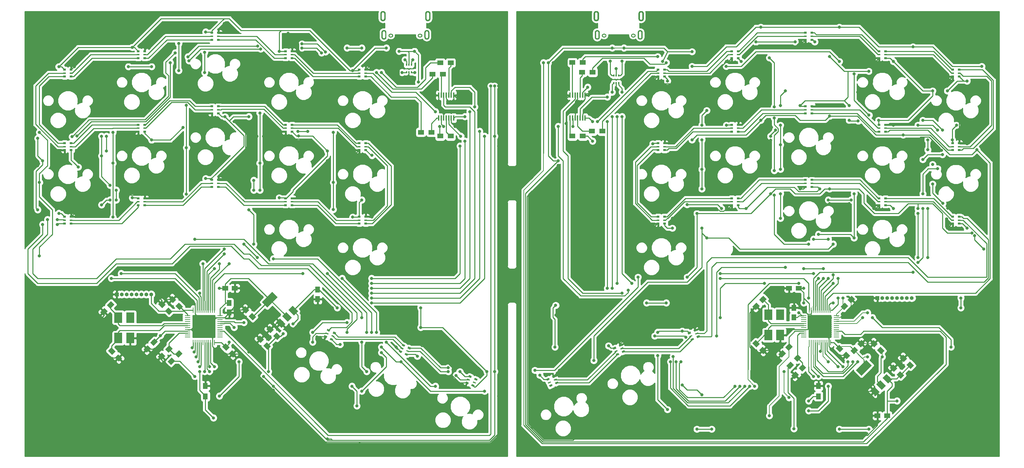
<source format=gbr>
G04 #@! TF.GenerationSoftware,KiCad,Pcbnew,(5.0.0)*
G04 #@! TF.CreationDate,2018-09-14T16:20:53+02:00*
G04 #@! TF.ProjectId,FNH35_rev1,464E4833355F726576312E6B69636164,rev?*
G04 #@! TF.SameCoordinates,Original*
G04 #@! TF.FileFunction,Copper,L1,Top,Signal*
G04 #@! TF.FilePolarity,Positive*
%FSLAX46Y46*%
G04 Gerber Fmt 4.6, Leading zero omitted, Abs format (unit mm)*
G04 Created by KiCad (PCBNEW (5.0.0)) date 09/14/18 16:20:53*
%MOMM*%
%LPD*%
G01*
G04 APERTURE LIST*
G04 #@! TA.AperFunction,EtchedComponent*
%ADD10C,0.001000*%
G04 #@! TD*
G04 #@! TA.AperFunction,SMDPad,CuDef*
%ADD11C,1.250000*%
G04 #@! TD*
G04 #@! TA.AperFunction,Conductor*
%ADD12C,0.100000*%
G04 #@! TD*
G04 #@! TA.AperFunction,SMDPad,CuDef*
%ADD13R,0.800000X0.500000*%
G04 #@! TD*
G04 #@! TA.AperFunction,SMDPad,CuDef*
%ADD14R,0.800000X0.300000*%
G04 #@! TD*
G04 #@! TA.AperFunction,SMDPad,CuDef*
%ADD15R,1.500000X1.300000*%
G04 #@! TD*
G04 #@! TA.AperFunction,SMDPad,CuDef*
%ADD16R,1.300000X1.500000*%
G04 #@! TD*
G04 #@! TA.AperFunction,SMDPad,CuDef*
%ADD17R,0.279400X1.473200*%
G04 #@! TD*
G04 #@! TA.AperFunction,SMDPad,CuDef*
%ADD18R,1.473200X0.279400*%
G04 #@! TD*
G04 #@! TA.AperFunction,SMDPad,CuDef*
%ADD19R,2.100000X2.700000*%
G04 #@! TD*
G04 #@! TA.AperFunction,SMDPad,CuDef*
%ADD20R,0.450000X1.450000*%
G04 #@! TD*
G04 #@! TA.AperFunction,SMDPad,CuDef*
%ADD21C,2.000000*%
G04 #@! TD*
G04 #@! TA.AperFunction,SMDPad,CuDef*
%ADD22C,1.500000*%
G04 #@! TD*
G04 #@! TA.AperFunction,SMDPad,CuDef*
%ADD23C,1.300000*%
G04 #@! TD*
G04 #@! TA.AperFunction,ComponentPad*
%ADD24O,1.000000X1.000000*%
G04 #@! TD*
G04 #@! TA.AperFunction,ComponentPad*
%ADD25R,1.000000X1.000000*%
G04 #@! TD*
G04 #@! TA.AperFunction,SMDPad,CuDef*
%ADD26C,0.500000*%
G04 #@! TD*
G04 #@! TA.AperFunction,SMDPad,CuDef*
%ADD27C,0.300000*%
G04 #@! TD*
G04 #@! TA.AperFunction,SMDPad,CuDef*
%ADD28R,1.500000X1.250000*%
G04 #@! TD*
G04 #@! TA.AperFunction,SMDPad,CuDef*
%ADD29R,1.250000X1.500000*%
G04 #@! TD*
G04 #@! TA.AperFunction,SMDPad,CuDef*
%ADD30R,0.400000X0.600000*%
G04 #@! TD*
G04 #@! TA.AperFunction,ViaPad*
%ADD31C,0.800000*%
G04 #@! TD*
G04 #@! TA.AperFunction,Conductor*
%ADD32C,0.250000*%
G04 #@! TD*
G04 #@! TA.AperFunction,Conductor*
%ADD33C,0.200000*%
G04 #@! TD*
G04 #@! TA.AperFunction,Conductor*
%ADD34C,0.254000*%
G04 #@! TD*
G04 APERTURE END LIST*
D10*
G04 #@! TO.C,J102*
G36*
X-17599750Y-20931000D02*
X-17599750Y-21581000D01*
X-17599750Y-21590160D01*
X-17598790Y-21608470D01*
X-17596870Y-21626700D01*
X-17594010Y-21644800D01*
X-17590200Y-21662730D01*
X-17585450Y-21680440D01*
X-17579790Y-21697870D01*
X-17573220Y-21714980D01*
X-17565760Y-21731730D01*
X-17557440Y-21748060D01*
X-17548280Y-21763940D01*
X-17538290Y-21779310D01*
X-17527520Y-21794140D01*
X-17515980Y-21808380D01*
X-17503720Y-21822010D01*
X-17490760Y-21834970D01*
X-17477140Y-21847230D01*
X-17462890Y-21858770D01*
X-17448060Y-21869540D01*
X-17432690Y-21879530D01*
X-17416810Y-21888690D01*
X-17400480Y-21897010D01*
X-17383740Y-21904470D01*
X-17366620Y-21911040D01*
X-17349190Y-21916700D01*
X-17331490Y-21921450D01*
X-17313560Y-21925260D01*
X-17295450Y-21928120D01*
X-17277220Y-21930040D01*
X-17258920Y-21931000D01*
X-17249750Y-21931000D01*
X-17240590Y-21931000D01*
X-17222280Y-21930040D01*
X-17204050Y-21928120D01*
X-17185950Y-21925260D01*
X-17168020Y-21921450D01*
X-17150310Y-21916700D01*
X-17132880Y-21911040D01*
X-17115770Y-21904470D01*
X-17099020Y-21897010D01*
X-17082690Y-21888690D01*
X-17066810Y-21879530D01*
X-17051440Y-21869540D01*
X-17036610Y-21858770D01*
X-17022370Y-21847230D01*
X-17008740Y-21834970D01*
X-16995780Y-21822010D01*
X-16983520Y-21808390D01*
X-16971980Y-21794140D01*
X-16961210Y-21779310D01*
X-16951220Y-21763940D01*
X-16942060Y-21748060D01*
X-16933740Y-21731730D01*
X-16926280Y-21714990D01*
X-16919710Y-21697870D01*
X-16914050Y-21680440D01*
X-16909300Y-21662740D01*
X-16905490Y-21644810D01*
X-16902630Y-21626700D01*
X-16900710Y-21608470D01*
X-16899750Y-21590170D01*
X-16899750Y-21581000D01*
X-16899750Y-20931000D01*
X-16599750Y-20931000D01*
X-16599750Y-21581000D01*
X-16599750Y-21598020D01*
X-16601530Y-21632010D01*
X-16605090Y-21665870D01*
X-16610410Y-21699490D01*
X-16617490Y-21732790D01*
X-16626300Y-21765670D01*
X-16636820Y-21798050D01*
X-16649020Y-21829830D01*
X-16662870Y-21860920D01*
X-16678320Y-21891260D01*
X-16695340Y-21920740D01*
X-16713880Y-21949290D01*
X-16733890Y-21976830D01*
X-16755310Y-22003280D01*
X-16778090Y-22028580D01*
X-16802160Y-22052650D01*
X-16827460Y-22075430D01*
X-16853920Y-22096850D01*
X-16881460Y-22116860D01*
X-16910010Y-22135400D01*
X-16939490Y-22152420D01*
X-16969820Y-22167880D01*
X-17000920Y-22181730D01*
X-17032700Y-22193930D01*
X-17065070Y-22204450D01*
X-17097950Y-22213260D01*
X-17131250Y-22220330D01*
X-17164880Y-22225660D01*
X-17198730Y-22229220D01*
X-17232730Y-22231000D01*
X-17249750Y-22231000D01*
X-17266770Y-22231000D01*
X-17300760Y-22229220D01*
X-17334620Y-22225660D01*
X-17368240Y-22220340D01*
X-17401540Y-22213260D01*
X-17434420Y-22204450D01*
X-17466800Y-22193930D01*
X-17498580Y-22181730D01*
X-17529670Y-22167880D01*
X-17560010Y-22152430D01*
X-17589490Y-22135410D01*
X-17618040Y-22116870D01*
X-17645580Y-22096860D01*
X-17672030Y-22075440D01*
X-17697330Y-22052660D01*
X-17721400Y-22028590D01*
X-17744180Y-22003290D01*
X-17765600Y-21976830D01*
X-17785610Y-21949290D01*
X-17804150Y-21920740D01*
X-17821170Y-21891260D01*
X-17836630Y-21860930D01*
X-17850480Y-21829830D01*
X-17862680Y-21798050D01*
X-17873200Y-21765680D01*
X-17882010Y-21732800D01*
X-17889080Y-21699500D01*
X-17894410Y-21665870D01*
X-17897970Y-21632020D01*
X-17899750Y-21598020D01*
X-17899750Y-21581000D01*
X-17899750Y-20931000D01*
X-17599750Y-20931000D01*
G37*
X-17599750Y-20931000D02*
X-17599750Y-21581000D01*
X-17599750Y-21590160D01*
X-17598790Y-21608470D01*
X-17596870Y-21626700D01*
X-17594010Y-21644800D01*
X-17590200Y-21662730D01*
X-17585450Y-21680440D01*
X-17579790Y-21697870D01*
X-17573220Y-21714980D01*
X-17565760Y-21731730D01*
X-17557440Y-21748060D01*
X-17548280Y-21763940D01*
X-17538290Y-21779310D01*
X-17527520Y-21794140D01*
X-17515980Y-21808380D01*
X-17503720Y-21822010D01*
X-17490760Y-21834970D01*
X-17477140Y-21847230D01*
X-17462890Y-21858770D01*
X-17448060Y-21869540D01*
X-17432690Y-21879530D01*
X-17416810Y-21888690D01*
X-17400480Y-21897010D01*
X-17383740Y-21904470D01*
X-17366620Y-21911040D01*
X-17349190Y-21916700D01*
X-17331490Y-21921450D01*
X-17313560Y-21925260D01*
X-17295450Y-21928120D01*
X-17277220Y-21930040D01*
X-17258920Y-21931000D01*
X-17249750Y-21931000D01*
X-17240590Y-21931000D01*
X-17222280Y-21930040D01*
X-17204050Y-21928120D01*
X-17185950Y-21925260D01*
X-17168020Y-21921450D01*
X-17150310Y-21916700D01*
X-17132880Y-21911040D01*
X-17115770Y-21904470D01*
X-17099020Y-21897010D01*
X-17082690Y-21888690D01*
X-17066810Y-21879530D01*
X-17051440Y-21869540D01*
X-17036610Y-21858770D01*
X-17022370Y-21847230D01*
X-17008740Y-21834970D01*
X-16995780Y-21822010D01*
X-16983520Y-21808390D01*
X-16971980Y-21794140D01*
X-16961210Y-21779310D01*
X-16951220Y-21763940D01*
X-16942060Y-21748060D01*
X-16933740Y-21731730D01*
X-16926280Y-21714990D01*
X-16919710Y-21697870D01*
X-16914050Y-21680440D01*
X-16909300Y-21662740D01*
X-16905490Y-21644810D01*
X-16902630Y-21626700D01*
X-16900710Y-21608470D01*
X-16899750Y-21590170D01*
X-16899750Y-21581000D01*
X-16899750Y-20931000D01*
X-16599750Y-20931000D01*
X-16599750Y-21581000D01*
X-16599750Y-21598020D01*
X-16601530Y-21632010D01*
X-16605090Y-21665870D01*
X-16610410Y-21699490D01*
X-16617490Y-21732790D01*
X-16626300Y-21765670D01*
X-16636820Y-21798050D01*
X-16649020Y-21829830D01*
X-16662870Y-21860920D01*
X-16678320Y-21891260D01*
X-16695340Y-21920740D01*
X-16713880Y-21949290D01*
X-16733890Y-21976830D01*
X-16755310Y-22003280D01*
X-16778090Y-22028580D01*
X-16802160Y-22052650D01*
X-16827460Y-22075430D01*
X-16853920Y-22096850D01*
X-16881460Y-22116860D01*
X-16910010Y-22135400D01*
X-16939490Y-22152420D01*
X-16969820Y-22167880D01*
X-17000920Y-22181730D01*
X-17032700Y-22193930D01*
X-17065070Y-22204450D01*
X-17097950Y-22213260D01*
X-17131250Y-22220330D01*
X-17164880Y-22225660D01*
X-17198730Y-22229220D01*
X-17232730Y-22231000D01*
X-17249750Y-22231000D01*
X-17266770Y-22231000D01*
X-17300760Y-22229220D01*
X-17334620Y-22225660D01*
X-17368240Y-22220340D01*
X-17401540Y-22213260D01*
X-17434420Y-22204450D01*
X-17466800Y-22193930D01*
X-17498580Y-22181730D01*
X-17529670Y-22167880D01*
X-17560010Y-22152430D01*
X-17589490Y-22135410D01*
X-17618040Y-22116870D01*
X-17645580Y-22096860D01*
X-17672030Y-22075440D01*
X-17697330Y-22052660D01*
X-17721400Y-22028590D01*
X-17744180Y-22003290D01*
X-17765600Y-21976830D01*
X-17785610Y-21949290D01*
X-17804150Y-21920740D01*
X-17821170Y-21891260D01*
X-17836630Y-21860930D01*
X-17850480Y-21829830D01*
X-17862680Y-21798050D01*
X-17873200Y-21765680D01*
X-17882010Y-21732800D01*
X-17889080Y-21699500D01*
X-17894410Y-21665870D01*
X-17897970Y-21632020D01*
X-17899750Y-21598020D01*
X-17899750Y-21581000D01*
X-17899750Y-20931000D01*
X-17599750Y-20931000D01*
G36*
X-16899750Y-20931000D02*
X-16899750Y-20281000D01*
X-16899750Y-20271840D01*
X-16900710Y-20253530D01*
X-16902630Y-20235300D01*
X-16905490Y-20217200D01*
X-16909300Y-20199270D01*
X-16914050Y-20181560D01*
X-16919710Y-20164130D01*
X-16926280Y-20147020D01*
X-16933740Y-20130270D01*
X-16942060Y-20113940D01*
X-16951220Y-20098060D01*
X-16961210Y-20082690D01*
X-16971980Y-20067860D01*
X-16983520Y-20053620D01*
X-16995780Y-20039990D01*
X-17008740Y-20027030D01*
X-17022360Y-20014770D01*
X-17036610Y-20003230D01*
X-17051440Y-19992460D01*
X-17066810Y-19982470D01*
X-17082690Y-19973310D01*
X-17099020Y-19964990D01*
X-17115760Y-19957530D01*
X-17132880Y-19950960D01*
X-17150310Y-19945300D01*
X-17168010Y-19940550D01*
X-17185940Y-19936740D01*
X-17204050Y-19933880D01*
X-17222280Y-19931960D01*
X-17240580Y-19931000D01*
X-17249750Y-19931000D01*
X-17258910Y-19931000D01*
X-17277220Y-19931960D01*
X-17295450Y-19933880D01*
X-17313550Y-19936740D01*
X-17331480Y-19940550D01*
X-17349190Y-19945300D01*
X-17366620Y-19950960D01*
X-17383730Y-19957530D01*
X-17400480Y-19964990D01*
X-17416810Y-19973310D01*
X-17432690Y-19982470D01*
X-17448060Y-19992460D01*
X-17462890Y-20003230D01*
X-17477130Y-20014770D01*
X-17490760Y-20027030D01*
X-17503720Y-20039990D01*
X-17515980Y-20053610D01*
X-17527520Y-20067860D01*
X-17538290Y-20082690D01*
X-17548280Y-20098060D01*
X-17557440Y-20113940D01*
X-17565760Y-20130270D01*
X-17573220Y-20147010D01*
X-17579790Y-20164130D01*
X-17585450Y-20181560D01*
X-17590200Y-20199260D01*
X-17594010Y-20217190D01*
X-17596870Y-20235300D01*
X-17598790Y-20253530D01*
X-17599750Y-20271830D01*
X-17599750Y-20281000D01*
X-17599750Y-20931000D01*
X-17899750Y-20931000D01*
X-17899750Y-20281000D01*
X-17899750Y-20263980D01*
X-17897970Y-20229990D01*
X-17894410Y-20196130D01*
X-17889090Y-20162510D01*
X-17882010Y-20129210D01*
X-17873200Y-20096330D01*
X-17862680Y-20063950D01*
X-17850480Y-20032170D01*
X-17836630Y-20001080D01*
X-17821180Y-19970740D01*
X-17804160Y-19941260D01*
X-17785620Y-19912710D01*
X-17765610Y-19885170D01*
X-17744190Y-19858720D01*
X-17721410Y-19833420D01*
X-17697340Y-19809350D01*
X-17672040Y-19786570D01*
X-17645580Y-19765150D01*
X-17618040Y-19745140D01*
X-17589490Y-19726600D01*
X-17560010Y-19709580D01*
X-17529680Y-19694120D01*
X-17498580Y-19680270D01*
X-17466800Y-19668070D01*
X-17434430Y-19657550D01*
X-17401550Y-19648740D01*
X-17368250Y-19641670D01*
X-17334620Y-19636340D01*
X-17300770Y-19632780D01*
X-17266770Y-19631000D01*
X-17249750Y-19631000D01*
X-17232730Y-19631000D01*
X-17198740Y-19632780D01*
X-17164880Y-19636340D01*
X-17131260Y-19641660D01*
X-17097960Y-19648740D01*
X-17065080Y-19657550D01*
X-17032700Y-19668070D01*
X-17000920Y-19680270D01*
X-16969830Y-19694120D01*
X-16939490Y-19709570D01*
X-16910010Y-19726590D01*
X-16881460Y-19745130D01*
X-16853920Y-19765140D01*
X-16827470Y-19786560D01*
X-16802170Y-19809340D01*
X-16778100Y-19833410D01*
X-16755320Y-19858710D01*
X-16733900Y-19885170D01*
X-16713890Y-19912710D01*
X-16695350Y-19941260D01*
X-16678330Y-19970740D01*
X-16662870Y-20001070D01*
X-16649020Y-20032170D01*
X-16636820Y-20063950D01*
X-16626300Y-20096320D01*
X-16617490Y-20129200D01*
X-16610420Y-20162500D01*
X-16605090Y-20196130D01*
X-16601530Y-20229980D01*
X-16599750Y-20263980D01*
X-16599750Y-20281000D01*
X-16599750Y-20931000D01*
X-16899750Y-20931000D01*
G37*
X-16899750Y-20931000D02*
X-16899750Y-20281000D01*
X-16899750Y-20271840D01*
X-16900710Y-20253530D01*
X-16902630Y-20235300D01*
X-16905490Y-20217200D01*
X-16909300Y-20199270D01*
X-16914050Y-20181560D01*
X-16919710Y-20164130D01*
X-16926280Y-20147020D01*
X-16933740Y-20130270D01*
X-16942060Y-20113940D01*
X-16951220Y-20098060D01*
X-16961210Y-20082690D01*
X-16971980Y-20067860D01*
X-16983520Y-20053620D01*
X-16995780Y-20039990D01*
X-17008740Y-20027030D01*
X-17022360Y-20014770D01*
X-17036610Y-20003230D01*
X-17051440Y-19992460D01*
X-17066810Y-19982470D01*
X-17082690Y-19973310D01*
X-17099020Y-19964990D01*
X-17115760Y-19957530D01*
X-17132880Y-19950960D01*
X-17150310Y-19945300D01*
X-17168010Y-19940550D01*
X-17185940Y-19936740D01*
X-17204050Y-19933880D01*
X-17222280Y-19931960D01*
X-17240580Y-19931000D01*
X-17249750Y-19931000D01*
X-17258910Y-19931000D01*
X-17277220Y-19931960D01*
X-17295450Y-19933880D01*
X-17313550Y-19936740D01*
X-17331480Y-19940550D01*
X-17349190Y-19945300D01*
X-17366620Y-19950960D01*
X-17383730Y-19957530D01*
X-17400480Y-19964990D01*
X-17416810Y-19973310D01*
X-17432690Y-19982470D01*
X-17448060Y-19992460D01*
X-17462890Y-20003230D01*
X-17477130Y-20014770D01*
X-17490760Y-20027030D01*
X-17503720Y-20039990D01*
X-17515980Y-20053610D01*
X-17527520Y-20067860D01*
X-17538290Y-20082690D01*
X-17548280Y-20098060D01*
X-17557440Y-20113940D01*
X-17565760Y-20130270D01*
X-17573220Y-20147010D01*
X-17579790Y-20164130D01*
X-17585450Y-20181560D01*
X-17590200Y-20199260D01*
X-17594010Y-20217190D01*
X-17596870Y-20235300D01*
X-17598790Y-20253530D01*
X-17599750Y-20271830D01*
X-17599750Y-20281000D01*
X-17599750Y-20931000D01*
X-17899750Y-20931000D01*
X-17899750Y-20281000D01*
X-17899750Y-20263980D01*
X-17897970Y-20229990D01*
X-17894410Y-20196130D01*
X-17889090Y-20162510D01*
X-17882010Y-20129210D01*
X-17873200Y-20096330D01*
X-17862680Y-20063950D01*
X-17850480Y-20032170D01*
X-17836630Y-20001080D01*
X-17821180Y-19970740D01*
X-17804160Y-19941260D01*
X-17785620Y-19912710D01*
X-17765610Y-19885170D01*
X-17744190Y-19858720D01*
X-17721410Y-19833420D01*
X-17697340Y-19809350D01*
X-17672040Y-19786570D01*
X-17645580Y-19765150D01*
X-17618040Y-19745140D01*
X-17589490Y-19726600D01*
X-17560010Y-19709580D01*
X-17529680Y-19694120D01*
X-17498580Y-19680270D01*
X-17466800Y-19668070D01*
X-17434430Y-19657550D01*
X-17401550Y-19648740D01*
X-17368250Y-19641670D01*
X-17334620Y-19636340D01*
X-17300770Y-19632780D01*
X-17266770Y-19631000D01*
X-17249750Y-19631000D01*
X-17232730Y-19631000D01*
X-17198740Y-19632780D01*
X-17164880Y-19636340D01*
X-17131260Y-19641660D01*
X-17097960Y-19648740D01*
X-17065080Y-19657550D01*
X-17032700Y-19668070D01*
X-17000920Y-19680270D01*
X-16969830Y-19694120D01*
X-16939490Y-19709570D01*
X-16910010Y-19726590D01*
X-16881460Y-19745130D01*
X-16853920Y-19765140D01*
X-16827470Y-19786560D01*
X-16802170Y-19809340D01*
X-16778100Y-19833410D01*
X-16755320Y-19858710D01*
X-16733900Y-19885170D01*
X-16713890Y-19912710D01*
X-16695350Y-19941260D01*
X-16678330Y-19970740D01*
X-16662870Y-20001070D01*
X-16649020Y-20032170D01*
X-16636820Y-20063950D01*
X-16626300Y-20096320D01*
X-16617490Y-20129200D01*
X-16610420Y-20162500D01*
X-16605090Y-20196130D01*
X-16601530Y-20229980D01*
X-16599750Y-20263980D01*
X-16599750Y-20281000D01*
X-16599750Y-20931000D01*
X-16899750Y-20931000D01*
G36*
X-5999750Y-20931000D02*
X-5999750Y-21581000D01*
X-5999750Y-21590160D01*
X-5998790Y-21608470D01*
X-5996870Y-21626700D01*
X-5994010Y-21644800D01*
X-5990200Y-21662730D01*
X-5985450Y-21680440D01*
X-5979790Y-21697870D01*
X-5973220Y-21714980D01*
X-5965760Y-21731730D01*
X-5957440Y-21748060D01*
X-5948280Y-21763940D01*
X-5938290Y-21779310D01*
X-5927520Y-21794140D01*
X-5915980Y-21808380D01*
X-5903720Y-21822010D01*
X-5890760Y-21834970D01*
X-5877140Y-21847230D01*
X-5862890Y-21858770D01*
X-5848060Y-21869540D01*
X-5832690Y-21879530D01*
X-5816810Y-21888690D01*
X-5800480Y-21897010D01*
X-5783740Y-21904470D01*
X-5766620Y-21911040D01*
X-5749190Y-21916700D01*
X-5731490Y-21921450D01*
X-5713560Y-21925260D01*
X-5695450Y-21928120D01*
X-5677220Y-21930040D01*
X-5658920Y-21931000D01*
X-5649750Y-21931000D01*
X-5640590Y-21931000D01*
X-5622280Y-21930040D01*
X-5604050Y-21928120D01*
X-5585950Y-21925260D01*
X-5568020Y-21921450D01*
X-5550310Y-21916700D01*
X-5532880Y-21911040D01*
X-5515770Y-21904470D01*
X-5499020Y-21897010D01*
X-5482690Y-21888690D01*
X-5466810Y-21879530D01*
X-5451440Y-21869540D01*
X-5436610Y-21858770D01*
X-5422370Y-21847230D01*
X-5408740Y-21834970D01*
X-5395780Y-21822010D01*
X-5383520Y-21808390D01*
X-5371980Y-21794140D01*
X-5361210Y-21779310D01*
X-5351220Y-21763940D01*
X-5342060Y-21748060D01*
X-5333740Y-21731730D01*
X-5326280Y-21714990D01*
X-5319710Y-21697870D01*
X-5314050Y-21680440D01*
X-5309300Y-21662740D01*
X-5305490Y-21644810D01*
X-5302630Y-21626700D01*
X-5300710Y-21608470D01*
X-5299750Y-21590170D01*
X-5299750Y-21581000D01*
X-5299750Y-20931000D01*
X-4999750Y-20931000D01*
X-4999750Y-21581000D01*
X-4999750Y-21598020D01*
X-5001530Y-21632010D01*
X-5005090Y-21665870D01*
X-5010410Y-21699490D01*
X-5017490Y-21732790D01*
X-5026300Y-21765670D01*
X-5036820Y-21798050D01*
X-5049020Y-21829830D01*
X-5062870Y-21860920D01*
X-5078320Y-21891260D01*
X-5095340Y-21920740D01*
X-5113880Y-21949290D01*
X-5133890Y-21976830D01*
X-5155310Y-22003280D01*
X-5178090Y-22028580D01*
X-5202160Y-22052650D01*
X-5227460Y-22075430D01*
X-5253920Y-22096850D01*
X-5281460Y-22116860D01*
X-5310010Y-22135400D01*
X-5339490Y-22152420D01*
X-5369820Y-22167880D01*
X-5400920Y-22181730D01*
X-5432700Y-22193930D01*
X-5465070Y-22204450D01*
X-5497950Y-22213260D01*
X-5531250Y-22220330D01*
X-5564880Y-22225660D01*
X-5598730Y-22229220D01*
X-5632730Y-22231000D01*
X-5649750Y-22231000D01*
X-5666770Y-22231000D01*
X-5700760Y-22229220D01*
X-5734620Y-22225660D01*
X-5768240Y-22220340D01*
X-5801540Y-22213260D01*
X-5834420Y-22204450D01*
X-5866800Y-22193930D01*
X-5898580Y-22181730D01*
X-5929670Y-22167880D01*
X-5960010Y-22152430D01*
X-5989490Y-22135410D01*
X-6018040Y-22116870D01*
X-6045580Y-22096860D01*
X-6072030Y-22075440D01*
X-6097330Y-22052660D01*
X-6121400Y-22028590D01*
X-6144180Y-22003290D01*
X-6165600Y-21976830D01*
X-6185610Y-21949290D01*
X-6204150Y-21920740D01*
X-6221170Y-21891260D01*
X-6236630Y-21860930D01*
X-6250480Y-21829830D01*
X-6262680Y-21798050D01*
X-6273200Y-21765680D01*
X-6282010Y-21732800D01*
X-6289080Y-21699500D01*
X-6294410Y-21665870D01*
X-6297970Y-21632020D01*
X-6299750Y-21598020D01*
X-6299750Y-21581000D01*
X-6299750Y-20931000D01*
X-5999750Y-20931000D01*
G37*
X-5999750Y-20931000D02*
X-5999750Y-21581000D01*
X-5999750Y-21590160D01*
X-5998790Y-21608470D01*
X-5996870Y-21626700D01*
X-5994010Y-21644800D01*
X-5990200Y-21662730D01*
X-5985450Y-21680440D01*
X-5979790Y-21697870D01*
X-5973220Y-21714980D01*
X-5965760Y-21731730D01*
X-5957440Y-21748060D01*
X-5948280Y-21763940D01*
X-5938290Y-21779310D01*
X-5927520Y-21794140D01*
X-5915980Y-21808380D01*
X-5903720Y-21822010D01*
X-5890760Y-21834970D01*
X-5877140Y-21847230D01*
X-5862890Y-21858770D01*
X-5848060Y-21869540D01*
X-5832690Y-21879530D01*
X-5816810Y-21888690D01*
X-5800480Y-21897010D01*
X-5783740Y-21904470D01*
X-5766620Y-21911040D01*
X-5749190Y-21916700D01*
X-5731490Y-21921450D01*
X-5713560Y-21925260D01*
X-5695450Y-21928120D01*
X-5677220Y-21930040D01*
X-5658920Y-21931000D01*
X-5649750Y-21931000D01*
X-5640590Y-21931000D01*
X-5622280Y-21930040D01*
X-5604050Y-21928120D01*
X-5585950Y-21925260D01*
X-5568020Y-21921450D01*
X-5550310Y-21916700D01*
X-5532880Y-21911040D01*
X-5515770Y-21904470D01*
X-5499020Y-21897010D01*
X-5482690Y-21888690D01*
X-5466810Y-21879530D01*
X-5451440Y-21869540D01*
X-5436610Y-21858770D01*
X-5422370Y-21847230D01*
X-5408740Y-21834970D01*
X-5395780Y-21822010D01*
X-5383520Y-21808390D01*
X-5371980Y-21794140D01*
X-5361210Y-21779310D01*
X-5351220Y-21763940D01*
X-5342060Y-21748060D01*
X-5333740Y-21731730D01*
X-5326280Y-21714990D01*
X-5319710Y-21697870D01*
X-5314050Y-21680440D01*
X-5309300Y-21662740D01*
X-5305490Y-21644810D01*
X-5302630Y-21626700D01*
X-5300710Y-21608470D01*
X-5299750Y-21590170D01*
X-5299750Y-21581000D01*
X-5299750Y-20931000D01*
X-4999750Y-20931000D01*
X-4999750Y-21581000D01*
X-4999750Y-21598020D01*
X-5001530Y-21632010D01*
X-5005090Y-21665870D01*
X-5010410Y-21699490D01*
X-5017490Y-21732790D01*
X-5026300Y-21765670D01*
X-5036820Y-21798050D01*
X-5049020Y-21829830D01*
X-5062870Y-21860920D01*
X-5078320Y-21891260D01*
X-5095340Y-21920740D01*
X-5113880Y-21949290D01*
X-5133890Y-21976830D01*
X-5155310Y-22003280D01*
X-5178090Y-22028580D01*
X-5202160Y-22052650D01*
X-5227460Y-22075430D01*
X-5253920Y-22096850D01*
X-5281460Y-22116860D01*
X-5310010Y-22135400D01*
X-5339490Y-22152420D01*
X-5369820Y-22167880D01*
X-5400920Y-22181730D01*
X-5432700Y-22193930D01*
X-5465070Y-22204450D01*
X-5497950Y-22213260D01*
X-5531250Y-22220330D01*
X-5564880Y-22225660D01*
X-5598730Y-22229220D01*
X-5632730Y-22231000D01*
X-5649750Y-22231000D01*
X-5666770Y-22231000D01*
X-5700760Y-22229220D01*
X-5734620Y-22225660D01*
X-5768240Y-22220340D01*
X-5801540Y-22213260D01*
X-5834420Y-22204450D01*
X-5866800Y-22193930D01*
X-5898580Y-22181730D01*
X-5929670Y-22167880D01*
X-5960010Y-22152430D01*
X-5989490Y-22135410D01*
X-6018040Y-22116870D01*
X-6045580Y-22096860D01*
X-6072030Y-22075440D01*
X-6097330Y-22052660D01*
X-6121400Y-22028590D01*
X-6144180Y-22003290D01*
X-6165600Y-21976830D01*
X-6185610Y-21949290D01*
X-6204150Y-21920740D01*
X-6221170Y-21891260D01*
X-6236630Y-21860930D01*
X-6250480Y-21829830D01*
X-6262680Y-21798050D01*
X-6273200Y-21765680D01*
X-6282010Y-21732800D01*
X-6289080Y-21699500D01*
X-6294410Y-21665870D01*
X-6297970Y-21632020D01*
X-6299750Y-21598020D01*
X-6299750Y-21581000D01*
X-6299750Y-20931000D01*
X-5999750Y-20931000D01*
G36*
X-5299750Y-20931000D02*
X-5299750Y-20281000D01*
X-5299750Y-20271840D01*
X-5300710Y-20253530D01*
X-5302630Y-20235300D01*
X-5305490Y-20217200D01*
X-5309300Y-20199270D01*
X-5314050Y-20181560D01*
X-5319710Y-20164130D01*
X-5326280Y-20147020D01*
X-5333740Y-20130270D01*
X-5342060Y-20113940D01*
X-5351220Y-20098060D01*
X-5361210Y-20082690D01*
X-5371980Y-20067860D01*
X-5383520Y-20053620D01*
X-5395780Y-20039990D01*
X-5408740Y-20027030D01*
X-5422360Y-20014770D01*
X-5436610Y-20003230D01*
X-5451440Y-19992460D01*
X-5466810Y-19982470D01*
X-5482690Y-19973310D01*
X-5499020Y-19964990D01*
X-5515760Y-19957530D01*
X-5532880Y-19950960D01*
X-5550310Y-19945300D01*
X-5568010Y-19940550D01*
X-5585940Y-19936740D01*
X-5604050Y-19933880D01*
X-5622280Y-19931960D01*
X-5640580Y-19931000D01*
X-5649750Y-19931000D01*
X-5658910Y-19931000D01*
X-5677220Y-19931960D01*
X-5695450Y-19933880D01*
X-5713550Y-19936740D01*
X-5731480Y-19940550D01*
X-5749190Y-19945300D01*
X-5766620Y-19950960D01*
X-5783730Y-19957530D01*
X-5800480Y-19964990D01*
X-5816810Y-19973310D01*
X-5832690Y-19982470D01*
X-5848060Y-19992460D01*
X-5862890Y-20003230D01*
X-5877130Y-20014770D01*
X-5890760Y-20027030D01*
X-5903720Y-20039990D01*
X-5915980Y-20053610D01*
X-5927520Y-20067860D01*
X-5938290Y-20082690D01*
X-5948280Y-20098060D01*
X-5957440Y-20113940D01*
X-5965760Y-20130270D01*
X-5973220Y-20147010D01*
X-5979790Y-20164130D01*
X-5985450Y-20181560D01*
X-5990200Y-20199260D01*
X-5994010Y-20217190D01*
X-5996870Y-20235300D01*
X-5998790Y-20253530D01*
X-5999750Y-20271830D01*
X-5999750Y-20281000D01*
X-5999750Y-20931000D01*
X-6299750Y-20931000D01*
X-6299750Y-20281000D01*
X-6299750Y-20263980D01*
X-6297970Y-20229990D01*
X-6294410Y-20196130D01*
X-6289090Y-20162510D01*
X-6282010Y-20129210D01*
X-6273200Y-20096330D01*
X-6262680Y-20063950D01*
X-6250480Y-20032170D01*
X-6236630Y-20001080D01*
X-6221180Y-19970740D01*
X-6204160Y-19941260D01*
X-6185620Y-19912710D01*
X-6165610Y-19885170D01*
X-6144190Y-19858720D01*
X-6121410Y-19833420D01*
X-6097340Y-19809350D01*
X-6072040Y-19786570D01*
X-6045580Y-19765150D01*
X-6018040Y-19745140D01*
X-5989490Y-19726600D01*
X-5960010Y-19709580D01*
X-5929680Y-19694120D01*
X-5898580Y-19680270D01*
X-5866800Y-19668070D01*
X-5834430Y-19657550D01*
X-5801550Y-19648740D01*
X-5768250Y-19641670D01*
X-5734620Y-19636340D01*
X-5700770Y-19632780D01*
X-5666770Y-19631000D01*
X-5649750Y-19631000D01*
X-5632730Y-19631000D01*
X-5598740Y-19632780D01*
X-5564880Y-19636340D01*
X-5531260Y-19641660D01*
X-5497960Y-19648740D01*
X-5465080Y-19657550D01*
X-5432700Y-19668070D01*
X-5400920Y-19680270D01*
X-5369830Y-19694120D01*
X-5339490Y-19709570D01*
X-5310010Y-19726590D01*
X-5281460Y-19745130D01*
X-5253920Y-19765140D01*
X-5227470Y-19786560D01*
X-5202170Y-19809340D01*
X-5178100Y-19833410D01*
X-5155320Y-19858710D01*
X-5133900Y-19885170D01*
X-5113890Y-19912710D01*
X-5095350Y-19941260D01*
X-5078330Y-19970740D01*
X-5062870Y-20001070D01*
X-5049020Y-20032170D01*
X-5036820Y-20063950D01*
X-5026300Y-20096320D01*
X-5017490Y-20129200D01*
X-5010420Y-20162500D01*
X-5005090Y-20196130D01*
X-5001530Y-20229980D01*
X-4999750Y-20263980D01*
X-4999750Y-20281000D01*
X-4999750Y-20931000D01*
X-5299750Y-20931000D01*
G37*
X-5299750Y-20931000D02*
X-5299750Y-20281000D01*
X-5299750Y-20271840D01*
X-5300710Y-20253530D01*
X-5302630Y-20235300D01*
X-5305490Y-20217200D01*
X-5309300Y-20199270D01*
X-5314050Y-20181560D01*
X-5319710Y-20164130D01*
X-5326280Y-20147020D01*
X-5333740Y-20130270D01*
X-5342060Y-20113940D01*
X-5351220Y-20098060D01*
X-5361210Y-20082690D01*
X-5371980Y-20067860D01*
X-5383520Y-20053620D01*
X-5395780Y-20039990D01*
X-5408740Y-20027030D01*
X-5422360Y-20014770D01*
X-5436610Y-20003230D01*
X-5451440Y-19992460D01*
X-5466810Y-19982470D01*
X-5482690Y-19973310D01*
X-5499020Y-19964990D01*
X-5515760Y-19957530D01*
X-5532880Y-19950960D01*
X-5550310Y-19945300D01*
X-5568010Y-19940550D01*
X-5585940Y-19936740D01*
X-5604050Y-19933880D01*
X-5622280Y-19931960D01*
X-5640580Y-19931000D01*
X-5649750Y-19931000D01*
X-5658910Y-19931000D01*
X-5677220Y-19931960D01*
X-5695450Y-19933880D01*
X-5713550Y-19936740D01*
X-5731480Y-19940550D01*
X-5749190Y-19945300D01*
X-5766620Y-19950960D01*
X-5783730Y-19957530D01*
X-5800480Y-19964990D01*
X-5816810Y-19973310D01*
X-5832690Y-19982470D01*
X-5848060Y-19992460D01*
X-5862890Y-20003230D01*
X-5877130Y-20014770D01*
X-5890760Y-20027030D01*
X-5903720Y-20039990D01*
X-5915980Y-20053610D01*
X-5927520Y-20067860D01*
X-5938290Y-20082690D01*
X-5948280Y-20098060D01*
X-5957440Y-20113940D01*
X-5965760Y-20130270D01*
X-5973220Y-20147010D01*
X-5979790Y-20164130D01*
X-5985450Y-20181560D01*
X-5990200Y-20199260D01*
X-5994010Y-20217190D01*
X-5996870Y-20235300D01*
X-5998790Y-20253530D01*
X-5999750Y-20271830D01*
X-5999750Y-20281000D01*
X-5999750Y-20931000D01*
X-6299750Y-20931000D01*
X-6299750Y-20281000D01*
X-6299750Y-20263980D01*
X-6297970Y-20229990D01*
X-6294410Y-20196130D01*
X-6289090Y-20162510D01*
X-6282010Y-20129210D01*
X-6273200Y-20096330D01*
X-6262680Y-20063950D01*
X-6250480Y-20032170D01*
X-6236630Y-20001080D01*
X-6221180Y-19970740D01*
X-6204160Y-19941260D01*
X-6185620Y-19912710D01*
X-6165610Y-19885170D01*
X-6144190Y-19858720D01*
X-6121410Y-19833420D01*
X-6097340Y-19809350D01*
X-6072040Y-19786570D01*
X-6045580Y-19765150D01*
X-6018040Y-19745140D01*
X-5989490Y-19726600D01*
X-5960010Y-19709580D01*
X-5929680Y-19694120D01*
X-5898580Y-19680270D01*
X-5866800Y-19668070D01*
X-5834430Y-19657550D01*
X-5801550Y-19648740D01*
X-5768250Y-19641670D01*
X-5734620Y-19636340D01*
X-5700770Y-19632780D01*
X-5666770Y-19631000D01*
X-5649750Y-19631000D01*
X-5632730Y-19631000D01*
X-5598740Y-19632780D01*
X-5564880Y-19636340D01*
X-5531260Y-19641660D01*
X-5497960Y-19648740D01*
X-5465080Y-19657550D01*
X-5432700Y-19668070D01*
X-5400920Y-19680270D01*
X-5369830Y-19694120D01*
X-5339490Y-19709570D01*
X-5310010Y-19726590D01*
X-5281460Y-19745130D01*
X-5253920Y-19765140D01*
X-5227470Y-19786560D01*
X-5202170Y-19809340D01*
X-5178100Y-19833410D01*
X-5155320Y-19858710D01*
X-5133900Y-19885170D01*
X-5113890Y-19912710D01*
X-5095350Y-19941260D01*
X-5078330Y-19970740D01*
X-5062870Y-20001070D01*
X-5049020Y-20032170D01*
X-5036820Y-20063950D01*
X-5026300Y-20096320D01*
X-5017490Y-20129200D01*
X-5010420Y-20162500D01*
X-5005090Y-20196130D01*
X-5001530Y-20229980D01*
X-4999750Y-20263980D01*
X-4999750Y-20281000D01*
X-4999750Y-20931000D01*
X-5299750Y-20931000D01*
G36*
X-17349750Y-25781000D02*
X-17349750Y-26381000D01*
X-17349750Y-26390163D01*
X-17348790Y-26408468D01*
X-17346870Y-26426698D01*
X-17344010Y-26444802D01*
X-17340200Y-26462732D01*
X-17335450Y-26480437D01*
X-17329790Y-26497870D01*
X-17323220Y-26514983D01*
X-17315760Y-26531729D01*
X-17307440Y-26548061D01*
X-17298280Y-26563935D01*
X-17288290Y-26579308D01*
X-17277520Y-26594138D01*
X-17265980Y-26608383D01*
X-17253720Y-26622005D01*
X-17240760Y-26634967D01*
X-17227140Y-26647232D01*
X-17212890Y-26658768D01*
X-17198060Y-26669542D01*
X-17182690Y-26679525D01*
X-17166810Y-26688690D01*
X-17150480Y-26697012D01*
X-17133740Y-26704468D01*
X-17116620Y-26711037D01*
X-17099190Y-26716701D01*
X-17081490Y-26721446D01*
X-17063560Y-26725257D01*
X-17045450Y-26728124D01*
X-17027220Y-26730040D01*
X-17008920Y-26731000D01*
X-16999750Y-26731000D01*
X-16990590Y-26731000D01*
X-16972280Y-26730041D01*
X-16954050Y-26728125D01*
X-16935950Y-26725258D01*
X-16918020Y-26721447D01*
X-16900310Y-26716702D01*
X-16882880Y-26711038D01*
X-16865770Y-26704469D01*
X-16849020Y-26697014D01*
X-16832690Y-26688692D01*
X-16816810Y-26679527D01*
X-16801440Y-26669544D01*
X-16786610Y-26658770D01*
X-16772370Y-26647235D01*
X-16758740Y-26634969D01*
X-16745780Y-26622008D01*
X-16733520Y-26608386D01*
X-16721980Y-26594141D01*
X-16711210Y-26579312D01*
X-16701220Y-26563939D01*
X-16692060Y-26548065D01*
X-16683740Y-26531732D01*
X-16676280Y-26514987D01*
X-16669710Y-26497874D01*
X-16664050Y-26480441D01*
X-16659300Y-26462736D01*
X-16655490Y-26444806D01*
X-16652630Y-26426702D01*
X-16650710Y-26408472D01*
X-16649750Y-26390167D01*
X-16649750Y-26381000D01*
X-16649750Y-25781000D01*
X-16399750Y-25781000D01*
X-16399750Y-26381000D01*
X-16399750Y-26396708D01*
X-16401390Y-26428088D01*
X-16404680Y-26459339D01*
X-16409590Y-26490375D01*
X-16416130Y-26521112D01*
X-16424260Y-26551464D01*
X-16433970Y-26581349D01*
X-16445230Y-26610685D01*
X-16458010Y-26639392D01*
X-16472280Y-26667390D01*
X-16487990Y-26694603D01*
X-16505100Y-26720957D01*
X-16523570Y-26746379D01*
X-16543350Y-26770800D01*
X-16564370Y-26794150D01*
X-16586590Y-26816370D01*
X-16609940Y-26837400D01*
X-16634370Y-26857170D01*
X-16659790Y-26875640D01*
X-16686140Y-26892760D01*
X-16713350Y-26908470D01*
X-16741350Y-26922740D01*
X-16770060Y-26935520D01*
X-16799390Y-26946780D01*
X-16829280Y-26956490D01*
X-16859630Y-26964620D01*
X-16890370Y-26971150D01*
X-16921400Y-26976070D01*
X-16952650Y-26979360D01*
X-16984030Y-26981000D01*
X-16999750Y-26981000D01*
X-17015460Y-26981000D01*
X-17046840Y-26979360D01*
X-17078090Y-26976070D01*
X-17109130Y-26971160D01*
X-17139860Y-26964620D01*
X-17170210Y-26956490D01*
X-17200100Y-26946780D01*
X-17229440Y-26935520D01*
X-17258140Y-26922740D01*
X-17286140Y-26908470D01*
X-17313350Y-26892760D01*
X-17339710Y-26875650D01*
X-17365130Y-26857180D01*
X-17389550Y-26837400D01*
X-17412900Y-26816380D01*
X-17435120Y-26794160D01*
X-17456150Y-26770805D01*
X-17475920Y-26746385D01*
X-17494390Y-26720963D01*
X-17511510Y-26694610D01*
X-17527220Y-26667397D01*
X-17541490Y-26639398D01*
X-17554270Y-26610692D01*
X-17565530Y-26581356D01*
X-17575240Y-26551471D01*
X-17583370Y-26521119D01*
X-17589900Y-26490382D01*
X-17594820Y-26459346D01*
X-17598110Y-26428095D01*
X-17599750Y-26396715D01*
X-17599750Y-26381000D01*
X-17599750Y-25781000D01*
X-17349750Y-25781000D01*
G37*
X-17349750Y-25781000D02*
X-17349750Y-26381000D01*
X-17349750Y-26390163D01*
X-17348790Y-26408468D01*
X-17346870Y-26426698D01*
X-17344010Y-26444802D01*
X-17340200Y-26462732D01*
X-17335450Y-26480437D01*
X-17329790Y-26497870D01*
X-17323220Y-26514983D01*
X-17315760Y-26531729D01*
X-17307440Y-26548061D01*
X-17298280Y-26563935D01*
X-17288290Y-26579308D01*
X-17277520Y-26594138D01*
X-17265980Y-26608383D01*
X-17253720Y-26622005D01*
X-17240760Y-26634967D01*
X-17227140Y-26647232D01*
X-17212890Y-26658768D01*
X-17198060Y-26669542D01*
X-17182690Y-26679525D01*
X-17166810Y-26688690D01*
X-17150480Y-26697012D01*
X-17133740Y-26704468D01*
X-17116620Y-26711037D01*
X-17099190Y-26716701D01*
X-17081490Y-26721446D01*
X-17063560Y-26725257D01*
X-17045450Y-26728124D01*
X-17027220Y-26730040D01*
X-17008920Y-26731000D01*
X-16999750Y-26731000D01*
X-16990590Y-26731000D01*
X-16972280Y-26730041D01*
X-16954050Y-26728125D01*
X-16935950Y-26725258D01*
X-16918020Y-26721447D01*
X-16900310Y-26716702D01*
X-16882880Y-26711038D01*
X-16865770Y-26704469D01*
X-16849020Y-26697014D01*
X-16832690Y-26688692D01*
X-16816810Y-26679527D01*
X-16801440Y-26669544D01*
X-16786610Y-26658770D01*
X-16772370Y-26647235D01*
X-16758740Y-26634969D01*
X-16745780Y-26622008D01*
X-16733520Y-26608386D01*
X-16721980Y-26594141D01*
X-16711210Y-26579312D01*
X-16701220Y-26563939D01*
X-16692060Y-26548065D01*
X-16683740Y-26531732D01*
X-16676280Y-26514987D01*
X-16669710Y-26497874D01*
X-16664050Y-26480441D01*
X-16659300Y-26462736D01*
X-16655490Y-26444806D01*
X-16652630Y-26426702D01*
X-16650710Y-26408472D01*
X-16649750Y-26390167D01*
X-16649750Y-26381000D01*
X-16649750Y-25781000D01*
X-16399750Y-25781000D01*
X-16399750Y-26381000D01*
X-16399750Y-26396708D01*
X-16401390Y-26428088D01*
X-16404680Y-26459339D01*
X-16409590Y-26490375D01*
X-16416130Y-26521112D01*
X-16424260Y-26551464D01*
X-16433970Y-26581349D01*
X-16445230Y-26610685D01*
X-16458010Y-26639392D01*
X-16472280Y-26667390D01*
X-16487990Y-26694603D01*
X-16505100Y-26720957D01*
X-16523570Y-26746379D01*
X-16543350Y-26770800D01*
X-16564370Y-26794150D01*
X-16586590Y-26816370D01*
X-16609940Y-26837400D01*
X-16634370Y-26857170D01*
X-16659790Y-26875640D01*
X-16686140Y-26892760D01*
X-16713350Y-26908470D01*
X-16741350Y-26922740D01*
X-16770060Y-26935520D01*
X-16799390Y-26946780D01*
X-16829280Y-26956490D01*
X-16859630Y-26964620D01*
X-16890370Y-26971150D01*
X-16921400Y-26976070D01*
X-16952650Y-26979360D01*
X-16984030Y-26981000D01*
X-16999750Y-26981000D01*
X-17015460Y-26981000D01*
X-17046840Y-26979360D01*
X-17078090Y-26976070D01*
X-17109130Y-26971160D01*
X-17139860Y-26964620D01*
X-17170210Y-26956490D01*
X-17200100Y-26946780D01*
X-17229440Y-26935520D01*
X-17258140Y-26922740D01*
X-17286140Y-26908470D01*
X-17313350Y-26892760D01*
X-17339710Y-26875650D01*
X-17365130Y-26857180D01*
X-17389550Y-26837400D01*
X-17412900Y-26816380D01*
X-17435120Y-26794160D01*
X-17456150Y-26770805D01*
X-17475920Y-26746385D01*
X-17494390Y-26720963D01*
X-17511510Y-26694610D01*
X-17527220Y-26667397D01*
X-17541490Y-26639398D01*
X-17554270Y-26610692D01*
X-17565530Y-26581356D01*
X-17575240Y-26551471D01*
X-17583370Y-26521119D01*
X-17589900Y-26490382D01*
X-17594820Y-26459346D01*
X-17598110Y-26428095D01*
X-17599750Y-26396715D01*
X-17599750Y-26381000D01*
X-17599750Y-25781000D01*
X-17349750Y-25781000D01*
G36*
X-16649750Y-25781000D02*
X-16649750Y-25181000D01*
X-16649750Y-25171837D01*
X-16650710Y-25153532D01*
X-16652630Y-25135302D01*
X-16655490Y-25117198D01*
X-16659300Y-25099268D01*
X-16664050Y-25081563D01*
X-16669710Y-25064130D01*
X-16676280Y-25047017D01*
X-16683740Y-25030271D01*
X-16692060Y-25013939D01*
X-16701220Y-24998065D01*
X-16711210Y-24982692D01*
X-16721980Y-24967862D01*
X-16733520Y-24953617D01*
X-16745780Y-24939995D01*
X-16758740Y-24927033D01*
X-16772360Y-24914768D01*
X-16786610Y-24903232D01*
X-16801440Y-24892458D01*
X-16816810Y-24882475D01*
X-16832690Y-24873310D01*
X-16849020Y-24864988D01*
X-16865760Y-24857532D01*
X-16882880Y-24850963D01*
X-16900310Y-24845299D01*
X-16918010Y-24840554D01*
X-16935940Y-24836743D01*
X-16954050Y-24833876D01*
X-16972280Y-24831960D01*
X-16990580Y-24831000D01*
X-16999750Y-24831000D01*
X-17008910Y-24831000D01*
X-17027220Y-24831959D01*
X-17045450Y-24833875D01*
X-17063550Y-24836742D01*
X-17081480Y-24840553D01*
X-17099190Y-24845298D01*
X-17116620Y-24850962D01*
X-17133730Y-24857531D01*
X-17150480Y-24864986D01*
X-17166810Y-24873308D01*
X-17182690Y-24882473D01*
X-17198060Y-24892456D01*
X-17212890Y-24903230D01*
X-17227130Y-24914765D01*
X-17240760Y-24927031D01*
X-17253720Y-24939992D01*
X-17265980Y-24953614D01*
X-17277520Y-24967859D01*
X-17288290Y-24982688D01*
X-17298280Y-24998061D01*
X-17307440Y-25013935D01*
X-17315760Y-25030268D01*
X-17323220Y-25047013D01*
X-17329790Y-25064126D01*
X-17335450Y-25081559D01*
X-17340200Y-25099264D01*
X-17344010Y-25117194D01*
X-17346870Y-25135298D01*
X-17348790Y-25153528D01*
X-17349750Y-25171833D01*
X-17349750Y-25181000D01*
X-17349750Y-25781000D01*
X-17599750Y-25781000D01*
X-17599750Y-25181000D01*
X-17599750Y-25165292D01*
X-17598110Y-25133912D01*
X-17594820Y-25102661D01*
X-17589910Y-25071625D01*
X-17583370Y-25040888D01*
X-17575240Y-25010536D01*
X-17565530Y-24980651D01*
X-17554270Y-24951315D01*
X-17541490Y-24922608D01*
X-17527220Y-24894610D01*
X-17511510Y-24867397D01*
X-17494400Y-24841043D01*
X-17475930Y-24815621D01*
X-17456150Y-24791200D01*
X-17435130Y-24767850D01*
X-17412910Y-24745630D01*
X-17389560Y-24724600D01*
X-17365130Y-24704830D01*
X-17339710Y-24686360D01*
X-17313360Y-24669240D01*
X-17286150Y-24653530D01*
X-17258150Y-24639260D01*
X-17229440Y-24626480D01*
X-17200110Y-24615220D01*
X-17170220Y-24605510D01*
X-17139870Y-24597380D01*
X-17109130Y-24590850D01*
X-17078100Y-24585930D01*
X-17046850Y-24582640D01*
X-17015470Y-24581000D01*
X-16999750Y-24581000D01*
X-16984040Y-24581000D01*
X-16952660Y-24582640D01*
X-16921410Y-24585930D01*
X-16890370Y-24590840D01*
X-16859640Y-24597380D01*
X-16829290Y-24605510D01*
X-16799400Y-24615220D01*
X-16770060Y-24626480D01*
X-16741360Y-24639260D01*
X-16713360Y-24653530D01*
X-16686150Y-24669240D01*
X-16659790Y-24686350D01*
X-16634370Y-24704820D01*
X-16609950Y-24724600D01*
X-16586600Y-24745620D01*
X-16564380Y-24767840D01*
X-16543350Y-24791195D01*
X-16523580Y-24815615D01*
X-16505110Y-24841037D01*
X-16487990Y-24867390D01*
X-16472280Y-24894603D01*
X-16458010Y-24922602D01*
X-16445230Y-24951308D01*
X-16433970Y-24980644D01*
X-16424260Y-25010529D01*
X-16416130Y-25040881D01*
X-16409600Y-25071618D01*
X-16404680Y-25102654D01*
X-16401390Y-25133905D01*
X-16399750Y-25165285D01*
X-16399750Y-25181000D01*
X-16399750Y-25781000D01*
X-16649750Y-25781000D01*
G37*
X-16649750Y-25781000D02*
X-16649750Y-25181000D01*
X-16649750Y-25171837D01*
X-16650710Y-25153532D01*
X-16652630Y-25135302D01*
X-16655490Y-25117198D01*
X-16659300Y-25099268D01*
X-16664050Y-25081563D01*
X-16669710Y-25064130D01*
X-16676280Y-25047017D01*
X-16683740Y-25030271D01*
X-16692060Y-25013939D01*
X-16701220Y-24998065D01*
X-16711210Y-24982692D01*
X-16721980Y-24967862D01*
X-16733520Y-24953617D01*
X-16745780Y-24939995D01*
X-16758740Y-24927033D01*
X-16772360Y-24914768D01*
X-16786610Y-24903232D01*
X-16801440Y-24892458D01*
X-16816810Y-24882475D01*
X-16832690Y-24873310D01*
X-16849020Y-24864988D01*
X-16865760Y-24857532D01*
X-16882880Y-24850963D01*
X-16900310Y-24845299D01*
X-16918010Y-24840554D01*
X-16935940Y-24836743D01*
X-16954050Y-24833876D01*
X-16972280Y-24831960D01*
X-16990580Y-24831000D01*
X-16999750Y-24831000D01*
X-17008910Y-24831000D01*
X-17027220Y-24831959D01*
X-17045450Y-24833875D01*
X-17063550Y-24836742D01*
X-17081480Y-24840553D01*
X-17099190Y-24845298D01*
X-17116620Y-24850962D01*
X-17133730Y-24857531D01*
X-17150480Y-24864986D01*
X-17166810Y-24873308D01*
X-17182690Y-24882473D01*
X-17198060Y-24892456D01*
X-17212890Y-24903230D01*
X-17227130Y-24914765D01*
X-17240760Y-24927031D01*
X-17253720Y-24939992D01*
X-17265980Y-24953614D01*
X-17277520Y-24967859D01*
X-17288290Y-24982688D01*
X-17298280Y-24998061D01*
X-17307440Y-25013935D01*
X-17315760Y-25030268D01*
X-17323220Y-25047013D01*
X-17329790Y-25064126D01*
X-17335450Y-25081559D01*
X-17340200Y-25099264D01*
X-17344010Y-25117194D01*
X-17346870Y-25135298D01*
X-17348790Y-25153528D01*
X-17349750Y-25171833D01*
X-17349750Y-25181000D01*
X-17349750Y-25781000D01*
X-17599750Y-25781000D01*
X-17599750Y-25181000D01*
X-17599750Y-25165292D01*
X-17598110Y-25133912D01*
X-17594820Y-25102661D01*
X-17589910Y-25071625D01*
X-17583370Y-25040888D01*
X-17575240Y-25010536D01*
X-17565530Y-24980651D01*
X-17554270Y-24951315D01*
X-17541490Y-24922608D01*
X-17527220Y-24894610D01*
X-17511510Y-24867397D01*
X-17494400Y-24841043D01*
X-17475930Y-24815621D01*
X-17456150Y-24791200D01*
X-17435130Y-24767850D01*
X-17412910Y-24745630D01*
X-17389560Y-24724600D01*
X-17365130Y-24704830D01*
X-17339710Y-24686360D01*
X-17313360Y-24669240D01*
X-17286150Y-24653530D01*
X-17258150Y-24639260D01*
X-17229440Y-24626480D01*
X-17200110Y-24615220D01*
X-17170220Y-24605510D01*
X-17139870Y-24597380D01*
X-17109130Y-24590850D01*
X-17078100Y-24585930D01*
X-17046850Y-24582640D01*
X-17015470Y-24581000D01*
X-16999750Y-24581000D01*
X-16984040Y-24581000D01*
X-16952660Y-24582640D01*
X-16921410Y-24585930D01*
X-16890370Y-24590840D01*
X-16859640Y-24597380D01*
X-16829290Y-24605510D01*
X-16799400Y-24615220D01*
X-16770060Y-24626480D01*
X-16741360Y-24639260D01*
X-16713360Y-24653530D01*
X-16686150Y-24669240D01*
X-16659790Y-24686350D01*
X-16634370Y-24704820D01*
X-16609950Y-24724600D01*
X-16586600Y-24745620D01*
X-16564380Y-24767840D01*
X-16543350Y-24791195D01*
X-16523580Y-24815615D01*
X-16505110Y-24841037D01*
X-16487990Y-24867390D01*
X-16472280Y-24894603D01*
X-16458010Y-24922602D01*
X-16445230Y-24951308D01*
X-16433970Y-24980644D01*
X-16424260Y-25010529D01*
X-16416130Y-25040881D01*
X-16409600Y-25071618D01*
X-16404680Y-25102654D01*
X-16401390Y-25133905D01*
X-16399750Y-25165285D01*
X-16399750Y-25181000D01*
X-16399750Y-25781000D01*
X-16649750Y-25781000D01*
G36*
X-6249750Y-25781000D02*
X-6249750Y-26381000D01*
X-6249750Y-26390163D01*
X-6248790Y-26408468D01*
X-6246870Y-26426698D01*
X-6244010Y-26444802D01*
X-6240200Y-26462732D01*
X-6235450Y-26480437D01*
X-6229790Y-26497870D01*
X-6223220Y-26514983D01*
X-6215760Y-26531729D01*
X-6207440Y-26548061D01*
X-6198280Y-26563935D01*
X-6188290Y-26579308D01*
X-6177520Y-26594138D01*
X-6165980Y-26608383D01*
X-6153720Y-26622005D01*
X-6140760Y-26634967D01*
X-6127140Y-26647232D01*
X-6112890Y-26658768D01*
X-6098060Y-26669542D01*
X-6082690Y-26679525D01*
X-6066810Y-26688690D01*
X-6050480Y-26697012D01*
X-6033740Y-26704468D01*
X-6016620Y-26711037D01*
X-5999190Y-26716701D01*
X-5981490Y-26721446D01*
X-5963560Y-26725257D01*
X-5945450Y-26728124D01*
X-5927220Y-26730040D01*
X-5908920Y-26731000D01*
X-5899750Y-26731000D01*
X-5890590Y-26731000D01*
X-5872280Y-26730041D01*
X-5854050Y-26728125D01*
X-5835950Y-26725258D01*
X-5818020Y-26721447D01*
X-5800310Y-26716702D01*
X-5782880Y-26711038D01*
X-5765770Y-26704469D01*
X-5749020Y-26697014D01*
X-5732690Y-26688692D01*
X-5716810Y-26679527D01*
X-5701440Y-26669544D01*
X-5686610Y-26658770D01*
X-5672370Y-26647235D01*
X-5658740Y-26634969D01*
X-5645780Y-26622008D01*
X-5633520Y-26608386D01*
X-5621980Y-26594141D01*
X-5611210Y-26579312D01*
X-5601220Y-26563939D01*
X-5592060Y-26548065D01*
X-5583740Y-26531732D01*
X-5576280Y-26514987D01*
X-5569710Y-26497874D01*
X-5564050Y-26480441D01*
X-5559300Y-26462736D01*
X-5555490Y-26444806D01*
X-5552630Y-26426702D01*
X-5550710Y-26408472D01*
X-5549750Y-26390167D01*
X-5549750Y-26381000D01*
X-5549750Y-25781000D01*
X-5299750Y-25781000D01*
X-5299750Y-26381000D01*
X-5299750Y-26396708D01*
X-5301390Y-26428088D01*
X-5304680Y-26459339D01*
X-5309590Y-26490375D01*
X-5316130Y-26521112D01*
X-5324260Y-26551464D01*
X-5333970Y-26581349D01*
X-5345230Y-26610685D01*
X-5358010Y-26639392D01*
X-5372280Y-26667390D01*
X-5387990Y-26694603D01*
X-5405100Y-26720957D01*
X-5423570Y-26746379D01*
X-5443350Y-26770800D01*
X-5464370Y-26794150D01*
X-5486590Y-26816370D01*
X-5509940Y-26837400D01*
X-5534370Y-26857170D01*
X-5559790Y-26875640D01*
X-5586140Y-26892760D01*
X-5613350Y-26908470D01*
X-5641350Y-26922740D01*
X-5670060Y-26935520D01*
X-5699390Y-26946780D01*
X-5729280Y-26956490D01*
X-5759630Y-26964620D01*
X-5790370Y-26971150D01*
X-5821400Y-26976070D01*
X-5852650Y-26979360D01*
X-5884030Y-26981000D01*
X-5899750Y-26981000D01*
X-5915460Y-26981000D01*
X-5946840Y-26979360D01*
X-5978090Y-26976070D01*
X-6009130Y-26971160D01*
X-6039860Y-26964620D01*
X-6070210Y-26956490D01*
X-6100100Y-26946780D01*
X-6129440Y-26935520D01*
X-6158140Y-26922740D01*
X-6186140Y-26908470D01*
X-6213350Y-26892760D01*
X-6239710Y-26875650D01*
X-6265130Y-26857180D01*
X-6289550Y-26837400D01*
X-6312900Y-26816380D01*
X-6335120Y-26794160D01*
X-6356150Y-26770805D01*
X-6375920Y-26746385D01*
X-6394390Y-26720963D01*
X-6411510Y-26694610D01*
X-6427220Y-26667397D01*
X-6441490Y-26639398D01*
X-6454270Y-26610692D01*
X-6465530Y-26581356D01*
X-6475240Y-26551471D01*
X-6483370Y-26521119D01*
X-6489900Y-26490382D01*
X-6494820Y-26459346D01*
X-6498110Y-26428095D01*
X-6499750Y-26396715D01*
X-6499750Y-26381000D01*
X-6499750Y-25781000D01*
X-6249750Y-25781000D01*
G37*
X-6249750Y-25781000D02*
X-6249750Y-26381000D01*
X-6249750Y-26390163D01*
X-6248790Y-26408468D01*
X-6246870Y-26426698D01*
X-6244010Y-26444802D01*
X-6240200Y-26462732D01*
X-6235450Y-26480437D01*
X-6229790Y-26497870D01*
X-6223220Y-26514983D01*
X-6215760Y-26531729D01*
X-6207440Y-26548061D01*
X-6198280Y-26563935D01*
X-6188290Y-26579308D01*
X-6177520Y-26594138D01*
X-6165980Y-26608383D01*
X-6153720Y-26622005D01*
X-6140760Y-26634967D01*
X-6127140Y-26647232D01*
X-6112890Y-26658768D01*
X-6098060Y-26669542D01*
X-6082690Y-26679525D01*
X-6066810Y-26688690D01*
X-6050480Y-26697012D01*
X-6033740Y-26704468D01*
X-6016620Y-26711037D01*
X-5999190Y-26716701D01*
X-5981490Y-26721446D01*
X-5963560Y-26725257D01*
X-5945450Y-26728124D01*
X-5927220Y-26730040D01*
X-5908920Y-26731000D01*
X-5899750Y-26731000D01*
X-5890590Y-26731000D01*
X-5872280Y-26730041D01*
X-5854050Y-26728125D01*
X-5835950Y-26725258D01*
X-5818020Y-26721447D01*
X-5800310Y-26716702D01*
X-5782880Y-26711038D01*
X-5765770Y-26704469D01*
X-5749020Y-26697014D01*
X-5732690Y-26688692D01*
X-5716810Y-26679527D01*
X-5701440Y-26669544D01*
X-5686610Y-26658770D01*
X-5672370Y-26647235D01*
X-5658740Y-26634969D01*
X-5645780Y-26622008D01*
X-5633520Y-26608386D01*
X-5621980Y-26594141D01*
X-5611210Y-26579312D01*
X-5601220Y-26563939D01*
X-5592060Y-26548065D01*
X-5583740Y-26531732D01*
X-5576280Y-26514987D01*
X-5569710Y-26497874D01*
X-5564050Y-26480441D01*
X-5559300Y-26462736D01*
X-5555490Y-26444806D01*
X-5552630Y-26426702D01*
X-5550710Y-26408472D01*
X-5549750Y-26390167D01*
X-5549750Y-26381000D01*
X-5549750Y-25781000D01*
X-5299750Y-25781000D01*
X-5299750Y-26381000D01*
X-5299750Y-26396708D01*
X-5301390Y-26428088D01*
X-5304680Y-26459339D01*
X-5309590Y-26490375D01*
X-5316130Y-26521112D01*
X-5324260Y-26551464D01*
X-5333970Y-26581349D01*
X-5345230Y-26610685D01*
X-5358010Y-26639392D01*
X-5372280Y-26667390D01*
X-5387990Y-26694603D01*
X-5405100Y-26720957D01*
X-5423570Y-26746379D01*
X-5443350Y-26770800D01*
X-5464370Y-26794150D01*
X-5486590Y-26816370D01*
X-5509940Y-26837400D01*
X-5534370Y-26857170D01*
X-5559790Y-26875640D01*
X-5586140Y-26892760D01*
X-5613350Y-26908470D01*
X-5641350Y-26922740D01*
X-5670060Y-26935520D01*
X-5699390Y-26946780D01*
X-5729280Y-26956490D01*
X-5759630Y-26964620D01*
X-5790370Y-26971150D01*
X-5821400Y-26976070D01*
X-5852650Y-26979360D01*
X-5884030Y-26981000D01*
X-5899750Y-26981000D01*
X-5915460Y-26981000D01*
X-5946840Y-26979360D01*
X-5978090Y-26976070D01*
X-6009130Y-26971160D01*
X-6039860Y-26964620D01*
X-6070210Y-26956490D01*
X-6100100Y-26946780D01*
X-6129440Y-26935520D01*
X-6158140Y-26922740D01*
X-6186140Y-26908470D01*
X-6213350Y-26892760D01*
X-6239710Y-26875650D01*
X-6265130Y-26857180D01*
X-6289550Y-26837400D01*
X-6312900Y-26816380D01*
X-6335120Y-26794160D01*
X-6356150Y-26770805D01*
X-6375920Y-26746385D01*
X-6394390Y-26720963D01*
X-6411510Y-26694610D01*
X-6427220Y-26667397D01*
X-6441490Y-26639398D01*
X-6454270Y-26610692D01*
X-6465530Y-26581356D01*
X-6475240Y-26551471D01*
X-6483370Y-26521119D01*
X-6489900Y-26490382D01*
X-6494820Y-26459346D01*
X-6498110Y-26428095D01*
X-6499750Y-26396715D01*
X-6499750Y-26381000D01*
X-6499750Y-25781000D01*
X-6249750Y-25781000D01*
G36*
X-5549750Y-25781000D02*
X-5549750Y-25181000D01*
X-5549750Y-25171837D01*
X-5550710Y-25153532D01*
X-5552630Y-25135302D01*
X-5555490Y-25117198D01*
X-5559300Y-25099268D01*
X-5564050Y-25081563D01*
X-5569710Y-25064130D01*
X-5576280Y-25047017D01*
X-5583740Y-25030271D01*
X-5592060Y-25013939D01*
X-5601220Y-24998065D01*
X-5611210Y-24982692D01*
X-5621980Y-24967862D01*
X-5633520Y-24953617D01*
X-5645780Y-24939995D01*
X-5658740Y-24927033D01*
X-5672360Y-24914768D01*
X-5686610Y-24903232D01*
X-5701440Y-24892458D01*
X-5716810Y-24882475D01*
X-5732690Y-24873310D01*
X-5749020Y-24864988D01*
X-5765760Y-24857532D01*
X-5782880Y-24850963D01*
X-5800310Y-24845299D01*
X-5818010Y-24840554D01*
X-5835940Y-24836743D01*
X-5854050Y-24833876D01*
X-5872280Y-24831960D01*
X-5890580Y-24831000D01*
X-5899750Y-24831000D01*
X-5908910Y-24831000D01*
X-5927220Y-24831959D01*
X-5945450Y-24833875D01*
X-5963550Y-24836742D01*
X-5981480Y-24840553D01*
X-5999190Y-24845298D01*
X-6016620Y-24850962D01*
X-6033730Y-24857531D01*
X-6050480Y-24864986D01*
X-6066810Y-24873308D01*
X-6082690Y-24882473D01*
X-6098060Y-24892456D01*
X-6112890Y-24903230D01*
X-6127130Y-24914765D01*
X-6140760Y-24927031D01*
X-6153720Y-24939992D01*
X-6165980Y-24953614D01*
X-6177520Y-24967859D01*
X-6188290Y-24982688D01*
X-6198280Y-24998061D01*
X-6207440Y-25013935D01*
X-6215760Y-25030268D01*
X-6223220Y-25047013D01*
X-6229790Y-25064126D01*
X-6235450Y-25081559D01*
X-6240200Y-25099264D01*
X-6244010Y-25117194D01*
X-6246870Y-25135298D01*
X-6248790Y-25153528D01*
X-6249750Y-25171833D01*
X-6249750Y-25181000D01*
X-6249750Y-25781000D01*
X-6499750Y-25781000D01*
X-6499750Y-25181000D01*
X-6499750Y-25165292D01*
X-6498110Y-25133912D01*
X-6494820Y-25102661D01*
X-6489910Y-25071625D01*
X-6483370Y-25040888D01*
X-6475240Y-25010536D01*
X-6465530Y-24980651D01*
X-6454270Y-24951315D01*
X-6441490Y-24922608D01*
X-6427220Y-24894610D01*
X-6411510Y-24867397D01*
X-6394400Y-24841043D01*
X-6375930Y-24815621D01*
X-6356150Y-24791200D01*
X-6335130Y-24767850D01*
X-6312910Y-24745630D01*
X-6289560Y-24724600D01*
X-6265130Y-24704830D01*
X-6239710Y-24686360D01*
X-6213360Y-24669240D01*
X-6186150Y-24653530D01*
X-6158150Y-24639260D01*
X-6129440Y-24626480D01*
X-6100110Y-24615220D01*
X-6070220Y-24605510D01*
X-6039870Y-24597380D01*
X-6009130Y-24590850D01*
X-5978100Y-24585930D01*
X-5946850Y-24582640D01*
X-5915470Y-24581000D01*
X-5899750Y-24581000D01*
X-5884040Y-24581000D01*
X-5852660Y-24582640D01*
X-5821410Y-24585930D01*
X-5790370Y-24590840D01*
X-5759640Y-24597380D01*
X-5729290Y-24605510D01*
X-5699400Y-24615220D01*
X-5670060Y-24626480D01*
X-5641360Y-24639260D01*
X-5613360Y-24653530D01*
X-5586150Y-24669240D01*
X-5559790Y-24686350D01*
X-5534370Y-24704820D01*
X-5509950Y-24724600D01*
X-5486600Y-24745620D01*
X-5464380Y-24767840D01*
X-5443350Y-24791195D01*
X-5423580Y-24815615D01*
X-5405110Y-24841037D01*
X-5387990Y-24867390D01*
X-5372280Y-24894603D01*
X-5358010Y-24922602D01*
X-5345230Y-24951308D01*
X-5333970Y-24980644D01*
X-5324260Y-25010529D01*
X-5316130Y-25040881D01*
X-5309600Y-25071618D01*
X-5304680Y-25102654D01*
X-5301390Y-25133905D01*
X-5299750Y-25165285D01*
X-5299750Y-25181000D01*
X-5299750Y-25781000D01*
X-5549750Y-25781000D01*
G37*
X-5549750Y-25781000D02*
X-5549750Y-25181000D01*
X-5549750Y-25171837D01*
X-5550710Y-25153532D01*
X-5552630Y-25135302D01*
X-5555490Y-25117198D01*
X-5559300Y-25099268D01*
X-5564050Y-25081563D01*
X-5569710Y-25064130D01*
X-5576280Y-25047017D01*
X-5583740Y-25030271D01*
X-5592060Y-25013939D01*
X-5601220Y-24998065D01*
X-5611210Y-24982692D01*
X-5621980Y-24967862D01*
X-5633520Y-24953617D01*
X-5645780Y-24939995D01*
X-5658740Y-24927033D01*
X-5672360Y-24914768D01*
X-5686610Y-24903232D01*
X-5701440Y-24892458D01*
X-5716810Y-24882475D01*
X-5732690Y-24873310D01*
X-5749020Y-24864988D01*
X-5765760Y-24857532D01*
X-5782880Y-24850963D01*
X-5800310Y-24845299D01*
X-5818010Y-24840554D01*
X-5835940Y-24836743D01*
X-5854050Y-24833876D01*
X-5872280Y-24831960D01*
X-5890580Y-24831000D01*
X-5899750Y-24831000D01*
X-5908910Y-24831000D01*
X-5927220Y-24831959D01*
X-5945450Y-24833875D01*
X-5963550Y-24836742D01*
X-5981480Y-24840553D01*
X-5999190Y-24845298D01*
X-6016620Y-24850962D01*
X-6033730Y-24857531D01*
X-6050480Y-24864986D01*
X-6066810Y-24873308D01*
X-6082690Y-24882473D01*
X-6098060Y-24892456D01*
X-6112890Y-24903230D01*
X-6127130Y-24914765D01*
X-6140760Y-24927031D01*
X-6153720Y-24939992D01*
X-6165980Y-24953614D01*
X-6177520Y-24967859D01*
X-6188290Y-24982688D01*
X-6198280Y-24998061D01*
X-6207440Y-25013935D01*
X-6215760Y-25030268D01*
X-6223220Y-25047013D01*
X-6229790Y-25064126D01*
X-6235450Y-25081559D01*
X-6240200Y-25099264D01*
X-6244010Y-25117194D01*
X-6246870Y-25135298D01*
X-6248790Y-25153528D01*
X-6249750Y-25171833D01*
X-6249750Y-25181000D01*
X-6249750Y-25781000D01*
X-6499750Y-25781000D01*
X-6499750Y-25181000D01*
X-6499750Y-25165292D01*
X-6498110Y-25133912D01*
X-6494820Y-25102661D01*
X-6489910Y-25071625D01*
X-6483370Y-25040888D01*
X-6475240Y-25010536D01*
X-6465530Y-24980651D01*
X-6454270Y-24951315D01*
X-6441490Y-24922608D01*
X-6427220Y-24894610D01*
X-6411510Y-24867397D01*
X-6394400Y-24841043D01*
X-6375930Y-24815621D01*
X-6356150Y-24791200D01*
X-6335130Y-24767850D01*
X-6312910Y-24745630D01*
X-6289560Y-24724600D01*
X-6265130Y-24704830D01*
X-6239710Y-24686360D01*
X-6213360Y-24669240D01*
X-6186150Y-24653530D01*
X-6158150Y-24639260D01*
X-6129440Y-24626480D01*
X-6100110Y-24615220D01*
X-6070220Y-24605510D01*
X-6039870Y-24597380D01*
X-6009130Y-24590850D01*
X-5978100Y-24585930D01*
X-5946850Y-24582640D01*
X-5915470Y-24581000D01*
X-5899750Y-24581000D01*
X-5884040Y-24581000D01*
X-5852660Y-24582640D01*
X-5821410Y-24585930D01*
X-5790370Y-24590840D01*
X-5759640Y-24597380D01*
X-5729290Y-24605510D01*
X-5699400Y-24615220D01*
X-5670060Y-24626480D01*
X-5641360Y-24639260D01*
X-5613360Y-24653530D01*
X-5586150Y-24669240D01*
X-5559790Y-24686350D01*
X-5534370Y-24704820D01*
X-5509950Y-24724600D01*
X-5486600Y-24745620D01*
X-5464380Y-24767840D01*
X-5443350Y-24791195D01*
X-5423580Y-24815615D01*
X-5405110Y-24841037D01*
X-5387990Y-24867390D01*
X-5372280Y-24894603D01*
X-5358010Y-24922602D01*
X-5345230Y-24951308D01*
X-5333970Y-24980644D01*
X-5324260Y-25010529D01*
X-5316130Y-25040881D01*
X-5309600Y-25071618D01*
X-5304680Y-25102654D01*
X-5301390Y-25133905D01*
X-5299750Y-25165285D01*
X-5299750Y-25181000D01*
X-5299750Y-25781000D01*
X-5549750Y-25781000D01*
G36*
X-15224750Y-26256000D02*
X-15099750Y-26256000D01*
X-15092550Y-26256000D01*
X-15078170Y-26255246D01*
X-15063840Y-26253741D01*
X-15049620Y-26251488D01*
X-15035530Y-26248494D01*
X-15021620Y-26244766D01*
X-15007920Y-26240316D01*
X-14994480Y-26235155D01*
X-14981320Y-26229297D01*
X-14968490Y-26222758D01*
X-14956020Y-26215557D01*
X-14943940Y-26207713D01*
X-14932280Y-26199248D01*
X-14921090Y-26190184D01*
X-14910390Y-26180547D01*
X-14900200Y-26170364D01*
X-14890570Y-26159661D01*
X-14881500Y-26148468D01*
X-14873040Y-26136816D01*
X-14865190Y-26124738D01*
X-14857990Y-26112265D01*
X-14851450Y-26099433D01*
X-14845600Y-26086276D01*
X-14840440Y-26072830D01*
X-14835980Y-26059133D01*
X-14832260Y-26045221D01*
X-14829260Y-26031134D01*
X-14827010Y-26016909D01*
X-14825500Y-26002585D01*
X-14824750Y-25988203D01*
X-14824750Y-25981000D01*
X-14824750Y-25973801D01*
X-14825500Y-25959418D01*
X-14827010Y-25945095D01*
X-14829260Y-25930870D01*
X-14832260Y-25916782D01*
X-14835980Y-25902871D01*
X-14840430Y-25889173D01*
X-14845600Y-25875728D01*
X-14851450Y-25862570D01*
X-14857990Y-25849738D01*
X-14865190Y-25837265D01*
X-14873040Y-25825186D01*
X-14881500Y-25813535D01*
X-14890570Y-25802342D01*
X-14900200Y-25791639D01*
X-14910390Y-25781455D01*
X-14921090Y-25771818D01*
X-14932280Y-25762754D01*
X-14943930Y-25754289D01*
X-14956010Y-25746444D01*
X-14968480Y-25739243D01*
X-14981320Y-25732705D01*
X-14994470Y-25726847D01*
X-15007920Y-25721685D01*
X-15021620Y-25717235D01*
X-15035530Y-25713507D01*
X-15049620Y-25710513D01*
X-15063840Y-25708259D01*
X-15078160Y-25706754D01*
X-15092550Y-25706000D01*
X-15099750Y-25706000D01*
X-15224750Y-25706000D01*
X-15224750Y-25556000D01*
X-15099750Y-25556000D01*
X-15088620Y-25556000D01*
X-15066400Y-25557165D01*
X-15044260Y-25559491D01*
X-15022280Y-25562973D01*
X-15000500Y-25567601D01*
X-14979000Y-25573361D01*
X-14957840Y-25580239D01*
X-14937060Y-25588216D01*
X-14916720Y-25597269D01*
X-14896890Y-25607374D01*
X-14877610Y-25618502D01*
X-14858950Y-25630625D01*
X-14840940Y-25643708D01*
X-14823640Y-25657715D01*
X-14807100Y-25672609D01*
X-14791360Y-25688347D01*
X-14776470Y-25704888D01*
X-14762460Y-25722186D01*
X-14749380Y-25740193D01*
X-14737260Y-25758860D01*
X-14726130Y-25778136D01*
X-14716020Y-25797968D01*
X-14706970Y-25818302D01*
X-14698990Y-25839081D01*
X-14692110Y-25860250D01*
X-14686350Y-25881749D01*
X-14681720Y-25903521D01*
X-14678240Y-25925505D01*
X-14675920Y-25947641D01*
X-14674750Y-25969868D01*
X-14674750Y-25981000D01*
X-14674750Y-25992126D01*
X-14675910Y-26014354D01*
X-14678240Y-26036490D01*
X-14681720Y-26058474D01*
X-14686350Y-26080246D01*
X-14692110Y-26101745D01*
X-14698990Y-26122914D01*
X-14706970Y-26143694D01*
X-14716020Y-26164028D01*
X-14726120Y-26183860D01*
X-14737250Y-26203136D01*
X-14749370Y-26221803D01*
X-14762460Y-26239810D01*
X-14776470Y-26257108D01*
X-14791360Y-26273649D01*
X-14807100Y-26289388D01*
X-14823640Y-26304282D01*
X-14840940Y-26318289D01*
X-14858940Y-26331372D01*
X-14877610Y-26343495D01*
X-14896890Y-26354624D01*
X-14916720Y-26364729D01*
X-14937050Y-26373782D01*
X-14957830Y-26381759D01*
X-14979000Y-26388637D01*
X-15000500Y-26394398D01*
X-15022270Y-26399026D01*
X-15044250Y-26402508D01*
X-15066390Y-26404835D01*
X-15088620Y-26406000D01*
X-15099750Y-26406000D01*
X-15224750Y-26406000D01*
X-15224750Y-26256000D01*
G37*
X-15224750Y-26256000D02*
X-15099750Y-26256000D01*
X-15092550Y-26256000D01*
X-15078170Y-26255246D01*
X-15063840Y-26253741D01*
X-15049620Y-26251488D01*
X-15035530Y-26248494D01*
X-15021620Y-26244766D01*
X-15007920Y-26240316D01*
X-14994480Y-26235155D01*
X-14981320Y-26229297D01*
X-14968490Y-26222758D01*
X-14956020Y-26215557D01*
X-14943940Y-26207713D01*
X-14932280Y-26199248D01*
X-14921090Y-26190184D01*
X-14910390Y-26180547D01*
X-14900200Y-26170364D01*
X-14890570Y-26159661D01*
X-14881500Y-26148468D01*
X-14873040Y-26136816D01*
X-14865190Y-26124738D01*
X-14857990Y-26112265D01*
X-14851450Y-26099433D01*
X-14845600Y-26086276D01*
X-14840440Y-26072830D01*
X-14835980Y-26059133D01*
X-14832260Y-26045221D01*
X-14829260Y-26031134D01*
X-14827010Y-26016909D01*
X-14825500Y-26002585D01*
X-14824750Y-25988203D01*
X-14824750Y-25981000D01*
X-14824750Y-25973801D01*
X-14825500Y-25959418D01*
X-14827010Y-25945095D01*
X-14829260Y-25930870D01*
X-14832260Y-25916782D01*
X-14835980Y-25902871D01*
X-14840430Y-25889173D01*
X-14845600Y-25875728D01*
X-14851450Y-25862570D01*
X-14857990Y-25849738D01*
X-14865190Y-25837265D01*
X-14873040Y-25825186D01*
X-14881500Y-25813535D01*
X-14890570Y-25802342D01*
X-14900200Y-25791639D01*
X-14910390Y-25781455D01*
X-14921090Y-25771818D01*
X-14932280Y-25762754D01*
X-14943930Y-25754289D01*
X-14956010Y-25746444D01*
X-14968480Y-25739243D01*
X-14981320Y-25732705D01*
X-14994470Y-25726847D01*
X-15007920Y-25721685D01*
X-15021620Y-25717235D01*
X-15035530Y-25713507D01*
X-15049620Y-25710513D01*
X-15063840Y-25708259D01*
X-15078160Y-25706754D01*
X-15092550Y-25706000D01*
X-15099750Y-25706000D01*
X-15224750Y-25706000D01*
X-15224750Y-25556000D01*
X-15099750Y-25556000D01*
X-15088620Y-25556000D01*
X-15066400Y-25557165D01*
X-15044260Y-25559491D01*
X-15022280Y-25562973D01*
X-15000500Y-25567601D01*
X-14979000Y-25573361D01*
X-14957840Y-25580239D01*
X-14937060Y-25588216D01*
X-14916720Y-25597269D01*
X-14896890Y-25607374D01*
X-14877610Y-25618502D01*
X-14858950Y-25630625D01*
X-14840940Y-25643708D01*
X-14823640Y-25657715D01*
X-14807100Y-25672609D01*
X-14791360Y-25688347D01*
X-14776470Y-25704888D01*
X-14762460Y-25722186D01*
X-14749380Y-25740193D01*
X-14737260Y-25758860D01*
X-14726130Y-25778136D01*
X-14716020Y-25797968D01*
X-14706970Y-25818302D01*
X-14698990Y-25839081D01*
X-14692110Y-25860250D01*
X-14686350Y-25881749D01*
X-14681720Y-25903521D01*
X-14678240Y-25925505D01*
X-14675920Y-25947641D01*
X-14674750Y-25969868D01*
X-14674750Y-25981000D01*
X-14674750Y-25992126D01*
X-14675910Y-26014354D01*
X-14678240Y-26036490D01*
X-14681720Y-26058474D01*
X-14686350Y-26080246D01*
X-14692110Y-26101745D01*
X-14698990Y-26122914D01*
X-14706970Y-26143694D01*
X-14716020Y-26164028D01*
X-14726120Y-26183860D01*
X-14737250Y-26203136D01*
X-14749370Y-26221803D01*
X-14762460Y-26239810D01*
X-14776470Y-26257108D01*
X-14791360Y-26273649D01*
X-14807100Y-26289388D01*
X-14823640Y-26304282D01*
X-14840940Y-26318289D01*
X-14858940Y-26331372D01*
X-14877610Y-26343495D01*
X-14896890Y-26354624D01*
X-14916720Y-26364729D01*
X-14937050Y-26373782D01*
X-14957830Y-26381759D01*
X-14979000Y-26388637D01*
X-15000500Y-26394398D01*
X-15022270Y-26399026D01*
X-15044250Y-26402508D01*
X-15066390Y-26404835D01*
X-15088620Y-26406000D01*
X-15099750Y-26406000D01*
X-15224750Y-26406000D01*
X-15224750Y-26256000D01*
G36*
X-15224750Y-25706000D02*
X-15349750Y-25706000D01*
X-15356950Y-25706000D01*
X-15371330Y-25706754D01*
X-15385660Y-25708259D01*
X-15399880Y-25710512D01*
X-15413970Y-25713506D01*
X-15427880Y-25717234D01*
X-15441580Y-25721684D01*
X-15455020Y-25726845D01*
X-15468180Y-25732703D01*
X-15481010Y-25739242D01*
X-15493480Y-25746443D01*
X-15505560Y-25754287D01*
X-15517220Y-25762752D01*
X-15528410Y-25771816D01*
X-15539110Y-25781453D01*
X-15549300Y-25791636D01*
X-15558930Y-25802339D01*
X-15568000Y-25813532D01*
X-15576460Y-25825184D01*
X-15584310Y-25837262D01*
X-15591510Y-25849735D01*
X-15598050Y-25862567D01*
X-15603900Y-25875725D01*
X-15609060Y-25889170D01*
X-15613520Y-25902867D01*
X-15617240Y-25916779D01*
X-15620240Y-25930866D01*
X-15622490Y-25945091D01*
X-15624000Y-25959415D01*
X-15624750Y-25973797D01*
X-15624750Y-25981000D01*
X-15624750Y-25988199D01*
X-15624000Y-26002582D01*
X-15622490Y-26016905D01*
X-15620240Y-26031130D01*
X-15617240Y-26045218D01*
X-15613520Y-26059129D01*
X-15609070Y-26072827D01*
X-15603900Y-26086272D01*
X-15598050Y-26099430D01*
X-15591510Y-26112262D01*
X-15584310Y-26124735D01*
X-15576460Y-26136814D01*
X-15568000Y-26148465D01*
X-15558930Y-26159658D01*
X-15549300Y-26170361D01*
X-15539110Y-26180545D01*
X-15528410Y-26190182D01*
X-15517220Y-26199246D01*
X-15505570Y-26207711D01*
X-15493490Y-26215556D01*
X-15481020Y-26222757D01*
X-15468180Y-26229295D01*
X-15455030Y-26235153D01*
X-15441580Y-26240315D01*
X-15427880Y-26244765D01*
X-15413970Y-26248493D01*
X-15399880Y-26251487D01*
X-15385660Y-26253741D01*
X-15371340Y-26255246D01*
X-15356950Y-26256000D01*
X-15349750Y-26256000D01*
X-15224750Y-26256000D01*
X-15224750Y-26406000D01*
X-15349750Y-26406000D01*
X-15360880Y-26406000D01*
X-15383100Y-26404835D01*
X-15405240Y-26402509D01*
X-15427220Y-26399027D01*
X-15449000Y-26394399D01*
X-15470500Y-26388639D01*
X-15491660Y-26381761D01*
X-15512440Y-26373784D01*
X-15532780Y-26364731D01*
X-15552610Y-26354626D01*
X-15571890Y-26343498D01*
X-15590550Y-26331375D01*
X-15608560Y-26318292D01*
X-15625860Y-26304285D01*
X-15642400Y-26289391D01*
X-15658140Y-26273653D01*
X-15673030Y-26257112D01*
X-15687040Y-26239814D01*
X-15700120Y-26221807D01*
X-15712240Y-26203140D01*
X-15723370Y-26183864D01*
X-15733480Y-26164032D01*
X-15742530Y-26143699D01*
X-15750510Y-26122919D01*
X-15757390Y-26101750D01*
X-15763150Y-26080251D01*
X-15767780Y-26058479D01*
X-15771260Y-26036495D01*
X-15773580Y-26014359D01*
X-15774750Y-25992132D01*
X-15774750Y-25981000D01*
X-15774750Y-25969874D01*
X-15773590Y-25947646D01*
X-15771260Y-25925510D01*
X-15767780Y-25903526D01*
X-15763150Y-25881754D01*
X-15757390Y-25860255D01*
X-15750510Y-25839086D01*
X-15742530Y-25818306D01*
X-15733480Y-25797972D01*
X-15723380Y-25778140D01*
X-15712250Y-25758864D01*
X-15700130Y-25740197D01*
X-15687040Y-25722190D01*
X-15673030Y-25704892D01*
X-15658140Y-25688351D01*
X-15642400Y-25672612D01*
X-15625860Y-25657718D01*
X-15608560Y-25643711D01*
X-15590560Y-25630628D01*
X-15571890Y-25618505D01*
X-15552610Y-25607376D01*
X-15532780Y-25597271D01*
X-15512450Y-25588218D01*
X-15491670Y-25580241D01*
X-15470500Y-25573363D01*
X-15449000Y-25567602D01*
X-15427230Y-25562974D01*
X-15405250Y-25559492D01*
X-15383110Y-25557165D01*
X-15360880Y-25556000D01*
X-15349750Y-25556000D01*
X-15224750Y-25556000D01*
X-15224750Y-25706000D01*
G37*
X-15224750Y-25706000D02*
X-15349750Y-25706000D01*
X-15356950Y-25706000D01*
X-15371330Y-25706754D01*
X-15385660Y-25708259D01*
X-15399880Y-25710512D01*
X-15413970Y-25713506D01*
X-15427880Y-25717234D01*
X-15441580Y-25721684D01*
X-15455020Y-25726845D01*
X-15468180Y-25732703D01*
X-15481010Y-25739242D01*
X-15493480Y-25746443D01*
X-15505560Y-25754287D01*
X-15517220Y-25762752D01*
X-15528410Y-25771816D01*
X-15539110Y-25781453D01*
X-15549300Y-25791636D01*
X-15558930Y-25802339D01*
X-15568000Y-25813532D01*
X-15576460Y-25825184D01*
X-15584310Y-25837262D01*
X-15591510Y-25849735D01*
X-15598050Y-25862567D01*
X-15603900Y-25875725D01*
X-15609060Y-25889170D01*
X-15613520Y-25902867D01*
X-15617240Y-25916779D01*
X-15620240Y-25930866D01*
X-15622490Y-25945091D01*
X-15624000Y-25959415D01*
X-15624750Y-25973797D01*
X-15624750Y-25981000D01*
X-15624750Y-25988199D01*
X-15624000Y-26002582D01*
X-15622490Y-26016905D01*
X-15620240Y-26031130D01*
X-15617240Y-26045218D01*
X-15613520Y-26059129D01*
X-15609070Y-26072827D01*
X-15603900Y-26086272D01*
X-15598050Y-26099430D01*
X-15591510Y-26112262D01*
X-15584310Y-26124735D01*
X-15576460Y-26136814D01*
X-15568000Y-26148465D01*
X-15558930Y-26159658D01*
X-15549300Y-26170361D01*
X-15539110Y-26180545D01*
X-15528410Y-26190182D01*
X-15517220Y-26199246D01*
X-15505570Y-26207711D01*
X-15493490Y-26215556D01*
X-15481020Y-26222757D01*
X-15468180Y-26229295D01*
X-15455030Y-26235153D01*
X-15441580Y-26240315D01*
X-15427880Y-26244765D01*
X-15413970Y-26248493D01*
X-15399880Y-26251487D01*
X-15385660Y-26253741D01*
X-15371340Y-26255246D01*
X-15356950Y-26256000D01*
X-15349750Y-26256000D01*
X-15224750Y-26256000D01*
X-15224750Y-26406000D01*
X-15349750Y-26406000D01*
X-15360880Y-26406000D01*
X-15383100Y-26404835D01*
X-15405240Y-26402509D01*
X-15427220Y-26399027D01*
X-15449000Y-26394399D01*
X-15470500Y-26388639D01*
X-15491660Y-26381761D01*
X-15512440Y-26373784D01*
X-15532780Y-26364731D01*
X-15552610Y-26354626D01*
X-15571890Y-26343498D01*
X-15590550Y-26331375D01*
X-15608560Y-26318292D01*
X-15625860Y-26304285D01*
X-15642400Y-26289391D01*
X-15658140Y-26273653D01*
X-15673030Y-26257112D01*
X-15687040Y-26239814D01*
X-15700120Y-26221807D01*
X-15712240Y-26203140D01*
X-15723370Y-26183864D01*
X-15733480Y-26164032D01*
X-15742530Y-26143699D01*
X-15750510Y-26122919D01*
X-15757390Y-26101750D01*
X-15763150Y-26080251D01*
X-15767780Y-26058479D01*
X-15771260Y-26036495D01*
X-15773580Y-26014359D01*
X-15774750Y-25992132D01*
X-15774750Y-25981000D01*
X-15774750Y-25969874D01*
X-15773590Y-25947646D01*
X-15771260Y-25925510D01*
X-15767780Y-25903526D01*
X-15763150Y-25881754D01*
X-15757390Y-25860255D01*
X-15750510Y-25839086D01*
X-15742530Y-25818306D01*
X-15733480Y-25797972D01*
X-15723380Y-25778140D01*
X-15712250Y-25758864D01*
X-15700130Y-25740197D01*
X-15687040Y-25722190D01*
X-15673030Y-25704892D01*
X-15658140Y-25688351D01*
X-15642400Y-25672612D01*
X-15625860Y-25657718D01*
X-15608560Y-25643711D01*
X-15590560Y-25630628D01*
X-15571890Y-25618505D01*
X-15552610Y-25607376D01*
X-15532780Y-25597271D01*
X-15512450Y-25588218D01*
X-15491670Y-25580241D01*
X-15470500Y-25573363D01*
X-15449000Y-25567602D01*
X-15427230Y-25562974D01*
X-15405250Y-25559492D01*
X-15383110Y-25557165D01*
X-15360880Y-25556000D01*
X-15349750Y-25556000D01*
X-15224750Y-25556000D01*
X-15224750Y-25706000D01*
G36*
X-7674750Y-26256000D02*
X-7549750Y-26256000D01*
X-7542550Y-26256000D01*
X-7528170Y-26255246D01*
X-7513840Y-26253741D01*
X-7499620Y-26251488D01*
X-7485530Y-26248494D01*
X-7471620Y-26244766D01*
X-7457920Y-26240316D01*
X-7444480Y-26235155D01*
X-7431320Y-26229297D01*
X-7418490Y-26222758D01*
X-7406020Y-26215557D01*
X-7393940Y-26207713D01*
X-7382280Y-26199248D01*
X-7371090Y-26190184D01*
X-7360390Y-26180547D01*
X-7350200Y-26170364D01*
X-7340570Y-26159661D01*
X-7331500Y-26148468D01*
X-7323040Y-26136816D01*
X-7315190Y-26124738D01*
X-7307990Y-26112265D01*
X-7301450Y-26099433D01*
X-7295600Y-26086276D01*
X-7290440Y-26072830D01*
X-7285980Y-26059133D01*
X-7282260Y-26045221D01*
X-7279260Y-26031134D01*
X-7277010Y-26016909D01*
X-7275500Y-26002585D01*
X-7274750Y-25988203D01*
X-7274750Y-25981000D01*
X-7274750Y-25973801D01*
X-7275500Y-25959418D01*
X-7277010Y-25945095D01*
X-7279260Y-25930870D01*
X-7282260Y-25916782D01*
X-7285980Y-25902871D01*
X-7290430Y-25889173D01*
X-7295600Y-25875728D01*
X-7301450Y-25862570D01*
X-7307990Y-25849738D01*
X-7315190Y-25837265D01*
X-7323040Y-25825186D01*
X-7331500Y-25813535D01*
X-7340570Y-25802342D01*
X-7350200Y-25791639D01*
X-7360390Y-25781455D01*
X-7371090Y-25771818D01*
X-7382280Y-25762754D01*
X-7393930Y-25754289D01*
X-7406010Y-25746444D01*
X-7418480Y-25739243D01*
X-7431320Y-25732705D01*
X-7444470Y-25726847D01*
X-7457920Y-25721685D01*
X-7471620Y-25717235D01*
X-7485530Y-25713507D01*
X-7499620Y-25710513D01*
X-7513840Y-25708259D01*
X-7528160Y-25706754D01*
X-7542550Y-25706000D01*
X-7549750Y-25706000D01*
X-7674750Y-25706000D01*
X-7674750Y-25556000D01*
X-7549750Y-25556000D01*
X-7538620Y-25556000D01*
X-7516400Y-25557165D01*
X-7494260Y-25559491D01*
X-7472280Y-25562973D01*
X-7450500Y-25567601D01*
X-7429000Y-25573361D01*
X-7407840Y-25580239D01*
X-7387060Y-25588216D01*
X-7366720Y-25597269D01*
X-7346890Y-25607374D01*
X-7327610Y-25618502D01*
X-7308950Y-25630625D01*
X-7290940Y-25643708D01*
X-7273640Y-25657715D01*
X-7257100Y-25672609D01*
X-7241360Y-25688347D01*
X-7226470Y-25704888D01*
X-7212460Y-25722186D01*
X-7199380Y-25740193D01*
X-7187260Y-25758860D01*
X-7176130Y-25778136D01*
X-7166020Y-25797968D01*
X-7156970Y-25818302D01*
X-7148990Y-25839081D01*
X-7142110Y-25860250D01*
X-7136350Y-25881749D01*
X-7131720Y-25903521D01*
X-7128240Y-25925505D01*
X-7125920Y-25947641D01*
X-7124750Y-25969868D01*
X-7124750Y-25981000D01*
X-7124750Y-25992126D01*
X-7125910Y-26014354D01*
X-7128240Y-26036490D01*
X-7131720Y-26058474D01*
X-7136350Y-26080246D01*
X-7142110Y-26101745D01*
X-7148990Y-26122914D01*
X-7156970Y-26143694D01*
X-7166020Y-26164028D01*
X-7176120Y-26183860D01*
X-7187250Y-26203136D01*
X-7199370Y-26221803D01*
X-7212460Y-26239810D01*
X-7226470Y-26257108D01*
X-7241360Y-26273649D01*
X-7257100Y-26289388D01*
X-7273640Y-26304282D01*
X-7290940Y-26318289D01*
X-7308940Y-26331372D01*
X-7327610Y-26343495D01*
X-7346890Y-26354624D01*
X-7366720Y-26364729D01*
X-7387050Y-26373782D01*
X-7407830Y-26381759D01*
X-7429000Y-26388637D01*
X-7450500Y-26394398D01*
X-7472270Y-26399026D01*
X-7494250Y-26402508D01*
X-7516390Y-26404835D01*
X-7538620Y-26406000D01*
X-7549750Y-26406000D01*
X-7674750Y-26406000D01*
X-7674750Y-26256000D01*
G37*
X-7674750Y-26256000D02*
X-7549750Y-26256000D01*
X-7542550Y-26256000D01*
X-7528170Y-26255246D01*
X-7513840Y-26253741D01*
X-7499620Y-26251488D01*
X-7485530Y-26248494D01*
X-7471620Y-26244766D01*
X-7457920Y-26240316D01*
X-7444480Y-26235155D01*
X-7431320Y-26229297D01*
X-7418490Y-26222758D01*
X-7406020Y-26215557D01*
X-7393940Y-26207713D01*
X-7382280Y-26199248D01*
X-7371090Y-26190184D01*
X-7360390Y-26180547D01*
X-7350200Y-26170364D01*
X-7340570Y-26159661D01*
X-7331500Y-26148468D01*
X-7323040Y-26136816D01*
X-7315190Y-26124738D01*
X-7307990Y-26112265D01*
X-7301450Y-26099433D01*
X-7295600Y-26086276D01*
X-7290440Y-26072830D01*
X-7285980Y-26059133D01*
X-7282260Y-26045221D01*
X-7279260Y-26031134D01*
X-7277010Y-26016909D01*
X-7275500Y-26002585D01*
X-7274750Y-25988203D01*
X-7274750Y-25981000D01*
X-7274750Y-25973801D01*
X-7275500Y-25959418D01*
X-7277010Y-25945095D01*
X-7279260Y-25930870D01*
X-7282260Y-25916782D01*
X-7285980Y-25902871D01*
X-7290430Y-25889173D01*
X-7295600Y-25875728D01*
X-7301450Y-25862570D01*
X-7307990Y-25849738D01*
X-7315190Y-25837265D01*
X-7323040Y-25825186D01*
X-7331500Y-25813535D01*
X-7340570Y-25802342D01*
X-7350200Y-25791639D01*
X-7360390Y-25781455D01*
X-7371090Y-25771818D01*
X-7382280Y-25762754D01*
X-7393930Y-25754289D01*
X-7406010Y-25746444D01*
X-7418480Y-25739243D01*
X-7431320Y-25732705D01*
X-7444470Y-25726847D01*
X-7457920Y-25721685D01*
X-7471620Y-25717235D01*
X-7485530Y-25713507D01*
X-7499620Y-25710513D01*
X-7513840Y-25708259D01*
X-7528160Y-25706754D01*
X-7542550Y-25706000D01*
X-7549750Y-25706000D01*
X-7674750Y-25706000D01*
X-7674750Y-25556000D01*
X-7549750Y-25556000D01*
X-7538620Y-25556000D01*
X-7516400Y-25557165D01*
X-7494260Y-25559491D01*
X-7472280Y-25562973D01*
X-7450500Y-25567601D01*
X-7429000Y-25573361D01*
X-7407840Y-25580239D01*
X-7387060Y-25588216D01*
X-7366720Y-25597269D01*
X-7346890Y-25607374D01*
X-7327610Y-25618502D01*
X-7308950Y-25630625D01*
X-7290940Y-25643708D01*
X-7273640Y-25657715D01*
X-7257100Y-25672609D01*
X-7241360Y-25688347D01*
X-7226470Y-25704888D01*
X-7212460Y-25722186D01*
X-7199380Y-25740193D01*
X-7187260Y-25758860D01*
X-7176130Y-25778136D01*
X-7166020Y-25797968D01*
X-7156970Y-25818302D01*
X-7148990Y-25839081D01*
X-7142110Y-25860250D01*
X-7136350Y-25881749D01*
X-7131720Y-25903521D01*
X-7128240Y-25925505D01*
X-7125920Y-25947641D01*
X-7124750Y-25969868D01*
X-7124750Y-25981000D01*
X-7124750Y-25992126D01*
X-7125910Y-26014354D01*
X-7128240Y-26036490D01*
X-7131720Y-26058474D01*
X-7136350Y-26080246D01*
X-7142110Y-26101745D01*
X-7148990Y-26122914D01*
X-7156970Y-26143694D01*
X-7166020Y-26164028D01*
X-7176120Y-26183860D01*
X-7187250Y-26203136D01*
X-7199370Y-26221803D01*
X-7212460Y-26239810D01*
X-7226470Y-26257108D01*
X-7241360Y-26273649D01*
X-7257100Y-26289388D01*
X-7273640Y-26304282D01*
X-7290940Y-26318289D01*
X-7308940Y-26331372D01*
X-7327610Y-26343495D01*
X-7346890Y-26354624D01*
X-7366720Y-26364729D01*
X-7387050Y-26373782D01*
X-7407830Y-26381759D01*
X-7429000Y-26388637D01*
X-7450500Y-26394398D01*
X-7472270Y-26399026D01*
X-7494250Y-26402508D01*
X-7516390Y-26404835D01*
X-7538620Y-26406000D01*
X-7549750Y-26406000D01*
X-7674750Y-26406000D01*
X-7674750Y-26256000D01*
G36*
X-7674750Y-25706000D02*
X-7799750Y-25706000D01*
X-7806950Y-25706000D01*
X-7821330Y-25706754D01*
X-7835660Y-25708259D01*
X-7849880Y-25710512D01*
X-7863970Y-25713506D01*
X-7877880Y-25717234D01*
X-7891580Y-25721684D01*
X-7905020Y-25726845D01*
X-7918180Y-25732703D01*
X-7931010Y-25739242D01*
X-7943480Y-25746443D01*
X-7955560Y-25754287D01*
X-7967220Y-25762752D01*
X-7978410Y-25771816D01*
X-7989110Y-25781453D01*
X-7999300Y-25791636D01*
X-8008930Y-25802339D01*
X-8018000Y-25813532D01*
X-8026460Y-25825184D01*
X-8034310Y-25837262D01*
X-8041510Y-25849735D01*
X-8048050Y-25862567D01*
X-8053900Y-25875725D01*
X-8059060Y-25889170D01*
X-8063520Y-25902867D01*
X-8067240Y-25916779D01*
X-8070240Y-25930866D01*
X-8072490Y-25945091D01*
X-8074000Y-25959415D01*
X-8074750Y-25973797D01*
X-8074750Y-25981000D01*
X-8074750Y-25988199D01*
X-8074000Y-26002582D01*
X-8072490Y-26016905D01*
X-8070240Y-26031130D01*
X-8067240Y-26045218D01*
X-8063520Y-26059129D01*
X-8059070Y-26072827D01*
X-8053900Y-26086272D01*
X-8048050Y-26099430D01*
X-8041510Y-26112262D01*
X-8034310Y-26124735D01*
X-8026460Y-26136814D01*
X-8018000Y-26148465D01*
X-8008930Y-26159658D01*
X-7999300Y-26170361D01*
X-7989110Y-26180545D01*
X-7978410Y-26190182D01*
X-7967220Y-26199246D01*
X-7955570Y-26207711D01*
X-7943490Y-26215556D01*
X-7931020Y-26222757D01*
X-7918180Y-26229295D01*
X-7905030Y-26235153D01*
X-7891580Y-26240315D01*
X-7877880Y-26244765D01*
X-7863970Y-26248493D01*
X-7849880Y-26251487D01*
X-7835660Y-26253741D01*
X-7821340Y-26255246D01*
X-7806950Y-26256000D01*
X-7799750Y-26256000D01*
X-7674750Y-26256000D01*
X-7674750Y-26406000D01*
X-7799750Y-26406000D01*
X-7810880Y-26406000D01*
X-7833100Y-26404835D01*
X-7855240Y-26402509D01*
X-7877220Y-26399027D01*
X-7899000Y-26394399D01*
X-7920500Y-26388639D01*
X-7941660Y-26381761D01*
X-7962440Y-26373784D01*
X-7982780Y-26364731D01*
X-8002610Y-26354626D01*
X-8021890Y-26343498D01*
X-8040550Y-26331375D01*
X-8058560Y-26318292D01*
X-8075860Y-26304285D01*
X-8092400Y-26289391D01*
X-8108140Y-26273653D01*
X-8123030Y-26257112D01*
X-8137040Y-26239814D01*
X-8150120Y-26221807D01*
X-8162240Y-26203140D01*
X-8173370Y-26183864D01*
X-8183480Y-26164032D01*
X-8192530Y-26143699D01*
X-8200510Y-26122919D01*
X-8207390Y-26101750D01*
X-8213150Y-26080251D01*
X-8217780Y-26058479D01*
X-8221260Y-26036495D01*
X-8223580Y-26014359D01*
X-8224750Y-25992132D01*
X-8224750Y-25981000D01*
X-8224750Y-25969874D01*
X-8223590Y-25947646D01*
X-8221260Y-25925510D01*
X-8217780Y-25903526D01*
X-8213150Y-25881754D01*
X-8207390Y-25860255D01*
X-8200510Y-25839086D01*
X-8192530Y-25818306D01*
X-8183480Y-25797972D01*
X-8173380Y-25778140D01*
X-8162250Y-25758864D01*
X-8150130Y-25740197D01*
X-8137040Y-25722190D01*
X-8123030Y-25704892D01*
X-8108140Y-25688351D01*
X-8092400Y-25672612D01*
X-8075860Y-25657718D01*
X-8058560Y-25643711D01*
X-8040560Y-25630628D01*
X-8021890Y-25618505D01*
X-8002610Y-25607376D01*
X-7982780Y-25597271D01*
X-7962450Y-25588218D01*
X-7941670Y-25580241D01*
X-7920500Y-25573363D01*
X-7899000Y-25567602D01*
X-7877230Y-25562974D01*
X-7855250Y-25559492D01*
X-7833110Y-25557165D01*
X-7810880Y-25556000D01*
X-7799750Y-25556000D01*
X-7674750Y-25556000D01*
X-7674750Y-25706000D01*
G37*
X-7674750Y-25706000D02*
X-7799750Y-25706000D01*
X-7806950Y-25706000D01*
X-7821330Y-25706754D01*
X-7835660Y-25708259D01*
X-7849880Y-25710512D01*
X-7863970Y-25713506D01*
X-7877880Y-25717234D01*
X-7891580Y-25721684D01*
X-7905020Y-25726845D01*
X-7918180Y-25732703D01*
X-7931010Y-25739242D01*
X-7943480Y-25746443D01*
X-7955560Y-25754287D01*
X-7967220Y-25762752D01*
X-7978410Y-25771816D01*
X-7989110Y-25781453D01*
X-7999300Y-25791636D01*
X-8008930Y-25802339D01*
X-8018000Y-25813532D01*
X-8026460Y-25825184D01*
X-8034310Y-25837262D01*
X-8041510Y-25849735D01*
X-8048050Y-25862567D01*
X-8053900Y-25875725D01*
X-8059060Y-25889170D01*
X-8063520Y-25902867D01*
X-8067240Y-25916779D01*
X-8070240Y-25930866D01*
X-8072490Y-25945091D01*
X-8074000Y-25959415D01*
X-8074750Y-25973797D01*
X-8074750Y-25981000D01*
X-8074750Y-25988199D01*
X-8074000Y-26002582D01*
X-8072490Y-26016905D01*
X-8070240Y-26031130D01*
X-8067240Y-26045218D01*
X-8063520Y-26059129D01*
X-8059070Y-26072827D01*
X-8053900Y-26086272D01*
X-8048050Y-26099430D01*
X-8041510Y-26112262D01*
X-8034310Y-26124735D01*
X-8026460Y-26136814D01*
X-8018000Y-26148465D01*
X-8008930Y-26159658D01*
X-7999300Y-26170361D01*
X-7989110Y-26180545D01*
X-7978410Y-26190182D01*
X-7967220Y-26199246D01*
X-7955570Y-26207711D01*
X-7943490Y-26215556D01*
X-7931020Y-26222757D01*
X-7918180Y-26229295D01*
X-7905030Y-26235153D01*
X-7891580Y-26240315D01*
X-7877880Y-26244765D01*
X-7863970Y-26248493D01*
X-7849880Y-26251487D01*
X-7835660Y-26253741D01*
X-7821340Y-26255246D01*
X-7806950Y-26256000D01*
X-7799750Y-26256000D01*
X-7674750Y-26256000D01*
X-7674750Y-26406000D01*
X-7799750Y-26406000D01*
X-7810880Y-26406000D01*
X-7833100Y-26404835D01*
X-7855240Y-26402509D01*
X-7877220Y-26399027D01*
X-7899000Y-26394399D01*
X-7920500Y-26388639D01*
X-7941660Y-26381761D01*
X-7962440Y-26373784D01*
X-7982780Y-26364731D01*
X-8002610Y-26354626D01*
X-8021890Y-26343498D01*
X-8040550Y-26331375D01*
X-8058560Y-26318292D01*
X-8075860Y-26304285D01*
X-8092400Y-26289391D01*
X-8108140Y-26273653D01*
X-8123030Y-26257112D01*
X-8137040Y-26239814D01*
X-8150120Y-26221807D01*
X-8162240Y-26203140D01*
X-8173370Y-26183864D01*
X-8183480Y-26164032D01*
X-8192530Y-26143699D01*
X-8200510Y-26122919D01*
X-8207390Y-26101750D01*
X-8213150Y-26080251D01*
X-8217780Y-26058479D01*
X-8221260Y-26036495D01*
X-8223580Y-26014359D01*
X-8224750Y-25992132D01*
X-8224750Y-25981000D01*
X-8224750Y-25969874D01*
X-8223590Y-25947646D01*
X-8221260Y-25925510D01*
X-8217780Y-25903526D01*
X-8213150Y-25881754D01*
X-8207390Y-25860255D01*
X-8200510Y-25839086D01*
X-8192530Y-25818306D01*
X-8183480Y-25797972D01*
X-8173380Y-25778140D01*
X-8162250Y-25758864D01*
X-8150130Y-25740197D01*
X-8137040Y-25722190D01*
X-8123030Y-25704892D01*
X-8108140Y-25688351D01*
X-8092400Y-25672612D01*
X-8075860Y-25657718D01*
X-8058560Y-25643711D01*
X-8040560Y-25630628D01*
X-8021890Y-25618505D01*
X-8002610Y-25607376D01*
X-7982780Y-25597271D01*
X-7962450Y-25588218D01*
X-7941670Y-25580241D01*
X-7920500Y-25573363D01*
X-7899000Y-25567602D01*
X-7877230Y-25562974D01*
X-7855250Y-25559492D01*
X-7833110Y-25557165D01*
X-7810880Y-25556000D01*
X-7799750Y-25556000D01*
X-7674750Y-25556000D01*
X-7674750Y-25706000D01*
G04 #@! TO.C,J3*
G36*
X47494750Y-25706000D02*
X47369750Y-25706000D01*
X47362550Y-25706000D01*
X47348170Y-25706754D01*
X47333840Y-25708259D01*
X47319620Y-25710512D01*
X47305530Y-25713506D01*
X47291620Y-25717234D01*
X47277920Y-25721684D01*
X47264480Y-25726845D01*
X47251320Y-25732703D01*
X47238490Y-25739242D01*
X47226020Y-25746443D01*
X47213940Y-25754287D01*
X47202280Y-25762752D01*
X47191090Y-25771816D01*
X47180390Y-25781453D01*
X47170200Y-25791636D01*
X47160570Y-25802339D01*
X47151500Y-25813532D01*
X47143040Y-25825184D01*
X47135190Y-25837262D01*
X47127990Y-25849735D01*
X47121450Y-25862567D01*
X47115600Y-25875725D01*
X47110440Y-25889170D01*
X47105980Y-25902867D01*
X47102260Y-25916779D01*
X47099260Y-25930866D01*
X47097010Y-25945091D01*
X47095500Y-25959415D01*
X47094750Y-25973797D01*
X47094750Y-25981000D01*
X47094750Y-25988199D01*
X47095500Y-26002582D01*
X47097010Y-26016905D01*
X47099260Y-26031130D01*
X47102260Y-26045218D01*
X47105980Y-26059129D01*
X47110430Y-26072827D01*
X47115600Y-26086272D01*
X47121450Y-26099430D01*
X47127990Y-26112262D01*
X47135190Y-26124735D01*
X47143040Y-26136814D01*
X47151500Y-26148465D01*
X47160570Y-26159658D01*
X47170200Y-26170361D01*
X47180390Y-26180545D01*
X47191090Y-26190182D01*
X47202280Y-26199246D01*
X47213930Y-26207711D01*
X47226010Y-26215556D01*
X47238480Y-26222757D01*
X47251320Y-26229295D01*
X47264470Y-26235153D01*
X47277920Y-26240315D01*
X47291620Y-26244765D01*
X47305530Y-26248493D01*
X47319620Y-26251487D01*
X47333840Y-26253741D01*
X47348160Y-26255246D01*
X47362550Y-26256000D01*
X47369750Y-26256000D01*
X47494750Y-26256000D01*
X47494750Y-26406000D01*
X47369750Y-26406000D01*
X47358620Y-26406000D01*
X47336400Y-26404835D01*
X47314260Y-26402509D01*
X47292280Y-26399027D01*
X47270500Y-26394399D01*
X47249000Y-26388639D01*
X47227840Y-26381761D01*
X47207060Y-26373784D01*
X47186720Y-26364731D01*
X47166890Y-26354626D01*
X47147610Y-26343498D01*
X47128950Y-26331375D01*
X47110940Y-26318292D01*
X47093640Y-26304285D01*
X47077100Y-26289391D01*
X47061360Y-26273653D01*
X47046470Y-26257112D01*
X47032460Y-26239814D01*
X47019380Y-26221807D01*
X47007260Y-26203140D01*
X46996130Y-26183864D01*
X46986020Y-26164032D01*
X46976970Y-26143699D01*
X46968990Y-26122919D01*
X46962110Y-26101750D01*
X46956350Y-26080251D01*
X46951720Y-26058479D01*
X46948240Y-26036495D01*
X46945920Y-26014359D01*
X46944750Y-25992132D01*
X46944750Y-25981000D01*
X46944750Y-25969874D01*
X46945910Y-25947646D01*
X46948240Y-25925510D01*
X46951720Y-25903526D01*
X46956350Y-25881754D01*
X46962110Y-25860255D01*
X46968990Y-25839086D01*
X46976970Y-25818306D01*
X46986020Y-25797972D01*
X46996120Y-25778140D01*
X47007250Y-25758864D01*
X47019370Y-25740197D01*
X47032460Y-25722190D01*
X47046470Y-25704892D01*
X47061360Y-25688351D01*
X47077100Y-25672612D01*
X47093640Y-25657718D01*
X47110940Y-25643711D01*
X47128940Y-25630628D01*
X47147610Y-25618505D01*
X47166890Y-25607376D01*
X47186720Y-25597271D01*
X47207050Y-25588218D01*
X47227830Y-25580241D01*
X47249000Y-25573363D01*
X47270500Y-25567602D01*
X47292270Y-25562974D01*
X47314250Y-25559492D01*
X47336390Y-25557165D01*
X47358620Y-25556000D01*
X47369750Y-25556000D01*
X47494750Y-25556000D01*
X47494750Y-25706000D01*
G37*
X47494750Y-25706000D02*
X47369750Y-25706000D01*
X47362550Y-25706000D01*
X47348170Y-25706754D01*
X47333840Y-25708259D01*
X47319620Y-25710512D01*
X47305530Y-25713506D01*
X47291620Y-25717234D01*
X47277920Y-25721684D01*
X47264480Y-25726845D01*
X47251320Y-25732703D01*
X47238490Y-25739242D01*
X47226020Y-25746443D01*
X47213940Y-25754287D01*
X47202280Y-25762752D01*
X47191090Y-25771816D01*
X47180390Y-25781453D01*
X47170200Y-25791636D01*
X47160570Y-25802339D01*
X47151500Y-25813532D01*
X47143040Y-25825184D01*
X47135190Y-25837262D01*
X47127990Y-25849735D01*
X47121450Y-25862567D01*
X47115600Y-25875725D01*
X47110440Y-25889170D01*
X47105980Y-25902867D01*
X47102260Y-25916779D01*
X47099260Y-25930866D01*
X47097010Y-25945091D01*
X47095500Y-25959415D01*
X47094750Y-25973797D01*
X47094750Y-25981000D01*
X47094750Y-25988199D01*
X47095500Y-26002582D01*
X47097010Y-26016905D01*
X47099260Y-26031130D01*
X47102260Y-26045218D01*
X47105980Y-26059129D01*
X47110430Y-26072827D01*
X47115600Y-26086272D01*
X47121450Y-26099430D01*
X47127990Y-26112262D01*
X47135190Y-26124735D01*
X47143040Y-26136814D01*
X47151500Y-26148465D01*
X47160570Y-26159658D01*
X47170200Y-26170361D01*
X47180390Y-26180545D01*
X47191090Y-26190182D01*
X47202280Y-26199246D01*
X47213930Y-26207711D01*
X47226010Y-26215556D01*
X47238480Y-26222757D01*
X47251320Y-26229295D01*
X47264470Y-26235153D01*
X47277920Y-26240315D01*
X47291620Y-26244765D01*
X47305530Y-26248493D01*
X47319620Y-26251487D01*
X47333840Y-26253741D01*
X47348160Y-26255246D01*
X47362550Y-26256000D01*
X47369750Y-26256000D01*
X47494750Y-26256000D01*
X47494750Y-26406000D01*
X47369750Y-26406000D01*
X47358620Y-26406000D01*
X47336400Y-26404835D01*
X47314260Y-26402509D01*
X47292280Y-26399027D01*
X47270500Y-26394399D01*
X47249000Y-26388639D01*
X47227840Y-26381761D01*
X47207060Y-26373784D01*
X47186720Y-26364731D01*
X47166890Y-26354626D01*
X47147610Y-26343498D01*
X47128950Y-26331375D01*
X47110940Y-26318292D01*
X47093640Y-26304285D01*
X47077100Y-26289391D01*
X47061360Y-26273653D01*
X47046470Y-26257112D01*
X47032460Y-26239814D01*
X47019380Y-26221807D01*
X47007260Y-26203140D01*
X46996130Y-26183864D01*
X46986020Y-26164032D01*
X46976970Y-26143699D01*
X46968990Y-26122919D01*
X46962110Y-26101750D01*
X46956350Y-26080251D01*
X46951720Y-26058479D01*
X46948240Y-26036495D01*
X46945920Y-26014359D01*
X46944750Y-25992132D01*
X46944750Y-25981000D01*
X46944750Y-25969874D01*
X46945910Y-25947646D01*
X46948240Y-25925510D01*
X46951720Y-25903526D01*
X46956350Y-25881754D01*
X46962110Y-25860255D01*
X46968990Y-25839086D01*
X46976970Y-25818306D01*
X46986020Y-25797972D01*
X46996120Y-25778140D01*
X47007250Y-25758864D01*
X47019370Y-25740197D01*
X47032460Y-25722190D01*
X47046470Y-25704892D01*
X47061360Y-25688351D01*
X47077100Y-25672612D01*
X47093640Y-25657718D01*
X47110940Y-25643711D01*
X47128940Y-25630628D01*
X47147610Y-25618505D01*
X47166890Y-25607376D01*
X47186720Y-25597271D01*
X47207050Y-25588218D01*
X47227830Y-25580241D01*
X47249000Y-25573363D01*
X47270500Y-25567602D01*
X47292270Y-25562974D01*
X47314250Y-25559492D01*
X47336390Y-25557165D01*
X47358620Y-25556000D01*
X47369750Y-25556000D01*
X47494750Y-25556000D01*
X47494750Y-25706000D01*
G36*
X47494750Y-26256000D02*
X47619750Y-26256000D01*
X47626950Y-26256000D01*
X47641330Y-26255246D01*
X47655660Y-26253741D01*
X47669880Y-26251488D01*
X47683970Y-26248494D01*
X47697880Y-26244766D01*
X47711580Y-26240316D01*
X47725020Y-26235155D01*
X47738180Y-26229297D01*
X47751010Y-26222758D01*
X47763480Y-26215557D01*
X47775560Y-26207713D01*
X47787220Y-26199248D01*
X47798410Y-26190184D01*
X47809110Y-26180547D01*
X47819300Y-26170364D01*
X47828930Y-26159661D01*
X47838000Y-26148468D01*
X47846460Y-26136816D01*
X47854310Y-26124738D01*
X47861510Y-26112265D01*
X47868050Y-26099433D01*
X47873900Y-26086276D01*
X47879060Y-26072830D01*
X47883520Y-26059133D01*
X47887240Y-26045221D01*
X47890240Y-26031134D01*
X47892490Y-26016909D01*
X47894000Y-26002585D01*
X47894750Y-25988203D01*
X47894750Y-25981000D01*
X47894750Y-25973801D01*
X47894000Y-25959418D01*
X47892490Y-25945095D01*
X47890240Y-25930870D01*
X47887240Y-25916782D01*
X47883520Y-25902871D01*
X47879070Y-25889173D01*
X47873900Y-25875728D01*
X47868050Y-25862570D01*
X47861510Y-25849738D01*
X47854310Y-25837265D01*
X47846460Y-25825186D01*
X47838000Y-25813535D01*
X47828930Y-25802342D01*
X47819300Y-25791639D01*
X47809110Y-25781455D01*
X47798410Y-25771818D01*
X47787220Y-25762754D01*
X47775570Y-25754289D01*
X47763490Y-25746444D01*
X47751020Y-25739243D01*
X47738180Y-25732705D01*
X47725030Y-25726847D01*
X47711580Y-25721685D01*
X47697880Y-25717235D01*
X47683970Y-25713507D01*
X47669880Y-25710513D01*
X47655660Y-25708259D01*
X47641340Y-25706754D01*
X47626950Y-25706000D01*
X47619750Y-25706000D01*
X47494750Y-25706000D01*
X47494750Y-25556000D01*
X47619750Y-25556000D01*
X47630880Y-25556000D01*
X47653100Y-25557165D01*
X47675240Y-25559491D01*
X47697220Y-25562973D01*
X47719000Y-25567601D01*
X47740500Y-25573361D01*
X47761660Y-25580239D01*
X47782440Y-25588216D01*
X47802780Y-25597269D01*
X47822610Y-25607374D01*
X47841890Y-25618502D01*
X47860550Y-25630625D01*
X47878560Y-25643708D01*
X47895860Y-25657715D01*
X47912400Y-25672609D01*
X47928140Y-25688347D01*
X47943030Y-25704888D01*
X47957040Y-25722186D01*
X47970120Y-25740193D01*
X47982240Y-25758860D01*
X47993370Y-25778136D01*
X48003480Y-25797968D01*
X48012530Y-25818302D01*
X48020510Y-25839081D01*
X48027390Y-25860250D01*
X48033150Y-25881749D01*
X48037780Y-25903521D01*
X48041260Y-25925505D01*
X48043580Y-25947641D01*
X48044750Y-25969868D01*
X48044750Y-25981000D01*
X48044750Y-25992126D01*
X48043590Y-26014354D01*
X48041260Y-26036490D01*
X48037780Y-26058474D01*
X48033150Y-26080246D01*
X48027390Y-26101745D01*
X48020510Y-26122914D01*
X48012530Y-26143694D01*
X48003480Y-26164028D01*
X47993380Y-26183860D01*
X47982250Y-26203136D01*
X47970130Y-26221803D01*
X47957040Y-26239810D01*
X47943030Y-26257108D01*
X47928140Y-26273649D01*
X47912400Y-26289388D01*
X47895860Y-26304282D01*
X47878560Y-26318289D01*
X47860560Y-26331372D01*
X47841890Y-26343495D01*
X47822610Y-26354624D01*
X47802780Y-26364729D01*
X47782450Y-26373782D01*
X47761670Y-26381759D01*
X47740500Y-26388637D01*
X47719000Y-26394398D01*
X47697230Y-26399026D01*
X47675250Y-26402508D01*
X47653110Y-26404835D01*
X47630880Y-26406000D01*
X47619750Y-26406000D01*
X47494750Y-26406000D01*
X47494750Y-26256000D01*
G37*
X47494750Y-26256000D02*
X47619750Y-26256000D01*
X47626950Y-26256000D01*
X47641330Y-26255246D01*
X47655660Y-26253741D01*
X47669880Y-26251488D01*
X47683970Y-26248494D01*
X47697880Y-26244766D01*
X47711580Y-26240316D01*
X47725020Y-26235155D01*
X47738180Y-26229297D01*
X47751010Y-26222758D01*
X47763480Y-26215557D01*
X47775560Y-26207713D01*
X47787220Y-26199248D01*
X47798410Y-26190184D01*
X47809110Y-26180547D01*
X47819300Y-26170364D01*
X47828930Y-26159661D01*
X47838000Y-26148468D01*
X47846460Y-26136816D01*
X47854310Y-26124738D01*
X47861510Y-26112265D01*
X47868050Y-26099433D01*
X47873900Y-26086276D01*
X47879060Y-26072830D01*
X47883520Y-26059133D01*
X47887240Y-26045221D01*
X47890240Y-26031134D01*
X47892490Y-26016909D01*
X47894000Y-26002585D01*
X47894750Y-25988203D01*
X47894750Y-25981000D01*
X47894750Y-25973801D01*
X47894000Y-25959418D01*
X47892490Y-25945095D01*
X47890240Y-25930870D01*
X47887240Y-25916782D01*
X47883520Y-25902871D01*
X47879070Y-25889173D01*
X47873900Y-25875728D01*
X47868050Y-25862570D01*
X47861510Y-25849738D01*
X47854310Y-25837265D01*
X47846460Y-25825186D01*
X47838000Y-25813535D01*
X47828930Y-25802342D01*
X47819300Y-25791639D01*
X47809110Y-25781455D01*
X47798410Y-25771818D01*
X47787220Y-25762754D01*
X47775570Y-25754289D01*
X47763490Y-25746444D01*
X47751020Y-25739243D01*
X47738180Y-25732705D01*
X47725030Y-25726847D01*
X47711580Y-25721685D01*
X47697880Y-25717235D01*
X47683970Y-25713507D01*
X47669880Y-25710513D01*
X47655660Y-25708259D01*
X47641340Y-25706754D01*
X47626950Y-25706000D01*
X47619750Y-25706000D01*
X47494750Y-25706000D01*
X47494750Y-25556000D01*
X47619750Y-25556000D01*
X47630880Y-25556000D01*
X47653100Y-25557165D01*
X47675240Y-25559491D01*
X47697220Y-25562973D01*
X47719000Y-25567601D01*
X47740500Y-25573361D01*
X47761660Y-25580239D01*
X47782440Y-25588216D01*
X47802780Y-25597269D01*
X47822610Y-25607374D01*
X47841890Y-25618502D01*
X47860550Y-25630625D01*
X47878560Y-25643708D01*
X47895860Y-25657715D01*
X47912400Y-25672609D01*
X47928140Y-25688347D01*
X47943030Y-25704888D01*
X47957040Y-25722186D01*
X47970120Y-25740193D01*
X47982240Y-25758860D01*
X47993370Y-25778136D01*
X48003480Y-25797968D01*
X48012530Y-25818302D01*
X48020510Y-25839081D01*
X48027390Y-25860250D01*
X48033150Y-25881749D01*
X48037780Y-25903521D01*
X48041260Y-25925505D01*
X48043580Y-25947641D01*
X48044750Y-25969868D01*
X48044750Y-25981000D01*
X48044750Y-25992126D01*
X48043590Y-26014354D01*
X48041260Y-26036490D01*
X48037780Y-26058474D01*
X48033150Y-26080246D01*
X48027390Y-26101745D01*
X48020510Y-26122914D01*
X48012530Y-26143694D01*
X48003480Y-26164028D01*
X47993380Y-26183860D01*
X47982250Y-26203136D01*
X47970130Y-26221803D01*
X47957040Y-26239810D01*
X47943030Y-26257108D01*
X47928140Y-26273649D01*
X47912400Y-26289388D01*
X47895860Y-26304282D01*
X47878560Y-26318289D01*
X47860560Y-26331372D01*
X47841890Y-26343495D01*
X47822610Y-26354624D01*
X47802780Y-26364729D01*
X47782450Y-26373782D01*
X47761670Y-26381759D01*
X47740500Y-26388637D01*
X47719000Y-26394398D01*
X47697230Y-26399026D01*
X47675250Y-26402508D01*
X47653110Y-26404835D01*
X47630880Y-26406000D01*
X47619750Y-26406000D01*
X47494750Y-26406000D01*
X47494750Y-26256000D01*
G36*
X39944750Y-25706000D02*
X39819750Y-25706000D01*
X39812550Y-25706000D01*
X39798170Y-25706754D01*
X39783840Y-25708259D01*
X39769620Y-25710512D01*
X39755530Y-25713506D01*
X39741620Y-25717234D01*
X39727920Y-25721684D01*
X39714480Y-25726845D01*
X39701320Y-25732703D01*
X39688490Y-25739242D01*
X39676020Y-25746443D01*
X39663940Y-25754287D01*
X39652280Y-25762752D01*
X39641090Y-25771816D01*
X39630390Y-25781453D01*
X39620200Y-25791636D01*
X39610570Y-25802339D01*
X39601500Y-25813532D01*
X39593040Y-25825184D01*
X39585190Y-25837262D01*
X39577990Y-25849735D01*
X39571450Y-25862567D01*
X39565600Y-25875725D01*
X39560440Y-25889170D01*
X39555980Y-25902867D01*
X39552260Y-25916779D01*
X39549260Y-25930866D01*
X39547010Y-25945091D01*
X39545500Y-25959415D01*
X39544750Y-25973797D01*
X39544750Y-25981000D01*
X39544750Y-25988199D01*
X39545500Y-26002582D01*
X39547010Y-26016905D01*
X39549260Y-26031130D01*
X39552260Y-26045218D01*
X39555980Y-26059129D01*
X39560430Y-26072827D01*
X39565600Y-26086272D01*
X39571450Y-26099430D01*
X39577990Y-26112262D01*
X39585190Y-26124735D01*
X39593040Y-26136814D01*
X39601500Y-26148465D01*
X39610570Y-26159658D01*
X39620200Y-26170361D01*
X39630390Y-26180545D01*
X39641090Y-26190182D01*
X39652280Y-26199246D01*
X39663930Y-26207711D01*
X39676010Y-26215556D01*
X39688480Y-26222757D01*
X39701320Y-26229295D01*
X39714470Y-26235153D01*
X39727920Y-26240315D01*
X39741620Y-26244765D01*
X39755530Y-26248493D01*
X39769620Y-26251487D01*
X39783840Y-26253741D01*
X39798160Y-26255246D01*
X39812550Y-26256000D01*
X39819750Y-26256000D01*
X39944750Y-26256000D01*
X39944750Y-26406000D01*
X39819750Y-26406000D01*
X39808620Y-26406000D01*
X39786400Y-26404835D01*
X39764260Y-26402509D01*
X39742280Y-26399027D01*
X39720500Y-26394399D01*
X39699000Y-26388639D01*
X39677840Y-26381761D01*
X39657060Y-26373784D01*
X39636720Y-26364731D01*
X39616890Y-26354626D01*
X39597610Y-26343498D01*
X39578950Y-26331375D01*
X39560940Y-26318292D01*
X39543640Y-26304285D01*
X39527100Y-26289391D01*
X39511360Y-26273653D01*
X39496470Y-26257112D01*
X39482460Y-26239814D01*
X39469380Y-26221807D01*
X39457260Y-26203140D01*
X39446130Y-26183864D01*
X39436020Y-26164032D01*
X39426970Y-26143699D01*
X39418990Y-26122919D01*
X39412110Y-26101750D01*
X39406350Y-26080251D01*
X39401720Y-26058479D01*
X39398240Y-26036495D01*
X39395920Y-26014359D01*
X39394750Y-25992132D01*
X39394750Y-25981000D01*
X39394750Y-25969874D01*
X39395910Y-25947646D01*
X39398240Y-25925510D01*
X39401720Y-25903526D01*
X39406350Y-25881754D01*
X39412110Y-25860255D01*
X39418990Y-25839086D01*
X39426970Y-25818306D01*
X39436020Y-25797972D01*
X39446120Y-25778140D01*
X39457250Y-25758864D01*
X39469370Y-25740197D01*
X39482460Y-25722190D01*
X39496470Y-25704892D01*
X39511360Y-25688351D01*
X39527100Y-25672612D01*
X39543640Y-25657718D01*
X39560940Y-25643711D01*
X39578940Y-25630628D01*
X39597610Y-25618505D01*
X39616890Y-25607376D01*
X39636720Y-25597271D01*
X39657050Y-25588218D01*
X39677830Y-25580241D01*
X39699000Y-25573363D01*
X39720500Y-25567602D01*
X39742270Y-25562974D01*
X39764250Y-25559492D01*
X39786390Y-25557165D01*
X39808620Y-25556000D01*
X39819750Y-25556000D01*
X39944750Y-25556000D01*
X39944750Y-25706000D01*
G37*
X39944750Y-25706000D02*
X39819750Y-25706000D01*
X39812550Y-25706000D01*
X39798170Y-25706754D01*
X39783840Y-25708259D01*
X39769620Y-25710512D01*
X39755530Y-25713506D01*
X39741620Y-25717234D01*
X39727920Y-25721684D01*
X39714480Y-25726845D01*
X39701320Y-25732703D01*
X39688490Y-25739242D01*
X39676020Y-25746443D01*
X39663940Y-25754287D01*
X39652280Y-25762752D01*
X39641090Y-25771816D01*
X39630390Y-25781453D01*
X39620200Y-25791636D01*
X39610570Y-25802339D01*
X39601500Y-25813532D01*
X39593040Y-25825184D01*
X39585190Y-25837262D01*
X39577990Y-25849735D01*
X39571450Y-25862567D01*
X39565600Y-25875725D01*
X39560440Y-25889170D01*
X39555980Y-25902867D01*
X39552260Y-25916779D01*
X39549260Y-25930866D01*
X39547010Y-25945091D01*
X39545500Y-25959415D01*
X39544750Y-25973797D01*
X39544750Y-25981000D01*
X39544750Y-25988199D01*
X39545500Y-26002582D01*
X39547010Y-26016905D01*
X39549260Y-26031130D01*
X39552260Y-26045218D01*
X39555980Y-26059129D01*
X39560430Y-26072827D01*
X39565600Y-26086272D01*
X39571450Y-26099430D01*
X39577990Y-26112262D01*
X39585190Y-26124735D01*
X39593040Y-26136814D01*
X39601500Y-26148465D01*
X39610570Y-26159658D01*
X39620200Y-26170361D01*
X39630390Y-26180545D01*
X39641090Y-26190182D01*
X39652280Y-26199246D01*
X39663930Y-26207711D01*
X39676010Y-26215556D01*
X39688480Y-26222757D01*
X39701320Y-26229295D01*
X39714470Y-26235153D01*
X39727920Y-26240315D01*
X39741620Y-26244765D01*
X39755530Y-26248493D01*
X39769620Y-26251487D01*
X39783840Y-26253741D01*
X39798160Y-26255246D01*
X39812550Y-26256000D01*
X39819750Y-26256000D01*
X39944750Y-26256000D01*
X39944750Y-26406000D01*
X39819750Y-26406000D01*
X39808620Y-26406000D01*
X39786400Y-26404835D01*
X39764260Y-26402509D01*
X39742280Y-26399027D01*
X39720500Y-26394399D01*
X39699000Y-26388639D01*
X39677840Y-26381761D01*
X39657060Y-26373784D01*
X39636720Y-26364731D01*
X39616890Y-26354626D01*
X39597610Y-26343498D01*
X39578950Y-26331375D01*
X39560940Y-26318292D01*
X39543640Y-26304285D01*
X39527100Y-26289391D01*
X39511360Y-26273653D01*
X39496470Y-26257112D01*
X39482460Y-26239814D01*
X39469380Y-26221807D01*
X39457260Y-26203140D01*
X39446130Y-26183864D01*
X39436020Y-26164032D01*
X39426970Y-26143699D01*
X39418990Y-26122919D01*
X39412110Y-26101750D01*
X39406350Y-26080251D01*
X39401720Y-26058479D01*
X39398240Y-26036495D01*
X39395920Y-26014359D01*
X39394750Y-25992132D01*
X39394750Y-25981000D01*
X39394750Y-25969874D01*
X39395910Y-25947646D01*
X39398240Y-25925510D01*
X39401720Y-25903526D01*
X39406350Y-25881754D01*
X39412110Y-25860255D01*
X39418990Y-25839086D01*
X39426970Y-25818306D01*
X39436020Y-25797972D01*
X39446120Y-25778140D01*
X39457250Y-25758864D01*
X39469370Y-25740197D01*
X39482460Y-25722190D01*
X39496470Y-25704892D01*
X39511360Y-25688351D01*
X39527100Y-25672612D01*
X39543640Y-25657718D01*
X39560940Y-25643711D01*
X39578940Y-25630628D01*
X39597610Y-25618505D01*
X39616890Y-25607376D01*
X39636720Y-25597271D01*
X39657050Y-25588218D01*
X39677830Y-25580241D01*
X39699000Y-25573363D01*
X39720500Y-25567602D01*
X39742270Y-25562974D01*
X39764250Y-25559492D01*
X39786390Y-25557165D01*
X39808620Y-25556000D01*
X39819750Y-25556000D01*
X39944750Y-25556000D01*
X39944750Y-25706000D01*
G36*
X39944750Y-26256000D02*
X40069750Y-26256000D01*
X40076950Y-26256000D01*
X40091330Y-26255246D01*
X40105660Y-26253741D01*
X40119880Y-26251488D01*
X40133970Y-26248494D01*
X40147880Y-26244766D01*
X40161580Y-26240316D01*
X40175020Y-26235155D01*
X40188180Y-26229297D01*
X40201010Y-26222758D01*
X40213480Y-26215557D01*
X40225560Y-26207713D01*
X40237220Y-26199248D01*
X40248410Y-26190184D01*
X40259110Y-26180547D01*
X40269300Y-26170364D01*
X40278930Y-26159661D01*
X40288000Y-26148468D01*
X40296460Y-26136816D01*
X40304310Y-26124738D01*
X40311510Y-26112265D01*
X40318050Y-26099433D01*
X40323900Y-26086276D01*
X40329060Y-26072830D01*
X40333520Y-26059133D01*
X40337240Y-26045221D01*
X40340240Y-26031134D01*
X40342490Y-26016909D01*
X40344000Y-26002585D01*
X40344750Y-25988203D01*
X40344750Y-25981000D01*
X40344750Y-25973801D01*
X40344000Y-25959418D01*
X40342490Y-25945095D01*
X40340240Y-25930870D01*
X40337240Y-25916782D01*
X40333520Y-25902871D01*
X40329070Y-25889173D01*
X40323900Y-25875728D01*
X40318050Y-25862570D01*
X40311510Y-25849738D01*
X40304310Y-25837265D01*
X40296460Y-25825186D01*
X40288000Y-25813535D01*
X40278930Y-25802342D01*
X40269300Y-25791639D01*
X40259110Y-25781455D01*
X40248410Y-25771818D01*
X40237220Y-25762754D01*
X40225570Y-25754289D01*
X40213490Y-25746444D01*
X40201020Y-25739243D01*
X40188180Y-25732705D01*
X40175030Y-25726847D01*
X40161580Y-25721685D01*
X40147880Y-25717235D01*
X40133970Y-25713507D01*
X40119880Y-25710513D01*
X40105660Y-25708259D01*
X40091340Y-25706754D01*
X40076950Y-25706000D01*
X40069750Y-25706000D01*
X39944750Y-25706000D01*
X39944750Y-25556000D01*
X40069750Y-25556000D01*
X40080880Y-25556000D01*
X40103100Y-25557165D01*
X40125240Y-25559491D01*
X40147220Y-25562973D01*
X40169000Y-25567601D01*
X40190500Y-25573361D01*
X40211660Y-25580239D01*
X40232440Y-25588216D01*
X40252780Y-25597269D01*
X40272610Y-25607374D01*
X40291890Y-25618502D01*
X40310550Y-25630625D01*
X40328560Y-25643708D01*
X40345860Y-25657715D01*
X40362400Y-25672609D01*
X40378140Y-25688347D01*
X40393030Y-25704888D01*
X40407040Y-25722186D01*
X40420120Y-25740193D01*
X40432240Y-25758860D01*
X40443370Y-25778136D01*
X40453480Y-25797968D01*
X40462530Y-25818302D01*
X40470510Y-25839081D01*
X40477390Y-25860250D01*
X40483150Y-25881749D01*
X40487780Y-25903521D01*
X40491260Y-25925505D01*
X40493580Y-25947641D01*
X40494750Y-25969868D01*
X40494750Y-25981000D01*
X40494750Y-25992126D01*
X40493590Y-26014354D01*
X40491260Y-26036490D01*
X40487780Y-26058474D01*
X40483150Y-26080246D01*
X40477390Y-26101745D01*
X40470510Y-26122914D01*
X40462530Y-26143694D01*
X40453480Y-26164028D01*
X40443380Y-26183860D01*
X40432250Y-26203136D01*
X40420130Y-26221803D01*
X40407040Y-26239810D01*
X40393030Y-26257108D01*
X40378140Y-26273649D01*
X40362400Y-26289388D01*
X40345860Y-26304282D01*
X40328560Y-26318289D01*
X40310560Y-26331372D01*
X40291890Y-26343495D01*
X40272610Y-26354624D01*
X40252780Y-26364729D01*
X40232450Y-26373782D01*
X40211670Y-26381759D01*
X40190500Y-26388637D01*
X40169000Y-26394398D01*
X40147230Y-26399026D01*
X40125250Y-26402508D01*
X40103110Y-26404835D01*
X40080880Y-26406000D01*
X40069750Y-26406000D01*
X39944750Y-26406000D01*
X39944750Y-26256000D01*
G37*
X39944750Y-26256000D02*
X40069750Y-26256000D01*
X40076950Y-26256000D01*
X40091330Y-26255246D01*
X40105660Y-26253741D01*
X40119880Y-26251488D01*
X40133970Y-26248494D01*
X40147880Y-26244766D01*
X40161580Y-26240316D01*
X40175020Y-26235155D01*
X40188180Y-26229297D01*
X40201010Y-26222758D01*
X40213480Y-26215557D01*
X40225560Y-26207713D01*
X40237220Y-26199248D01*
X40248410Y-26190184D01*
X40259110Y-26180547D01*
X40269300Y-26170364D01*
X40278930Y-26159661D01*
X40288000Y-26148468D01*
X40296460Y-26136816D01*
X40304310Y-26124738D01*
X40311510Y-26112265D01*
X40318050Y-26099433D01*
X40323900Y-26086276D01*
X40329060Y-26072830D01*
X40333520Y-26059133D01*
X40337240Y-26045221D01*
X40340240Y-26031134D01*
X40342490Y-26016909D01*
X40344000Y-26002585D01*
X40344750Y-25988203D01*
X40344750Y-25981000D01*
X40344750Y-25973801D01*
X40344000Y-25959418D01*
X40342490Y-25945095D01*
X40340240Y-25930870D01*
X40337240Y-25916782D01*
X40333520Y-25902871D01*
X40329070Y-25889173D01*
X40323900Y-25875728D01*
X40318050Y-25862570D01*
X40311510Y-25849738D01*
X40304310Y-25837265D01*
X40296460Y-25825186D01*
X40288000Y-25813535D01*
X40278930Y-25802342D01*
X40269300Y-25791639D01*
X40259110Y-25781455D01*
X40248410Y-25771818D01*
X40237220Y-25762754D01*
X40225570Y-25754289D01*
X40213490Y-25746444D01*
X40201020Y-25739243D01*
X40188180Y-25732705D01*
X40175030Y-25726847D01*
X40161580Y-25721685D01*
X40147880Y-25717235D01*
X40133970Y-25713507D01*
X40119880Y-25710513D01*
X40105660Y-25708259D01*
X40091340Y-25706754D01*
X40076950Y-25706000D01*
X40069750Y-25706000D01*
X39944750Y-25706000D01*
X39944750Y-25556000D01*
X40069750Y-25556000D01*
X40080880Y-25556000D01*
X40103100Y-25557165D01*
X40125240Y-25559491D01*
X40147220Y-25562973D01*
X40169000Y-25567601D01*
X40190500Y-25573361D01*
X40211660Y-25580239D01*
X40232440Y-25588216D01*
X40252780Y-25597269D01*
X40272610Y-25607374D01*
X40291890Y-25618502D01*
X40310550Y-25630625D01*
X40328560Y-25643708D01*
X40345860Y-25657715D01*
X40362400Y-25672609D01*
X40378140Y-25688347D01*
X40393030Y-25704888D01*
X40407040Y-25722186D01*
X40420120Y-25740193D01*
X40432240Y-25758860D01*
X40443370Y-25778136D01*
X40453480Y-25797968D01*
X40462530Y-25818302D01*
X40470510Y-25839081D01*
X40477390Y-25860250D01*
X40483150Y-25881749D01*
X40487780Y-25903521D01*
X40491260Y-25925505D01*
X40493580Y-25947641D01*
X40494750Y-25969868D01*
X40494750Y-25981000D01*
X40494750Y-25992126D01*
X40493590Y-26014354D01*
X40491260Y-26036490D01*
X40487780Y-26058474D01*
X40483150Y-26080246D01*
X40477390Y-26101745D01*
X40470510Y-26122914D01*
X40462530Y-26143694D01*
X40453480Y-26164028D01*
X40443380Y-26183860D01*
X40432250Y-26203136D01*
X40420130Y-26221803D01*
X40407040Y-26239810D01*
X40393030Y-26257108D01*
X40378140Y-26273649D01*
X40362400Y-26289388D01*
X40345860Y-26304282D01*
X40328560Y-26318289D01*
X40310560Y-26331372D01*
X40291890Y-26343495D01*
X40272610Y-26354624D01*
X40252780Y-26364729D01*
X40232450Y-26373782D01*
X40211670Y-26381759D01*
X40190500Y-26388637D01*
X40169000Y-26394398D01*
X40147230Y-26399026D01*
X40125250Y-26402508D01*
X40103110Y-26404835D01*
X40080880Y-26406000D01*
X40069750Y-26406000D01*
X39944750Y-26406000D01*
X39944750Y-26256000D01*
G36*
X49619750Y-25781000D02*
X49619750Y-25181000D01*
X49619750Y-25171837D01*
X49618790Y-25153532D01*
X49616870Y-25135302D01*
X49614010Y-25117198D01*
X49610200Y-25099268D01*
X49605450Y-25081563D01*
X49599790Y-25064130D01*
X49593220Y-25047017D01*
X49585760Y-25030271D01*
X49577440Y-25013939D01*
X49568280Y-24998065D01*
X49558290Y-24982692D01*
X49547520Y-24967862D01*
X49535980Y-24953617D01*
X49523720Y-24939995D01*
X49510760Y-24927033D01*
X49497140Y-24914768D01*
X49482890Y-24903232D01*
X49468060Y-24892458D01*
X49452690Y-24882475D01*
X49436810Y-24873310D01*
X49420480Y-24864988D01*
X49403740Y-24857532D01*
X49386620Y-24850963D01*
X49369190Y-24845299D01*
X49351490Y-24840554D01*
X49333560Y-24836743D01*
X49315450Y-24833876D01*
X49297220Y-24831960D01*
X49278920Y-24831000D01*
X49269750Y-24831000D01*
X49260590Y-24831000D01*
X49242280Y-24831959D01*
X49224050Y-24833875D01*
X49205950Y-24836742D01*
X49188020Y-24840553D01*
X49170310Y-24845298D01*
X49152880Y-24850962D01*
X49135770Y-24857531D01*
X49119020Y-24864986D01*
X49102690Y-24873308D01*
X49086810Y-24882473D01*
X49071440Y-24892456D01*
X49056610Y-24903230D01*
X49042370Y-24914765D01*
X49028740Y-24927031D01*
X49015780Y-24939992D01*
X49003520Y-24953614D01*
X48991980Y-24967859D01*
X48981210Y-24982688D01*
X48971220Y-24998061D01*
X48962060Y-25013935D01*
X48953740Y-25030268D01*
X48946280Y-25047013D01*
X48939710Y-25064126D01*
X48934050Y-25081559D01*
X48929300Y-25099264D01*
X48925490Y-25117194D01*
X48922630Y-25135298D01*
X48920710Y-25153528D01*
X48919750Y-25171833D01*
X48919750Y-25181000D01*
X48919750Y-25781000D01*
X48669750Y-25781000D01*
X48669750Y-25181000D01*
X48669750Y-25165292D01*
X48671390Y-25133912D01*
X48674680Y-25102661D01*
X48679590Y-25071625D01*
X48686130Y-25040888D01*
X48694260Y-25010536D01*
X48703970Y-24980651D01*
X48715230Y-24951315D01*
X48728010Y-24922608D01*
X48742280Y-24894610D01*
X48757990Y-24867397D01*
X48775100Y-24841043D01*
X48793570Y-24815621D01*
X48813350Y-24791200D01*
X48834370Y-24767850D01*
X48856590Y-24745630D01*
X48879940Y-24724600D01*
X48904370Y-24704830D01*
X48929790Y-24686360D01*
X48956140Y-24669240D01*
X48983350Y-24653530D01*
X49011350Y-24639260D01*
X49040060Y-24626480D01*
X49069390Y-24615220D01*
X49099280Y-24605510D01*
X49129630Y-24597380D01*
X49160370Y-24590850D01*
X49191400Y-24585930D01*
X49222650Y-24582640D01*
X49254030Y-24581000D01*
X49269750Y-24581000D01*
X49285460Y-24581000D01*
X49316840Y-24582640D01*
X49348090Y-24585930D01*
X49379130Y-24590840D01*
X49409860Y-24597380D01*
X49440210Y-24605510D01*
X49470100Y-24615220D01*
X49499440Y-24626480D01*
X49528140Y-24639260D01*
X49556140Y-24653530D01*
X49583350Y-24669240D01*
X49609710Y-24686350D01*
X49635130Y-24704820D01*
X49659550Y-24724600D01*
X49682900Y-24745620D01*
X49705120Y-24767840D01*
X49726150Y-24791195D01*
X49745920Y-24815615D01*
X49764390Y-24841037D01*
X49781510Y-24867390D01*
X49797220Y-24894603D01*
X49811490Y-24922602D01*
X49824270Y-24951308D01*
X49835530Y-24980644D01*
X49845240Y-25010529D01*
X49853370Y-25040881D01*
X49859900Y-25071618D01*
X49864820Y-25102654D01*
X49868110Y-25133905D01*
X49869750Y-25165285D01*
X49869750Y-25181000D01*
X49869750Y-25781000D01*
X49619750Y-25781000D01*
G37*
X49619750Y-25781000D02*
X49619750Y-25181000D01*
X49619750Y-25171837D01*
X49618790Y-25153532D01*
X49616870Y-25135302D01*
X49614010Y-25117198D01*
X49610200Y-25099268D01*
X49605450Y-25081563D01*
X49599790Y-25064130D01*
X49593220Y-25047017D01*
X49585760Y-25030271D01*
X49577440Y-25013939D01*
X49568280Y-24998065D01*
X49558290Y-24982692D01*
X49547520Y-24967862D01*
X49535980Y-24953617D01*
X49523720Y-24939995D01*
X49510760Y-24927033D01*
X49497140Y-24914768D01*
X49482890Y-24903232D01*
X49468060Y-24892458D01*
X49452690Y-24882475D01*
X49436810Y-24873310D01*
X49420480Y-24864988D01*
X49403740Y-24857532D01*
X49386620Y-24850963D01*
X49369190Y-24845299D01*
X49351490Y-24840554D01*
X49333560Y-24836743D01*
X49315450Y-24833876D01*
X49297220Y-24831960D01*
X49278920Y-24831000D01*
X49269750Y-24831000D01*
X49260590Y-24831000D01*
X49242280Y-24831959D01*
X49224050Y-24833875D01*
X49205950Y-24836742D01*
X49188020Y-24840553D01*
X49170310Y-24845298D01*
X49152880Y-24850962D01*
X49135770Y-24857531D01*
X49119020Y-24864986D01*
X49102690Y-24873308D01*
X49086810Y-24882473D01*
X49071440Y-24892456D01*
X49056610Y-24903230D01*
X49042370Y-24914765D01*
X49028740Y-24927031D01*
X49015780Y-24939992D01*
X49003520Y-24953614D01*
X48991980Y-24967859D01*
X48981210Y-24982688D01*
X48971220Y-24998061D01*
X48962060Y-25013935D01*
X48953740Y-25030268D01*
X48946280Y-25047013D01*
X48939710Y-25064126D01*
X48934050Y-25081559D01*
X48929300Y-25099264D01*
X48925490Y-25117194D01*
X48922630Y-25135298D01*
X48920710Y-25153528D01*
X48919750Y-25171833D01*
X48919750Y-25181000D01*
X48919750Y-25781000D01*
X48669750Y-25781000D01*
X48669750Y-25181000D01*
X48669750Y-25165292D01*
X48671390Y-25133912D01*
X48674680Y-25102661D01*
X48679590Y-25071625D01*
X48686130Y-25040888D01*
X48694260Y-25010536D01*
X48703970Y-24980651D01*
X48715230Y-24951315D01*
X48728010Y-24922608D01*
X48742280Y-24894610D01*
X48757990Y-24867397D01*
X48775100Y-24841043D01*
X48793570Y-24815621D01*
X48813350Y-24791200D01*
X48834370Y-24767850D01*
X48856590Y-24745630D01*
X48879940Y-24724600D01*
X48904370Y-24704830D01*
X48929790Y-24686360D01*
X48956140Y-24669240D01*
X48983350Y-24653530D01*
X49011350Y-24639260D01*
X49040060Y-24626480D01*
X49069390Y-24615220D01*
X49099280Y-24605510D01*
X49129630Y-24597380D01*
X49160370Y-24590850D01*
X49191400Y-24585930D01*
X49222650Y-24582640D01*
X49254030Y-24581000D01*
X49269750Y-24581000D01*
X49285460Y-24581000D01*
X49316840Y-24582640D01*
X49348090Y-24585930D01*
X49379130Y-24590840D01*
X49409860Y-24597380D01*
X49440210Y-24605510D01*
X49470100Y-24615220D01*
X49499440Y-24626480D01*
X49528140Y-24639260D01*
X49556140Y-24653530D01*
X49583350Y-24669240D01*
X49609710Y-24686350D01*
X49635130Y-24704820D01*
X49659550Y-24724600D01*
X49682900Y-24745620D01*
X49705120Y-24767840D01*
X49726150Y-24791195D01*
X49745920Y-24815615D01*
X49764390Y-24841037D01*
X49781510Y-24867390D01*
X49797220Y-24894603D01*
X49811490Y-24922602D01*
X49824270Y-24951308D01*
X49835530Y-24980644D01*
X49845240Y-25010529D01*
X49853370Y-25040881D01*
X49859900Y-25071618D01*
X49864820Y-25102654D01*
X49868110Y-25133905D01*
X49869750Y-25165285D01*
X49869750Y-25181000D01*
X49869750Y-25781000D01*
X49619750Y-25781000D01*
G36*
X48919750Y-25781000D02*
X48919750Y-26381000D01*
X48919750Y-26390163D01*
X48920710Y-26408468D01*
X48922630Y-26426698D01*
X48925490Y-26444802D01*
X48929300Y-26462732D01*
X48934050Y-26480437D01*
X48939710Y-26497870D01*
X48946280Y-26514983D01*
X48953740Y-26531729D01*
X48962060Y-26548061D01*
X48971220Y-26563935D01*
X48981210Y-26579308D01*
X48991980Y-26594138D01*
X49003520Y-26608383D01*
X49015780Y-26622005D01*
X49028740Y-26634967D01*
X49042360Y-26647232D01*
X49056610Y-26658768D01*
X49071440Y-26669542D01*
X49086810Y-26679525D01*
X49102690Y-26688690D01*
X49119020Y-26697012D01*
X49135760Y-26704468D01*
X49152880Y-26711037D01*
X49170310Y-26716701D01*
X49188010Y-26721446D01*
X49205940Y-26725257D01*
X49224050Y-26728124D01*
X49242280Y-26730040D01*
X49260580Y-26731000D01*
X49269750Y-26731000D01*
X49278910Y-26731000D01*
X49297220Y-26730041D01*
X49315450Y-26728125D01*
X49333550Y-26725258D01*
X49351480Y-26721447D01*
X49369190Y-26716702D01*
X49386620Y-26711038D01*
X49403730Y-26704469D01*
X49420480Y-26697014D01*
X49436810Y-26688692D01*
X49452690Y-26679527D01*
X49468060Y-26669544D01*
X49482890Y-26658770D01*
X49497130Y-26647235D01*
X49510760Y-26634969D01*
X49523720Y-26622008D01*
X49535980Y-26608386D01*
X49547520Y-26594141D01*
X49558290Y-26579312D01*
X49568280Y-26563939D01*
X49577440Y-26548065D01*
X49585760Y-26531732D01*
X49593220Y-26514987D01*
X49599790Y-26497874D01*
X49605450Y-26480441D01*
X49610200Y-26462736D01*
X49614010Y-26444806D01*
X49616870Y-26426702D01*
X49618790Y-26408472D01*
X49619750Y-26390167D01*
X49619750Y-26381000D01*
X49619750Y-25781000D01*
X49869750Y-25781000D01*
X49869750Y-26381000D01*
X49869750Y-26396708D01*
X49868110Y-26428088D01*
X49864820Y-26459339D01*
X49859910Y-26490375D01*
X49853370Y-26521112D01*
X49845240Y-26551464D01*
X49835530Y-26581349D01*
X49824270Y-26610685D01*
X49811490Y-26639392D01*
X49797220Y-26667390D01*
X49781510Y-26694603D01*
X49764400Y-26720957D01*
X49745930Y-26746379D01*
X49726150Y-26770800D01*
X49705130Y-26794150D01*
X49682910Y-26816370D01*
X49659560Y-26837400D01*
X49635130Y-26857170D01*
X49609710Y-26875640D01*
X49583360Y-26892760D01*
X49556150Y-26908470D01*
X49528150Y-26922740D01*
X49499440Y-26935520D01*
X49470110Y-26946780D01*
X49440220Y-26956490D01*
X49409870Y-26964620D01*
X49379130Y-26971150D01*
X49348100Y-26976070D01*
X49316850Y-26979360D01*
X49285470Y-26981000D01*
X49269750Y-26981000D01*
X49254040Y-26981000D01*
X49222660Y-26979360D01*
X49191410Y-26976070D01*
X49160370Y-26971160D01*
X49129640Y-26964620D01*
X49099290Y-26956490D01*
X49069400Y-26946780D01*
X49040060Y-26935520D01*
X49011360Y-26922740D01*
X48983360Y-26908470D01*
X48956150Y-26892760D01*
X48929790Y-26875650D01*
X48904370Y-26857180D01*
X48879950Y-26837400D01*
X48856600Y-26816380D01*
X48834380Y-26794160D01*
X48813350Y-26770805D01*
X48793580Y-26746385D01*
X48775110Y-26720963D01*
X48757990Y-26694610D01*
X48742280Y-26667397D01*
X48728010Y-26639398D01*
X48715230Y-26610692D01*
X48703970Y-26581356D01*
X48694260Y-26551471D01*
X48686130Y-26521119D01*
X48679600Y-26490382D01*
X48674680Y-26459346D01*
X48671390Y-26428095D01*
X48669750Y-26396715D01*
X48669750Y-26381000D01*
X48669750Y-25781000D01*
X48919750Y-25781000D01*
G37*
X48919750Y-25781000D02*
X48919750Y-26381000D01*
X48919750Y-26390163D01*
X48920710Y-26408468D01*
X48922630Y-26426698D01*
X48925490Y-26444802D01*
X48929300Y-26462732D01*
X48934050Y-26480437D01*
X48939710Y-26497870D01*
X48946280Y-26514983D01*
X48953740Y-26531729D01*
X48962060Y-26548061D01*
X48971220Y-26563935D01*
X48981210Y-26579308D01*
X48991980Y-26594138D01*
X49003520Y-26608383D01*
X49015780Y-26622005D01*
X49028740Y-26634967D01*
X49042360Y-26647232D01*
X49056610Y-26658768D01*
X49071440Y-26669542D01*
X49086810Y-26679525D01*
X49102690Y-26688690D01*
X49119020Y-26697012D01*
X49135760Y-26704468D01*
X49152880Y-26711037D01*
X49170310Y-26716701D01*
X49188010Y-26721446D01*
X49205940Y-26725257D01*
X49224050Y-26728124D01*
X49242280Y-26730040D01*
X49260580Y-26731000D01*
X49269750Y-26731000D01*
X49278910Y-26731000D01*
X49297220Y-26730041D01*
X49315450Y-26728125D01*
X49333550Y-26725258D01*
X49351480Y-26721447D01*
X49369190Y-26716702D01*
X49386620Y-26711038D01*
X49403730Y-26704469D01*
X49420480Y-26697014D01*
X49436810Y-26688692D01*
X49452690Y-26679527D01*
X49468060Y-26669544D01*
X49482890Y-26658770D01*
X49497130Y-26647235D01*
X49510760Y-26634969D01*
X49523720Y-26622008D01*
X49535980Y-26608386D01*
X49547520Y-26594141D01*
X49558290Y-26579312D01*
X49568280Y-26563939D01*
X49577440Y-26548065D01*
X49585760Y-26531732D01*
X49593220Y-26514987D01*
X49599790Y-26497874D01*
X49605450Y-26480441D01*
X49610200Y-26462736D01*
X49614010Y-26444806D01*
X49616870Y-26426702D01*
X49618790Y-26408472D01*
X49619750Y-26390167D01*
X49619750Y-26381000D01*
X49619750Y-25781000D01*
X49869750Y-25781000D01*
X49869750Y-26381000D01*
X49869750Y-26396708D01*
X49868110Y-26428088D01*
X49864820Y-26459339D01*
X49859910Y-26490375D01*
X49853370Y-26521112D01*
X49845240Y-26551464D01*
X49835530Y-26581349D01*
X49824270Y-26610685D01*
X49811490Y-26639392D01*
X49797220Y-26667390D01*
X49781510Y-26694603D01*
X49764400Y-26720957D01*
X49745930Y-26746379D01*
X49726150Y-26770800D01*
X49705130Y-26794150D01*
X49682910Y-26816370D01*
X49659560Y-26837400D01*
X49635130Y-26857170D01*
X49609710Y-26875640D01*
X49583360Y-26892760D01*
X49556150Y-26908470D01*
X49528150Y-26922740D01*
X49499440Y-26935520D01*
X49470110Y-26946780D01*
X49440220Y-26956490D01*
X49409870Y-26964620D01*
X49379130Y-26971150D01*
X49348100Y-26976070D01*
X49316850Y-26979360D01*
X49285470Y-26981000D01*
X49269750Y-26981000D01*
X49254040Y-26981000D01*
X49222660Y-26979360D01*
X49191410Y-26976070D01*
X49160370Y-26971160D01*
X49129640Y-26964620D01*
X49099290Y-26956490D01*
X49069400Y-26946780D01*
X49040060Y-26935520D01*
X49011360Y-26922740D01*
X48983360Y-26908470D01*
X48956150Y-26892760D01*
X48929790Y-26875650D01*
X48904370Y-26857180D01*
X48879950Y-26837400D01*
X48856600Y-26816380D01*
X48834380Y-26794160D01*
X48813350Y-26770805D01*
X48793580Y-26746385D01*
X48775110Y-26720963D01*
X48757990Y-26694610D01*
X48742280Y-26667397D01*
X48728010Y-26639398D01*
X48715230Y-26610692D01*
X48703970Y-26581356D01*
X48694260Y-26551471D01*
X48686130Y-26521119D01*
X48679600Y-26490382D01*
X48674680Y-26459346D01*
X48671390Y-26428095D01*
X48669750Y-26396715D01*
X48669750Y-26381000D01*
X48669750Y-25781000D01*
X48919750Y-25781000D01*
G36*
X38519750Y-25781000D02*
X38519750Y-25181000D01*
X38519750Y-25171837D01*
X38518790Y-25153532D01*
X38516870Y-25135302D01*
X38514010Y-25117198D01*
X38510200Y-25099268D01*
X38505450Y-25081563D01*
X38499790Y-25064130D01*
X38493220Y-25047017D01*
X38485760Y-25030271D01*
X38477440Y-25013939D01*
X38468280Y-24998065D01*
X38458290Y-24982692D01*
X38447520Y-24967862D01*
X38435980Y-24953617D01*
X38423720Y-24939995D01*
X38410760Y-24927033D01*
X38397140Y-24914768D01*
X38382890Y-24903232D01*
X38368060Y-24892458D01*
X38352690Y-24882475D01*
X38336810Y-24873310D01*
X38320480Y-24864988D01*
X38303740Y-24857532D01*
X38286620Y-24850963D01*
X38269190Y-24845299D01*
X38251490Y-24840554D01*
X38233560Y-24836743D01*
X38215450Y-24833876D01*
X38197220Y-24831960D01*
X38178920Y-24831000D01*
X38169750Y-24831000D01*
X38160590Y-24831000D01*
X38142280Y-24831959D01*
X38124050Y-24833875D01*
X38105950Y-24836742D01*
X38088020Y-24840553D01*
X38070310Y-24845298D01*
X38052880Y-24850962D01*
X38035770Y-24857531D01*
X38019020Y-24864986D01*
X38002690Y-24873308D01*
X37986810Y-24882473D01*
X37971440Y-24892456D01*
X37956610Y-24903230D01*
X37942370Y-24914765D01*
X37928740Y-24927031D01*
X37915780Y-24939992D01*
X37903520Y-24953614D01*
X37891980Y-24967859D01*
X37881210Y-24982688D01*
X37871220Y-24998061D01*
X37862060Y-25013935D01*
X37853740Y-25030268D01*
X37846280Y-25047013D01*
X37839710Y-25064126D01*
X37834050Y-25081559D01*
X37829300Y-25099264D01*
X37825490Y-25117194D01*
X37822630Y-25135298D01*
X37820710Y-25153528D01*
X37819750Y-25171833D01*
X37819750Y-25181000D01*
X37819750Y-25781000D01*
X37569750Y-25781000D01*
X37569750Y-25181000D01*
X37569750Y-25165292D01*
X37571390Y-25133912D01*
X37574680Y-25102661D01*
X37579590Y-25071625D01*
X37586130Y-25040888D01*
X37594260Y-25010536D01*
X37603970Y-24980651D01*
X37615230Y-24951315D01*
X37628010Y-24922608D01*
X37642280Y-24894610D01*
X37657990Y-24867397D01*
X37675100Y-24841043D01*
X37693570Y-24815621D01*
X37713350Y-24791200D01*
X37734370Y-24767850D01*
X37756590Y-24745630D01*
X37779940Y-24724600D01*
X37804370Y-24704830D01*
X37829790Y-24686360D01*
X37856140Y-24669240D01*
X37883350Y-24653530D01*
X37911350Y-24639260D01*
X37940060Y-24626480D01*
X37969390Y-24615220D01*
X37999280Y-24605510D01*
X38029630Y-24597380D01*
X38060370Y-24590850D01*
X38091400Y-24585930D01*
X38122650Y-24582640D01*
X38154030Y-24581000D01*
X38169750Y-24581000D01*
X38185460Y-24581000D01*
X38216840Y-24582640D01*
X38248090Y-24585930D01*
X38279130Y-24590840D01*
X38309860Y-24597380D01*
X38340210Y-24605510D01*
X38370100Y-24615220D01*
X38399440Y-24626480D01*
X38428140Y-24639260D01*
X38456140Y-24653530D01*
X38483350Y-24669240D01*
X38509710Y-24686350D01*
X38535130Y-24704820D01*
X38559550Y-24724600D01*
X38582900Y-24745620D01*
X38605120Y-24767840D01*
X38626150Y-24791195D01*
X38645920Y-24815615D01*
X38664390Y-24841037D01*
X38681510Y-24867390D01*
X38697220Y-24894603D01*
X38711490Y-24922602D01*
X38724270Y-24951308D01*
X38735530Y-24980644D01*
X38745240Y-25010529D01*
X38753370Y-25040881D01*
X38759900Y-25071618D01*
X38764820Y-25102654D01*
X38768110Y-25133905D01*
X38769750Y-25165285D01*
X38769750Y-25181000D01*
X38769750Y-25781000D01*
X38519750Y-25781000D01*
G37*
X38519750Y-25781000D02*
X38519750Y-25181000D01*
X38519750Y-25171837D01*
X38518790Y-25153532D01*
X38516870Y-25135302D01*
X38514010Y-25117198D01*
X38510200Y-25099268D01*
X38505450Y-25081563D01*
X38499790Y-25064130D01*
X38493220Y-25047017D01*
X38485760Y-25030271D01*
X38477440Y-25013939D01*
X38468280Y-24998065D01*
X38458290Y-24982692D01*
X38447520Y-24967862D01*
X38435980Y-24953617D01*
X38423720Y-24939995D01*
X38410760Y-24927033D01*
X38397140Y-24914768D01*
X38382890Y-24903232D01*
X38368060Y-24892458D01*
X38352690Y-24882475D01*
X38336810Y-24873310D01*
X38320480Y-24864988D01*
X38303740Y-24857532D01*
X38286620Y-24850963D01*
X38269190Y-24845299D01*
X38251490Y-24840554D01*
X38233560Y-24836743D01*
X38215450Y-24833876D01*
X38197220Y-24831960D01*
X38178920Y-24831000D01*
X38169750Y-24831000D01*
X38160590Y-24831000D01*
X38142280Y-24831959D01*
X38124050Y-24833875D01*
X38105950Y-24836742D01*
X38088020Y-24840553D01*
X38070310Y-24845298D01*
X38052880Y-24850962D01*
X38035770Y-24857531D01*
X38019020Y-24864986D01*
X38002690Y-24873308D01*
X37986810Y-24882473D01*
X37971440Y-24892456D01*
X37956610Y-24903230D01*
X37942370Y-24914765D01*
X37928740Y-24927031D01*
X37915780Y-24939992D01*
X37903520Y-24953614D01*
X37891980Y-24967859D01*
X37881210Y-24982688D01*
X37871220Y-24998061D01*
X37862060Y-25013935D01*
X37853740Y-25030268D01*
X37846280Y-25047013D01*
X37839710Y-25064126D01*
X37834050Y-25081559D01*
X37829300Y-25099264D01*
X37825490Y-25117194D01*
X37822630Y-25135298D01*
X37820710Y-25153528D01*
X37819750Y-25171833D01*
X37819750Y-25181000D01*
X37819750Y-25781000D01*
X37569750Y-25781000D01*
X37569750Y-25181000D01*
X37569750Y-25165292D01*
X37571390Y-25133912D01*
X37574680Y-25102661D01*
X37579590Y-25071625D01*
X37586130Y-25040888D01*
X37594260Y-25010536D01*
X37603970Y-24980651D01*
X37615230Y-24951315D01*
X37628010Y-24922608D01*
X37642280Y-24894610D01*
X37657990Y-24867397D01*
X37675100Y-24841043D01*
X37693570Y-24815621D01*
X37713350Y-24791200D01*
X37734370Y-24767850D01*
X37756590Y-24745630D01*
X37779940Y-24724600D01*
X37804370Y-24704830D01*
X37829790Y-24686360D01*
X37856140Y-24669240D01*
X37883350Y-24653530D01*
X37911350Y-24639260D01*
X37940060Y-24626480D01*
X37969390Y-24615220D01*
X37999280Y-24605510D01*
X38029630Y-24597380D01*
X38060370Y-24590850D01*
X38091400Y-24585930D01*
X38122650Y-24582640D01*
X38154030Y-24581000D01*
X38169750Y-24581000D01*
X38185460Y-24581000D01*
X38216840Y-24582640D01*
X38248090Y-24585930D01*
X38279130Y-24590840D01*
X38309860Y-24597380D01*
X38340210Y-24605510D01*
X38370100Y-24615220D01*
X38399440Y-24626480D01*
X38428140Y-24639260D01*
X38456140Y-24653530D01*
X38483350Y-24669240D01*
X38509710Y-24686350D01*
X38535130Y-24704820D01*
X38559550Y-24724600D01*
X38582900Y-24745620D01*
X38605120Y-24767840D01*
X38626150Y-24791195D01*
X38645920Y-24815615D01*
X38664390Y-24841037D01*
X38681510Y-24867390D01*
X38697220Y-24894603D01*
X38711490Y-24922602D01*
X38724270Y-24951308D01*
X38735530Y-24980644D01*
X38745240Y-25010529D01*
X38753370Y-25040881D01*
X38759900Y-25071618D01*
X38764820Y-25102654D01*
X38768110Y-25133905D01*
X38769750Y-25165285D01*
X38769750Y-25181000D01*
X38769750Y-25781000D01*
X38519750Y-25781000D01*
G36*
X37819750Y-25781000D02*
X37819750Y-26381000D01*
X37819750Y-26390163D01*
X37820710Y-26408468D01*
X37822630Y-26426698D01*
X37825490Y-26444802D01*
X37829300Y-26462732D01*
X37834050Y-26480437D01*
X37839710Y-26497870D01*
X37846280Y-26514983D01*
X37853740Y-26531729D01*
X37862060Y-26548061D01*
X37871220Y-26563935D01*
X37881210Y-26579308D01*
X37891980Y-26594138D01*
X37903520Y-26608383D01*
X37915780Y-26622005D01*
X37928740Y-26634967D01*
X37942360Y-26647232D01*
X37956610Y-26658768D01*
X37971440Y-26669542D01*
X37986810Y-26679525D01*
X38002690Y-26688690D01*
X38019020Y-26697012D01*
X38035760Y-26704468D01*
X38052880Y-26711037D01*
X38070310Y-26716701D01*
X38088010Y-26721446D01*
X38105940Y-26725257D01*
X38124050Y-26728124D01*
X38142280Y-26730040D01*
X38160580Y-26731000D01*
X38169750Y-26731000D01*
X38178910Y-26731000D01*
X38197220Y-26730041D01*
X38215450Y-26728125D01*
X38233550Y-26725258D01*
X38251480Y-26721447D01*
X38269190Y-26716702D01*
X38286620Y-26711038D01*
X38303730Y-26704469D01*
X38320480Y-26697014D01*
X38336810Y-26688692D01*
X38352690Y-26679527D01*
X38368060Y-26669544D01*
X38382890Y-26658770D01*
X38397130Y-26647235D01*
X38410760Y-26634969D01*
X38423720Y-26622008D01*
X38435980Y-26608386D01*
X38447520Y-26594141D01*
X38458290Y-26579312D01*
X38468280Y-26563939D01*
X38477440Y-26548065D01*
X38485760Y-26531732D01*
X38493220Y-26514987D01*
X38499790Y-26497874D01*
X38505450Y-26480441D01*
X38510200Y-26462736D01*
X38514010Y-26444806D01*
X38516870Y-26426702D01*
X38518790Y-26408472D01*
X38519750Y-26390167D01*
X38519750Y-26381000D01*
X38519750Y-25781000D01*
X38769750Y-25781000D01*
X38769750Y-26381000D01*
X38769750Y-26396708D01*
X38768110Y-26428088D01*
X38764820Y-26459339D01*
X38759910Y-26490375D01*
X38753370Y-26521112D01*
X38745240Y-26551464D01*
X38735530Y-26581349D01*
X38724270Y-26610685D01*
X38711490Y-26639392D01*
X38697220Y-26667390D01*
X38681510Y-26694603D01*
X38664400Y-26720957D01*
X38645930Y-26746379D01*
X38626150Y-26770800D01*
X38605130Y-26794150D01*
X38582910Y-26816370D01*
X38559560Y-26837400D01*
X38535130Y-26857170D01*
X38509710Y-26875640D01*
X38483360Y-26892760D01*
X38456150Y-26908470D01*
X38428150Y-26922740D01*
X38399440Y-26935520D01*
X38370110Y-26946780D01*
X38340220Y-26956490D01*
X38309870Y-26964620D01*
X38279130Y-26971150D01*
X38248100Y-26976070D01*
X38216850Y-26979360D01*
X38185470Y-26981000D01*
X38169750Y-26981000D01*
X38154040Y-26981000D01*
X38122660Y-26979360D01*
X38091410Y-26976070D01*
X38060370Y-26971160D01*
X38029640Y-26964620D01*
X37999290Y-26956490D01*
X37969400Y-26946780D01*
X37940060Y-26935520D01*
X37911360Y-26922740D01*
X37883360Y-26908470D01*
X37856150Y-26892760D01*
X37829790Y-26875650D01*
X37804370Y-26857180D01*
X37779950Y-26837400D01*
X37756600Y-26816380D01*
X37734380Y-26794160D01*
X37713350Y-26770805D01*
X37693580Y-26746385D01*
X37675110Y-26720963D01*
X37657990Y-26694610D01*
X37642280Y-26667397D01*
X37628010Y-26639398D01*
X37615230Y-26610692D01*
X37603970Y-26581356D01*
X37594260Y-26551471D01*
X37586130Y-26521119D01*
X37579600Y-26490382D01*
X37574680Y-26459346D01*
X37571390Y-26428095D01*
X37569750Y-26396715D01*
X37569750Y-26381000D01*
X37569750Y-25781000D01*
X37819750Y-25781000D01*
G37*
X37819750Y-25781000D02*
X37819750Y-26381000D01*
X37819750Y-26390163D01*
X37820710Y-26408468D01*
X37822630Y-26426698D01*
X37825490Y-26444802D01*
X37829300Y-26462732D01*
X37834050Y-26480437D01*
X37839710Y-26497870D01*
X37846280Y-26514983D01*
X37853740Y-26531729D01*
X37862060Y-26548061D01*
X37871220Y-26563935D01*
X37881210Y-26579308D01*
X37891980Y-26594138D01*
X37903520Y-26608383D01*
X37915780Y-26622005D01*
X37928740Y-26634967D01*
X37942360Y-26647232D01*
X37956610Y-26658768D01*
X37971440Y-26669542D01*
X37986810Y-26679525D01*
X38002690Y-26688690D01*
X38019020Y-26697012D01*
X38035760Y-26704468D01*
X38052880Y-26711037D01*
X38070310Y-26716701D01*
X38088010Y-26721446D01*
X38105940Y-26725257D01*
X38124050Y-26728124D01*
X38142280Y-26730040D01*
X38160580Y-26731000D01*
X38169750Y-26731000D01*
X38178910Y-26731000D01*
X38197220Y-26730041D01*
X38215450Y-26728125D01*
X38233550Y-26725258D01*
X38251480Y-26721447D01*
X38269190Y-26716702D01*
X38286620Y-26711038D01*
X38303730Y-26704469D01*
X38320480Y-26697014D01*
X38336810Y-26688692D01*
X38352690Y-26679527D01*
X38368060Y-26669544D01*
X38382890Y-26658770D01*
X38397130Y-26647235D01*
X38410760Y-26634969D01*
X38423720Y-26622008D01*
X38435980Y-26608386D01*
X38447520Y-26594141D01*
X38458290Y-26579312D01*
X38468280Y-26563939D01*
X38477440Y-26548065D01*
X38485760Y-26531732D01*
X38493220Y-26514987D01*
X38499790Y-26497874D01*
X38505450Y-26480441D01*
X38510200Y-26462736D01*
X38514010Y-26444806D01*
X38516870Y-26426702D01*
X38518790Y-26408472D01*
X38519750Y-26390167D01*
X38519750Y-26381000D01*
X38519750Y-25781000D01*
X38769750Y-25781000D01*
X38769750Y-26381000D01*
X38769750Y-26396708D01*
X38768110Y-26428088D01*
X38764820Y-26459339D01*
X38759910Y-26490375D01*
X38753370Y-26521112D01*
X38745240Y-26551464D01*
X38735530Y-26581349D01*
X38724270Y-26610685D01*
X38711490Y-26639392D01*
X38697220Y-26667390D01*
X38681510Y-26694603D01*
X38664400Y-26720957D01*
X38645930Y-26746379D01*
X38626150Y-26770800D01*
X38605130Y-26794150D01*
X38582910Y-26816370D01*
X38559560Y-26837400D01*
X38535130Y-26857170D01*
X38509710Y-26875640D01*
X38483360Y-26892760D01*
X38456150Y-26908470D01*
X38428150Y-26922740D01*
X38399440Y-26935520D01*
X38370110Y-26946780D01*
X38340220Y-26956490D01*
X38309870Y-26964620D01*
X38279130Y-26971150D01*
X38248100Y-26976070D01*
X38216850Y-26979360D01*
X38185470Y-26981000D01*
X38169750Y-26981000D01*
X38154040Y-26981000D01*
X38122660Y-26979360D01*
X38091410Y-26976070D01*
X38060370Y-26971160D01*
X38029640Y-26964620D01*
X37999290Y-26956490D01*
X37969400Y-26946780D01*
X37940060Y-26935520D01*
X37911360Y-26922740D01*
X37883360Y-26908470D01*
X37856150Y-26892760D01*
X37829790Y-26875650D01*
X37804370Y-26857180D01*
X37779950Y-26837400D01*
X37756600Y-26816380D01*
X37734380Y-26794160D01*
X37713350Y-26770805D01*
X37693580Y-26746385D01*
X37675110Y-26720963D01*
X37657990Y-26694610D01*
X37642280Y-26667397D01*
X37628010Y-26639398D01*
X37615230Y-26610692D01*
X37603970Y-26581356D01*
X37594260Y-26551471D01*
X37586130Y-26521119D01*
X37579600Y-26490382D01*
X37574680Y-26459346D01*
X37571390Y-26428095D01*
X37569750Y-26396715D01*
X37569750Y-26381000D01*
X37569750Y-25781000D01*
X37819750Y-25781000D01*
G36*
X49869750Y-20931000D02*
X49869750Y-20281000D01*
X49869750Y-20271840D01*
X49868790Y-20253530D01*
X49866870Y-20235300D01*
X49864010Y-20217200D01*
X49860200Y-20199270D01*
X49855450Y-20181560D01*
X49849790Y-20164130D01*
X49843220Y-20147020D01*
X49835760Y-20130270D01*
X49827440Y-20113940D01*
X49818280Y-20098060D01*
X49808290Y-20082690D01*
X49797520Y-20067860D01*
X49785980Y-20053620D01*
X49773720Y-20039990D01*
X49760760Y-20027030D01*
X49747140Y-20014770D01*
X49732890Y-20003230D01*
X49718060Y-19992460D01*
X49702690Y-19982470D01*
X49686810Y-19973310D01*
X49670480Y-19964990D01*
X49653740Y-19957530D01*
X49636620Y-19950960D01*
X49619190Y-19945300D01*
X49601490Y-19940550D01*
X49583560Y-19936740D01*
X49565450Y-19933880D01*
X49547220Y-19931960D01*
X49528920Y-19931000D01*
X49519750Y-19931000D01*
X49510590Y-19931000D01*
X49492280Y-19931960D01*
X49474050Y-19933880D01*
X49455950Y-19936740D01*
X49438020Y-19940550D01*
X49420310Y-19945300D01*
X49402880Y-19950960D01*
X49385770Y-19957530D01*
X49369020Y-19964990D01*
X49352690Y-19973310D01*
X49336810Y-19982470D01*
X49321440Y-19992460D01*
X49306610Y-20003230D01*
X49292370Y-20014770D01*
X49278740Y-20027030D01*
X49265780Y-20039990D01*
X49253520Y-20053610D01*
X49241980Y-20067860D01*
X49231210Y-20082690D01*
X49221220Y-20098060D01*
X49212060Y-20113940D01*
X49203740Y-20130270D01*
X49196280Y-20147010D01*
X49189710Y-20164130D01*
X49184050Y-20181560D01*
X49179300Y-20199260D01*
X49175490Y-20217190D01*
X49172630Y-20235300D01*
X49170710Y-20253530D01*
X49169750Y-20271830D01*
X49169750Y-20281000D01*
X49169750Y-20931000D01*
X48869750Y-20931000D01*
X48869750Y-20281000D01*
X48869750Y-20263980D01*
X48871530Y-20229990D01*
X48875090Y-20196130D01*
X48880410Y-20162510D01*
X48887490Y-20129210D01*
X48896300Y-20096330D01*
X48906820Y-20063950D01*
X48919020Y-20032170D01*
X48932870Y-20001080D01*
X48948320Y-19970740D01*
X48965340Y-19941260D01*
X48983880Y-19912710D01*
X49003890Y-19885170D01*
X49025310Y-19858720D01*
X49048090Y-19833420D01*
X49072160Y-19809350D01*
X49097460Y-19786570D01*
X49123920Y-19765150D01*
X49151460Y-19745140D01*
X49180010Y-19726600D01*
X49209490Y-19709580D01*
X49239820Y-19694120D01*
X49270920Y-19680270D01*
X49302700Y-19668070D01*
X49335070Y-19657550D01*
X49367950Y-19648740D01*
X49401250Y-19641670D01*
X49434880Y-19636340D01*
X49468730Y-19632780D01*
X49502730Y-19631000D01*
X49519750Y-19631000D01*
X49536770Y-19631000D01*
X49570760Y-19632780D01*
X49604620Y-19636340D01*
X49638240Y-19641660D01*
X49671540Y-19648740D01*
X49704420Y-19657550D01*
X49736800Y-19668070D01*
X49768580Y-19680270D01*
X49799670Y-19694120D01*
X49830010Y-19709570D01*
X49859490Y-19726590D01*
X49888040Y-19745130D01*
X49915580Y-19765140D01*
X49942030Y-19786560D01*
X49967330Y-19809340D01*
X49991400Y-19833410D01*
X50014180Y-19858710D01*
X50035600Y-19885170D01*
X50055610Y-19912710D01*
X50074150Y-19941260D01*
X50091170Y-19970740D01*
X50106630Y-20001070D01*
X50120480Y-20032170D01*
X50132680Y-20063950D01*
X50143200Y-20096320D01*
X50152010Y-20129200D01*
X50159080Y-20162500D01*
X50164410Y-20196130D01*
X50167970Y-20229980D01*
X50169750Y-20263980D01*
X50169750Y-20281000D01*
X50169750Y-20931000D01*
X49869750Y-20931000D01*
G37*
X49869750Y-20931000D02*
X49869750Y-20281000D01*
X49869750Y-20271840D01*
X49868790Y-20253530D01*
X49866870Y-20235300D01*
X49864010Y-20217200D01*
X49860200Y-20199270D01*
X49855450Y-20181560D01*
X49849790Y-20164130D01*
X49843220Y-20147020D01*
X49835760Y-20130270D01*
X49827440Y-20113940D01*
X49818280Y-20098060D01*
X49808290Y-20082690D01*
X49797520Y-20067860D01*
X49785980Y-20053620D01*
X49773720Y-20039990D01*
X49760760Y-20027030D01*
X49747140Y-20014770D01*
X49732890Y-20003230D01*
X49718060Y-19992460D01*
X49702690Y-19982470D01*
X49686810Y-19973310D01*
X49670480Y-19964990D01*
X49653740Y-19957530D01*
X49636620Y-19950960D01*
X49619190Y-19945300D01*
X49601490Y-19940550D01*
X49583560Y-19936740D01*
X49565450Y-19933880D01*
X49547220Y-19931960D01*
X49528920Y-19931000D01*
X49519750Y-19931000D01*
X49510590Y-19931000D01*
X49492280Y-19931960D01*
X49474050Y-19933880D01*
X49455950Y-19936740D01*
X49438020Y-19940550D01*
X49420310Y-19945300D01*
X49402880Y-19950960D01*
X49385770Y-19957530D01*
X49369020Y-19964990D01*
X49352690Y-19973310D01*
X49336810Y-19982470D01*
X49321440Y-19992460D01*
X49306610Y-20003230D01*
X49292370Y-20014770D01*
X49278740Y-20027030D01*
X49265780Y-20039990D01*
X49253520Y-20053610D01*
X49241980Y-20067860D01*
X49231210Y-20082690D01*
X49221220Y-20098060D01*
X49212060Y-20113940D01*
X49203740Y-20130270D01*
X49196280Y-20147010D01*
X49189710Y-20164130D01*
X49184050Y-20181560D01*
X49179300Y-20199260D01*
X49175490Y-20217190D01*
X49172630Y-20235300D01*
X49170710Y-20253530D01*
X49169750Y-20271830D01*
X49169750Y-20281000D01*
X49169750Y-20931000D01*
X48869750Y-20931000D01*
X48869750Y-20281000D01*
X48869750Y-20263980D01*
X48871530Y-20229990D01*
X48875090Y-20196130D01*
X48880410Y-20162510D01*
X48887490Y-20129210D01*
X48896300Y-20096330D01*
X48906820Y-20063950D01*
X48919020Y-20032170D01*
X48932870Y-20001080D01*
X48948320Y-19970740D01*
X48965340Y-19941260D01*
X48983880Y-19912710D01*
X49003890Y-19885170D01*
X49025310Y-19858720D01*
X49048090Y-19833420D01*
X49072160Y-19809350D01*
X49097460Y-19786570D01*
X49123920Y-19765150D01*
X49151460Y-19745140D01*
X49180010Y-19726600D01*
X49209490Y-19709580D01*
X49239820Y-19694120D01*
X49270920Y-19680270D01*
X49302700Y-19668070D01*
X49335070Y-19657550D01*
X49367950Y-19648740D01*
X49401250Y-19641670D01*
X49434880Y-19636340D01*
X49468730Y-19632780D01*
X49502730Y-19631000D01*
X49519750Y-19631000D01*
X49536770Y-19631000D01*
X49570760Y-19632780D01*
X49604620Y-19636340D01*
X49638240Y-19641660D01*
X49671540Y-19648740D01*
X49704420Y-19657550D01*
X49736800Y-19668070D01*
X49768580Y-19680270D01*
X49799670Y-19694120D01*
X49830010Y-19709570D01*
X49859490Y-19726590D01*
X49888040Y-19745130D01*
X49915580Y-19765140D01*
X49942030Y-19786560D01*
X49967330Y-19809340D01*
X49991400Y-19833410D01*
X50014180Y-19858710D01*
X50035600Y-19885170D01*
X50055610Y-19912710D01*
X50074150Y-19941260D01*
X50091170Y-19970740D01*
X50106630Y-20001070D01*
X50120480Y-20032170D01*
X50132680Y-20063950D01*
X50143200Y-20096320D01*
X50152010Y-20129200D01*
X50159080Y-20162500D01*
X50164410Y-20196130D01*
X50167970Y-20229980D01*
X50169750Y-20263980D01*
X50169750Y-20281000D01*
X50169750Y-20931000D01*
X49869750Y-20931000D01*
G36*
X49169750Y-20931000D02*
X49169750Y-21581000D01*
X49169750Y-21590160D01*
X49170710Y-21608470D01*
X49172630Y-21626700D01*
X49175490Y-21644800D01*
X49179300Y-21662730D01*
X49184050Y-21680440D01*
X49189710Y-21697870D01*
X49196280Y-21714980D01*
X49203740Y-21731730D01*
X49212060Y-21748060D01*
X49221220Y-21763940D01*
X49231210Y-21779310D01*
X49241980Y-21794140D01*
X49253520Y-21808380D01*
X49265780Y-21822010D01*
X49278740Y-21834970D01*
X49292360Y-21847230D01*
X49306610Y-21858770D01*
X49321440Y-21869540D01*
X49336810Y-21879530D01*
X49352690Y-21888690D01*
X49369020Y-21897010D01*
X49385760Y-21904470D01*
X49402880Y-21911040D01*
X49420310Y-21916700D01*
X49438010Y-21921450D01*
X49455940Y-21925260D01*
X49474050Y-21928120D01*
X49492280Y-21930040D01*
X49510580Y-21931000D01*
X49519750Y-21931000D01*
X49528910Y-21931000D01*
X49547220Y-21930040D01*
X49565450Y-21928120D01*
X49583550Y-21925260D01*
X49601480Y-21921450D01*
X49619190Y-21916700D01*
X49636620Y-21911040D01*
X49653730Y-21904470D01*
X49670480Y-21897010D01*
X49686810Y-21888690D01*
X49702690Y-21879530D01*
X49718060Y-21869540D01*
X49732890Y-21858770D01*
X49747130Y-21847230D01*
X49760760Y-21834970D01*
X49773720Y-21822010D01*
X49785980Y-21808390D01*
X49797520Y-21794140D01*
X49808290Y-21779310D01*
X49818280Y-21763940D01*
X49827440Y-21748060D01*
X49835760Y-21731730D01*
X49843220Y-21714990D01*
X49849790Y-21697870D01*
X49855450Y-21680440D01*
X49860200Y-21662740D01*
X49864010Y-21644810D01*
X49866870Y-21626700D01*
X49868790Y-21608470D01*
X49869750Y-21590170D01*
X49869750Y-21581000D01*
X49869750Y-20931000D01*
X50169750Y-20931000D01*
X50169750Y-21581000D01*
X50169750Y-21598020D01*
X50167970Y-21632010D01*
X50164410Y-21665870D01*
X50159090Y-21699490D01*
X50152010Y-21732790D01*
X50143200Y-21765670D01*
X50132680Y-21798050D01*
X50120480Y-21829830D01*
X50106630Y-21860920D01*
X50091180Y-21891260D01*
X50074160Y-21920740D01*
X50055620Y-21949290D01*
X50035610Y-21976830D01*
X50014190Y-22003280D01*
X49991410Y-22028580D01*
X49967340Y-22052650D01*
X49942040Y-22075430D01*
X49915580Y-22096850D01*
X49888040Y-22116860D01*
X49859490Y-22135400D01*
X49830010Y-22152420D01*
X49799680Y-22167880D01*
X49768580Y-22181730D01*
X49736800Y-22193930D01*
X49704430Y-22204450D01*
X49671550Y-22213260D01*
X49638250Y-22220330D01*
X49604620Y-22225660D01*
X49570770Y-22229220D01*
X49536770Y-22231000D01*
X49519750Y-22231000D01*
X49502730Y-22231000D01*
X49468740Y-22229220D01*
X49434880Y-22225660D01*
X49401260Y-22220340D01*
X49367960Y-22213260D01*
X49335080Y-22204450D01*
X49302700Y-22193930D01*
X49270920Y-22181730D01*
X49239830Y-22167880D01*
X49209490Y-22152430D01*
X49180010Y-22135410D01*
X49151460Y-22116870D01*
X49123920Y-22096860D01*
X49097470Y-22075440D01*
X49072170Y-22052660D01*
X49048100Y-22028590D01*
X49025320Y-22003290D01*
X49003900Y-21976830D01*
X48983890Y-21949290D01*
X48965350Y-21920740D01*
X48948330Y-21891260D01*
X48932870Y-21860930D01*
X48919020Y-21829830D01*
X48906820Y-21798050D01*
X48896300Y-21765680D01*
X48887490Y-21732800D01*
X48880420Y-21699500D01*
X48875090Y-21665870D01*
X48871530Y-21632020D01*
X48869750Y-21598020D01*
X48869750Y-21581000D01*
X48869750Y-20931000D01*
X49169750Y-20931000D01*
G37*
X49169750Y-20931000D02*
X49169750Y-21581000D01*
X49169750Y-21590160D01*
X49170710Y-21608470D01*
X49172630Y-21626700D01*
X49175490Y-21644800D01*
X49179300Y-21662730D01*
X49184050Y-21680440D01*
X49189710Y-21697870D01*
X49196280Y-21714980D01*
X49203740Y-21731730D01*
X49212060Y-21748060D01*
X49221220Y-21763940D01*
X49231210Y-21779310D01*
X49241980Y-21794140D01*
X49253520Y-21808380D01*
X49265780Y-21822010D01*
X49278740Y-21834970D01*
X49292360Y-21847230D01*
X49306610Y-21858770D01*
X49321440Y-21869540D01*
X49336810Y-21879530D01*
X49352690Y-21888690D01*
X49369020Y-21897010D01*
X49385760Y-21904470D01*
X49402880Y-21911040D01*
X49420310Y-21916700D01*
X49438010Y-21921450D01*
X49455940Y-21925260D01*
X49474050Y-21928120D01*
X49492280Y-21930040D01*
X49510580Y-21931000D01*
X49519750Y-21931000D01*
X49528910Y-21931000D01*
X49547220Y-21930040D01*
X49565450Y-21928120D01*
X49583550Y-21925260D01*
X49601480Y-21921450D01*
X49619190Y-21916700D01*
X49636620Y-21911040D01*
X49653730Y-21904470D01*
X49670480Y-21897010D01*
X49686810Y-21888690D01*
X49702690Y-21879530D01*
X49718060Y-21869540D01*
X49732890Y-21858770D01*
X49747130Y-21847230D01*
X49760760Y-21834970D01*
X49773720Y-21822010D01*
X49785980Y-21808390D01*
X49797520Y-21794140D01*
X49808290Y-21779310D01*
X49818280Y-21763940D01*
X49827440Y-21748060D01*
X49835760Y-21731730D01*
X49843220Y-21714990D01*
X49849790Y-21697870D01*
X49855450Y-21680440D01*
X49860200Y-21662740D01*
X49864010Y-21644810D01*
X49866870Y-21626700D01*
X49868790Y-21608470D01*
X49869750Y-21590170D01*
X49869750Y-21581000D01*
X49869750Y-20931000D01*
X50169750Y-20931000D01*
X50169750Y-21581000D01*
X50169750Y-21598020D01*
X50167970Y-21632010D01*
X50164410Y-21665870D01*
X50159090Y-21699490D01*
X50152010Y-21732790D01*
X50143200Y-21765670D01*
X50132680Y-21798050D01*
X50120480Y-21829830D01*
X50106630Y-21860920D01*
X50091180Y-21891260D01*
X50074160Y-21920740D01*
X50055620Y-21949290D01*
X50035610Y-21976830D01*
X50014190Y-22003280D01*
X49991410Y-22028580D01*
X49967340Y-22052650D01*
X49942040Y-22075430D01*
X49915580Y-22096850D01*
X49888040Y-22116860D01*
X49859490Y-22135400D01*
X49830010Y-22152420D01*
X49799680Y-22167880D01*
X49768580Y-22181730D01*
X49736800Y-22193930D01*
X49704430Y-22204450D01*
X49671550Y-22213260D01*
X49638250Y-22220330D01*
X49604620Y-22225660D01*
X49570770Y-22229220D01*
X49536770Y-22231000D01*
X49519750Y-22231000D01*
X49502730Y-22231000D01*
X49468740Y-22229220D01*
X49434880Y-22225660D01*
X49401260Y-22220340D01*
X49367960Y-22213260D01*
X49335080Y-22204450D01*
X49302700Y-22193930D01*
X49270920Y-22181730D01*
X49239830Y-22167880D01*
X49209490Y-22152430D01*
X49180010Y-22135410D01*
X49151460Y-22116870D01*
X49123920Y-22096860D01*
X49097470Y-22075440D01*
X49072170Y-22052660D01*
X49048100Y-22028590D01*
X49025320Y-22003290D01*
X49003900Y-21976830D01*
X48983890Y-21949290D01*
X48965350Y-21920740D01*
X48948330Y-21891260D01*
X48932870Y-21860930D01*
X48919020Y-21829830D01*
X48906820Y-21798050D01*
X48896300Y-21765680D01*
X48887490Y-21732800D01*
X48880420Y-21699500D01*
X48875090Y-21665870D01*
X48871530Y-21632020D01*
X48869750Y-21598020D01*
X48869750Y-21581000D01*
X48869750Y-20931000D01*
X49169750Y-20931000D01*
G36*
X38269750Y-20931000D02*
X38269750Y-20281000D01*
X38269750Y-20271840D01*
X38268790Y-20253530D01*
X38266870Y-20235300D01*
X38264010Y-20217200D01*
X38260200Y-20199270D01*
X38255450Y-20181560D01*
X38249790Y-20164130D01*
X38243220Y-20147020D01*
X38235760Y-20130270D01*
X38227440Y-20113940D01*
X38218280Y-20098060D01*
X38208290Y-20082690D01*
X38197520Y-20067860D01*
X38185980Y-20053620D01*
X38173720Y-20039990D01*
X38160760Y-20027030D01*
X38147140Y-20014770D01*
X38132890Y-20003230D01*
X38118060Y-19992460D01*
X38102690Y-19982470D01*
X38086810Y-19973310D01*
X38070480Y-19964990D01*
X38053740Y-19957530D01*
X38036620Y-19950960D01*
X38019190Y-19945300D01*
X38001490Y-19940550D01*
X37983560Y-19936740D01*
X37965450Y-19933880D01*
X37947220Y-19931960D01*
X37928920Y-19931000D01*
X37919750Y-19931000D01*
X37910590Y-19931000D01*
X37892280Y-19931960D01*
X37874050Y-19933880D01*
X37855950Y-19936740D01*
X37838020Y-19940550D01*
X37820310Y-19945300D01*
X37802880Y-19950960D01*
X37785770Y-19957530D01*
X37769020Y-19964990D01*
X37752690Y-19973310D01*
X37736810Y-19982470D01*
X37721440Y-19992460D01*
X37706610Y-20003230D01*
X37692370Y-20014770D01*
X37678740Y-20027030D01*
X37665780Y-20039990D01*
X37653520Y-20053610D01*
X37641980Y-20067860D01*
X37631210Y-20082690D01*
X37621220Y-20098060D01*
X37612060Y-20113940D01*
X37603740Y-20130270D01*
X37596280Y-20147010D01*
X37589710Y-20164130D01*
X37584050Y-20181560D01*
X37579300Y-20199260D01*
X37575490Y-20217190D01*
X37572630Y-20235300D01*
X37570710Y-20253530D01*
X37569750Y-20271830D01*
X37569750Y-20281000D01*
X37569750Y-20931000D01*
X37269750Y-20931000D01*
X37269750Y-20281000D01*
X37269750Y-20263980D01*
X37271530Y-20229990D01*
X37275090Y-20196130D01*
X37280410Y-20162510D01*
X37287490Y-20129210D01*
X37296300Y-20096330D01*
X37306820Y-20063950D01*
X37319020Y-20032170D01*
X37332870Y-20001080D01*
X37348320Y-19970740D01*
X37365340Y-19941260D01*
X37383880Y-19912710D01*
X37403890Y-19885170D01*
X37425310Y-19858720D01*
X37448090Y-19833420D01*
X37472160Y-19809350D01*
X37497460Y-19786570D01*
X37523920Y-19765150D01*
X37551460Y-19745140D01*
X37580010Y-19726600D01*
X37609490Y-19709580D01*
X37639820Y-19694120D01*
X37670920Y-19680270D01*
X37702700Y-19668070D01*
X37735070Y-19657550D01*
X37767950Y-19648740D01*
X37801250Y-19641670D01*
X37834880Y-19636340D01*
X37868730Y-19632780D01*
X37902730Y-19631000D01*
X37919750Y-19631000D01*
X37936770Y-19631000D01*
X37970760Y-19632780D01*
X38004620Y-19636340D01*
X38038240Y-19641660D01*
X38071540Y-19648740D01*
X38104420Y-19657550D01*
X38136800Y-19668070D01*
X38168580Y-19680270D01*
X38199670Y-19694120D01*
X38230010Y-19709570D01*
X38259490Y-19726590D01*
X38288040Y-19745130D01*
X38315580Y-19765140D01*
X38342030Y-19786560D01*
X38367330Y-19809340D01*
X38391400Y-19833410D01*
X38414180Y-19858710D01*
X38435600Y-19885170D01*
X38455610Y-19912710D01*
X38474150Y-19941260D01*
X38491170Y-19970740D01*
X38506630Y-20001070D01*
X38520480Y-20032170D01*
X38532680Y-20063950D01*
X38543200Y-20096320D01*
X38552010Y-20129200D01*
X38559080Y-20162500D01*
X38564410Y-20196130D01*
X38567970Y-20229980D01*
X38569750Y-20263980D01*
X38569750Y-20281000D01*
X38569750Y-20931000D01*
X38269750Y-20931000D01*
G37*
X38269750Y-20931000D02*
X38269750Y-20281000D01*
X38269750Y-20271840D01*
X38268790Y-20253530D01*
X38266870Y-20235300D01*
X38264010Y-20217200D01*
X38260200Y-20199270D01*
X38255450Y-20181560D01*
X38249790Y-20164130D01*
X38243220Y-20147020D01*
X38235760Y-20130270D01*
X38227440Y-20113940D01*
X38218280Y-20098060D01*
X38208290Y-20082690D01*
X38197520Y-20067860D01*
X38185980Y-20053620D01*
X38173720Y-20039990D01*
X38160760Y-20027030D01*
X38147140Y-20014770D01*
X38132890Y-20003230D01*
X38118060Y-19992460D01*
X38102690Y-19982470D01*
X38086810Y-19973310D01*
X38070480Y-19964990D01*
X38053740Y-19957530D01*
X38036620Y-19950960D01*
X38019190Y-19945300D01*
X38001490Y-19940550D01*
X37983560Y-19936740D01*
X37965450Y-19933880D01*
X37947220Y-19931960D01*
X37928920Y-19931000D01*
X37919750Y-19931000D01*
X37910590Y-19931000D01*
X37892280Y-19931960D01*
X37874050Y-19933880D01*
X37855950Y-19936740D01*
X37838020Y-19940550D01*
X37820310Y-19945300D01*
X37802880Y-19950960D01*
X37785770Y-19957530D01*
X37769020Y-19964990D01*
X37752690Y-19973310D01*
X37736810Y-19982470D01*
X37721440Y-19992460D01*
X37706610Y-20003230D01*
X37692370Y-20014770D01*
X37678740Y-20027030D01*
X37665780Y-20039990D01*
X37653520Y-20053610D01*
X37641980Y-20067860D01*
X37631210Y-20082690D01*
X37621220Y-20098060D01*
X37612060Y-20113940D01*
X37603740Y-20130270D01*
X37596280Y-20147010D01*
X37589710Y-20164130D01*
X37584050Y-20181560D01*
X37579300Y-20199260D01*
X37575490Y-20217190D01*
X37572630Y-20235300D01*
X37570710Y-20253530D01*
X37569750Y-20271830D01*
X37569750Y-20281000D01*
X37569750Y-20931000D01*
X37269750Y-20931000D01*
X37269750Y-20281000D01*
X37269750Y-20263980D01*
X37271530Y-20229990D01*
X37275090Y-20196130D01*
X37280410Y-20162510D01*
X37287490Y-20129210D01*
X37296300Y-20096330D01*
X37306820Y-20063950D01*
X37319020Y-20032170D01*
X37332870Y-20001080D01*
X37348320Y-19970740D01*
X37365340Y-19941260D01*
X37383880Y-19912710D01*
X37403890Y-19885170D01*
X37425310Y-19858720D01*
X37448090Y-19833420D01*
X37472160Y-19809350D01*
X37497460Y-19786570D01*
X37523920Y-19765150D01*
X37551460Y-19745140D01*
X37580010Y-19726600D01*
X37609490Y-19709580D01*
X37639820Y-19694120D01*
X37670920Y-19680270D01*
X37702700Y-19668070D01*
X37735070Y-19657550D01*
X37767950Y-19648740D01*
X37801250Y-19641670D01*
X37834880Y-19636340D01*
X37868730Y-19632780D01*
X37902730Y-19631000D01*
X37919750Y-19631000D01*
X37936770Y-19631000D01*
X37970760Y-19632780D01*
X38004620Y-19636340D01*
X38038240Y-19641660D01*
X38071540Y-19648740D01*
X38104420Y-19657550D01*
X38136800Y-19668070D01*
X38168580Y-19680270D01*
X38199670Y-19694120D01*
X38230010Y-19709570D01*
X38259490Y-19726590D01*
X38288040Y-19745130D01*
X38315580Y-19765140D01*
X38342030Y-19786560D01*
X38367330Y-19809340D01*
X38391400Y-19833410D01*
X38414180Y-19858710D01*
X38435600Y-19885170D01*
X38455610Y-19912710D01*
X38474150Y-19941260D01*
X38491170Y-19970740D01*
X38506630Y-20001070D01*
X38520480Y-20032170D01*
X38532680Y-20063950D01*
X38543200Y-20096320D01*
X38552010Y-20129200D01*
X38559080Y-20162500D01*
X38564410Y-20196130D01*
X38567970Y-20229980D01*
X38569750Y-20263980D01*
X38569750Y-20281000D01*
X38569750Y-20931000D01*
X38269750Y-20931000D01*
G36*
X37569750Y-20931000D02*
X37569750Y-21581000D01*
X37569750Y-21590160D01*
X37570710Y-21608470D01*
X37572630Y-21626700D01*
X37575490Y-21644800D01*
X37579300Y-21662730D01*
X37584050Y-21680440D01*
X37589710Y-21697870D01*
X37596280Y-21714980D01*
X37603740Y-21731730D01*
X37612060Y-21748060D01*
X37621220Y-21763940D01*
X37631210Y-21779310D01*
X37641980Y-21794140D01*
X37653520Y-21808380D01*
X37665780Y-21822010D01*
X37678740Y-21834970D01*
X37692360Y-21847230D01*
X37706610Y-21858770D01*
X37721440Y-21869540D01*
X37736810Y-21879530D01*
X37752690Y-21888690D01*
X37769020Y-21897010D01*
X37785760Y-21904470D01*
X37802880Y-21911040D01*
X37820310Y-21916700D01*
X37838010Y-21921450D01*
X37855940Y-21925260D01*
X37874050Y-21928120D01*
X37892280Y-21930040D01*
X37910580Y-21931000D01*
X37919750Y-21931000D01*
X37928910Y-21931000D01*
X37947220Y-21930040D01*
X37965450Y-21928120D01*
X37983550Y-21925260D01*
X38001480Y-21921450D01*
X38019190Y-21916700D01*
X38036620Y-21911040D01*
X38053730Y-21904470D01*
X38070480Y-21897010D01*
X38086810Y-21888690D01*
X38102690Y-21879530D01*
X38118060Y-21869540D01*
X38132890Y-21858770D01*
X38147130Y-21847230D01*
X38160760Y-21834970D01*
X38173720Y-21822010D01*
X38185980Y-21808390D01*
X38197520Y-21794140D01*
X38208290Y-21779310D01*
X38218280Y-21763940D01*
X38227440Y-21748060D01*
X38235760Y-21731730D01*
X38243220Y-21714990D01*
X38249790Y-21697870D01*
X38255450Y-21680440D01*
X38260200Y-21662740D01*
X38264010Y-21644810D01*
X38266870Y-21626700D01*
X38268790Y-21608470D01*
X38269750Y-21590170D01*
X38269750Y-21581000D01*
X38269750Y-20931000D01*
X38569750Y-20931000D01*
X38569750Y-21581000D01*
X38569750Y-21598020D01*
X38567970Y-21632010D01*
X38564410Y-21665870D01*
X38559090Y-21699490D01*
X38552010Y-21732790D01*
X38543200Y-21765670D01*
X38532680Y-21798050D01*
X38520480Y-21829830D01*
X38506630Y-21860920D01*
X38491180Y-21891260D01*
X38474160Y-21920740D01*
X38455620Y-21949290D01*
X38435610Y-21976830D01*
X38414190Y-22003280D01*
X38391410Y-22028580D01*
X38367340Y-22052650D01*
X38342040Y-22075430D01*
X38315580Y-22096850D01*
X38288040Y-22116860D01*
X38259490Y-22135400D01*
X38230010Y-22152420D01*
X38199680Y-22167880D01*
X38168580Y-22181730D01*
X38136800Y-22193930D01*
X38104430Y-22204450D01*
X38071550Y-22213260D01*
X38038250Y-22220330D01*
X38004620Y-22225660D01*
X37970770Y-22229220D01*
X37936770Y-22231000D01*
X37919750Y-22231000D01*
X37902730Y-22231000D01*
X37868740Y-22229220D01*
X37834880Y-22225660D01*
X37801260Y-22220340D01*
X37767960Y-22213260D01*
X37735080Y-22204450D01*
X37702700Y-22193930D01*
X37670920Y-22181730D01*
X37639830Y-22167880D01*
X37609490Y-22152430D01*
X37580010Y-22135410D01*
X37551460Y-22116870D01*
X37523920Y-22096860D01*
X37497470Y-22075440D01*
X37472170Y-22052660D01*
X37448100Y-22028590D01*
X37425320Y-22003290D01*
X37403900Y-21976830D01*
X37383890Y-21949290D01*
X37365350Y-21920740D01*
X37348330Y-21891260D01*
X37332870Y-21860930D01*
X37319020Y-21829830D01*
X37306820Y-21798050D01*
X37296300Y-21765680D01*
X37287490Y-21732800D01*
X37280420Y-21699500D01*
X37275090Y-21665870D01*
X37271530Y-21632020D01*
X37269750Y-21598020D01*
X37269750Y-21581000D01*
X37269750Y-20931000D01*
X37569750Y-20931000D01*
G37*
X37569750Y-20931000D02*
X37569750Y-21581000D01*
X37569750Y-21590160D01*
X37570710Y-21608470D01*
X37572630Y-21626700D01*
X37575490Y-21644800D01*
X37579300Y-21662730D01*
X37584050Y-21680440D01*
X37589710Y-21697870D01*
X37596280Y-21714980D01*
X37603740Y-21731730D01*
X37612060Y-21748060D01*
X37621220Y-21763940D01*
X37631210Y-21779310D01*
X37641980Y-21794140D01*
X37653520Y-21808380D01*
X37665780Y-21822010D01*
X37678740Y-21834970D01*
X37692360Y-21847230D01*
X37706610Y-21858770D01*
X37721440Y-21869540D01*
X37736810Y-21879530D01*
X37752690Y-21888690D01*
X37769020Y-21897010D01*
X37785760Y-21904470D01*
X37802880Y-21911040D01*
X37820310Y-21916700D01*
X37838010Y-21921450D01*
X37855940Y-21925260D01*
X37874050Y-21928120D01*
X37892280Y-21930040D01*
X37910580Y-21931000D01*
X37919750Y-21931000D01*
X37928910Y-21931000D01*
X37947220Y-21930040D01*
X37965450Y-21928120D01*
X37983550Y-21925260D01*
X38001480Y-21921450D01*
X38019190Y-21916700D01*
X38036620Y-21911040D01*
X38053730Y-21904470D01*
X38070480Y-21897010D01*
X38086810Y-21888690D01*
X38102690Y-21879530D01*
X38118060Y-21869540D01*
X38132890Y-21858770D01*
X38147130Y-21847230D01*
X38160760Y-21834970D01*
X38173720Y-21822010D01*
X38185980Y-21808390D01*
X38197520Y-21794140D01*
X38208290Y-21779310D01*
X38218280Y-21763940D01*
X38227440Y-21748060D01*
X38235760Y-21731730D01*
X38243220Y-21714990D01*
X38249790Y-21697870D01*
X38255450Y-21680440D01*
X38260200Y-21662740D01*
X38264010Y-21644810D01*
X38266870Y-21626700D01*
X38268790Y-21608470D01*
X38269750Y-21590170D01*
X38269750Y-21581000D01*
X38269750Y-20931000D01*
X38569750Y-20931000D01*
X38569750Y-21581000D01*
X38569750Y-21598020D01*
X38567970Y-21632010D01*
X38564410Y-21665870D01*
X38559090Y-21699490D01*
X38552010Y-21732790D01*
X38543200Y-21765670D01*
X38532680Y-21798050D01*
X38520480Y-21829830D01*
X38506630Y-21860920D01*
X38491180Y-21891260D01*
X38474160Y-21920740D01*
X38455620Y-21949290D01*
X38435610Y-21976830D01*
X38414190Y-22003280D01*
X38391410Y-22028580D01*
X38367340Y-22052650D01*
X38342040Y-22075430D01*
X38315580Y-22096850D01*
X38288040Y-22116860D01*
X38259490Y-22135400D01*
X38230010Y-22152420D01*
X38199680Y-22167880D01*
X38168580Y-22181730D01*
X38136800Y-22193930D01*
X38104430Y-22204450D01*
X38071550Y-22213260D01*
X38038250Y-22220330D01*
X38004620Y-22225660D01*
X37970770Y-22229220D01*
X37936770Y-22231000D01*
X37919750Y-22231000D01*
X37902730Y-22231000D01*
X37868740Y-22229220D01*
X37834880Y-22225660D01*
X37801260Y-22220340D01*
X37767960Y-22213260D01*
X37735080Y-22204450D01*
X37702700Y-22193930D01*
X37670920Y-22181730D01*
X37639830Y-22167880D01*
X37609490Y-22152430D01*
X37580010Y-22135410D01*
X37551460Y-22116870D01*
X37523920Y-22096860D01*
X37497470Y-22075440D01*
X37472170Y-22052660D01*
X37448100Y-22028590D01*
X37425320Y-22003290D01*
X37403900Y-21976830D01*
X37383890Y-21949290D01*
X37365350Y-21920740D01*
X37348330Y-21891260D01*
X37332870Y-21860930D01*
X37319020Y-21829830D01*
X37306820Y-21798050D01*
X37296300Y-21765680D01*
X37287490Y-21732800D01*
X37280420Y-21699500D01*
X37275090Y-21665870D01*
X37271530Y-21632020D01*
X37269750Y-21598020D01*
X37269750Y-21581000D01*
X37269750Y-20931000D01*
X37569750Y-20931000D01*
G04 #@! TD*
D11*
G04 #@! TO.P,C101,2*
G04 #@! TO.N,GND*
X-78195133Y-107177766D03*
D12*
G04 #@! TD*
G04 #@! TO.N,GND*
G04 #@! TO.C,C101*
G36*
X-78106745Y-106205494D02*
X-77222861Y-107089378D01*
X-78283521Y-108150038D01*
X-79167405Y-107266154D01*
X-78106745Y-106205494D01*
X-78106745Y-106205494D01*
G37*
D11*
G04 #@! TO.P,C101,1*
G04 #@! TO.N,+3V3*
X-76427367Y-105410000D03*
D12*
G04 #@! TD*
G04 #@! TO.N,+3V3*
G04 #@! TO.C,C101*
G36*
X-76338979Y-104437728D02*
X-75455095Y-105321612D01*
X-76515755Y-106382272D01*
X-77399639Y-105498388D01*
X-76338979Y-104437728D01*
X-76338979Y-104437728D01*
G37*
D11*
G04 #@! TO.P,C104,1*
G04 #@! TO.N,+3V3*
X-72617367Y-97403883D03*
D12*
G04 #@! TD*
G04 #@! TO.N,+3V3*
G04 #@! TO.C,C104*
G36*
X-71645095Y-97492271D02*
X-72528979Y-98376155D01*
X-73589639Y-97315495D01*
X-72705755Y-96431611D01*
X-71645095Y-97492271D01*
X-71645095Y-97492271D01*
G37*
D11*
G04 #@! TO.P,C104,2*
G04 #@! TO.N,GND*
X-74385133Y-95636117D03*
D12*
G04 #@! TD*
G04 #@! TO.N,GND*
G04 #@! TO.C,C104*
G36*
X-73412861Y-95724505D02*
X-74296745Y-96608389D01*
X-75357405Y-95547729D01*
X-74473521Y-94663845D01*
X-73412861Y-95724505D01*
X-73412861Y-95724505D01*
G37*
D13*
G04 #@! TO.P,DB302,1*
G04 #@! TO.N,Net-(DB302-Pad1)*
X-23348750Y-74718750D03*
D14*
G04 #@! TO.P,DB302,6*
G04 #@! TO.N,Net-(DB302-Pad6)*
X-23348750Y-73818750D03*
D13*
G04 #@! TO.P,DB302,5*
G04 #@! TO.N,+5V*
X-23348750Y-72918750D03*
G04 #@! TO.P,DB302,4*
G04 #@! TO.N,GND*
X-21648750Y-72918750D03*
D14*
G04 #@! TO.P,DB302,3*
G04 #@! TO.N,Net-(DB302-Pad3)*
X-21648750Y-73818750D03*
D13*
G04 #@! TO.P,DB302,2*
G04 #@! TO.N,Net-(DB302-Pad2)*
X-21648750Y-74718750D03*
G04 #@! TD*
G04 #@! TO.P,DB316,2*
G04 #@! TO.N,Net-(DB313-Pad1)*
X-97848750Y-36618750D03*
D14*
G04 #@! TO.P,DB316,3*
G04 #@! TO.N,Net-(DB313-Pad6)*
X-97848750Y-35718750D03*
D13*
G04 #@! TO.P,DB316,4*
G04 #@! TO.N,GND*
X-97848750Y-34818750D03*
G04 #@! TO.P,DB316,5*
G04 #@! TO.N,+5V*
X-99548750Y-34818750D03*
D14*
G04 #@! TO.P,DB316,6*
G04 #@! TO.N,Net-(DB316-Pad6)*
X-99548750Y-35718750D03*
D13*
G04 #@! TO.P,DB316,1*
G04 #@! TO.N,Net-(DB316-Pad1)*
X-99548750Y-36618750D03*
G04 #@! TD*
G04 #@! TO.P,DB314,1*
G04 #@! TO.N,Net-(DB314-Pad1)*
X-80498750Y-69956250D03*
D14*
G04 #@! TO.P,DB314,6*
G04 #@! TO.N,Net-(DB314-Pad6)*
X-80498750Y-69056250D03*
D13*
G04 #@! TO.P,DB314,5*
G04 #@! TO.N,+5V*
X-80498750Y-68156250D03*
G04 #@! TO.P,DB314,4*
G04 #@! TO.N,GND*
X-78798750Y-68156250D03*
D14*
G04 #@! TO.P,DB314,3*
G04 #@! TO.N,Net-(DB310-Pad6)*
X-78798750Y-69056250D03*
D13*
G04 #@! TO.P,DB314,2*
G04 #@! TO.N,Net-(DB310-Pad1)*
X-78798750Y-69956250D03*
G04 #@! TD*
D15*
G04 #@! TO.P,R107,1*
G04 #@! TO.N,/LEDMatrix_perKey/CKI*
X-2411250Y-52050000D03*
G04 #@! TO.P,R107,2*
G04 #@! TO.N,Net-(R107-Pad2)*
X288750Y-52050000D03*
G04 #@! TD*
D16*
G04 #@! TO.P,R103,1*
G04 #@! TO.N,/LBOOT*
X-63138750Y-119460000D03*
G04 #@! TO.P,R103,2*
G04 #@! TO.N,GND*
X-63138750Y-116760000D03*
G04 #@! TD*
D17*
G04 #@! TO.P,U102,48*
G04 #@! TO.N,+3V3*
X-66288350Y-97129600D03*
G04 #@! TO.P,U102,47*
G04 #@! TO.N,GND*
X-65805750Y-97129600D03*
G04 #@! TO.P,U102,46*
G04 #@! TO.N,/Lcol0*
X-65297750Y-97129600D03*
G04 #@! TO.P,U102,45*
G04 #@! TO.N,/Lcol1*
X-64789750Y-97129600D03*
G04 #@! TO.P,U102,44*
G04 #@! TO.N,/LBOOT*
X-64307150Y-97129600D03*
G04 #@! TO.P,U102,43*
G04 #@! TO.N,/Lcol2*
X-63799150Y-97129600D03*
G04 #@! TO.P,U102,42*
G04 #@! TO.N,/Lcol3*
X-63291150Y-97129600D03*
G04 #@! TO.P,U102,41*
G04 #@! TO.N,/Lcol4*
X-62783150Y-97129600D03*
G04 #@! TO.P,U102,40*
G04 #@! TO.N,/Lrow0*
X-62300550Y-97129600D03*
G04 #@! TO.P,U102,39*
G04 #@! TO.N,/Lrow1*
X-61792550Y-97129600D03*
G04 #@! TO.P,U102,38*
G04 #@! TO.N,/Lrow2*
X-61284550Y-97129600D03*
G04 #@! TO.P,U102,37*
G04 #@! TO.N,/Lrow3*
X-60801950Y-97129600D03*
D18*
G04 #@! TO.P,U102,36*
G04 #@! TO.N,+3V3*
X-59328750Y-98602800D03*
G04 #@! TO.P,U102,35*
G04 #@! TO.N,GND*
X-59328750Y-99085400D03*
G04 #@! TO.P,U102,34*
G04 #@! TO.N,Net-(U102-Pad34)*
X-59328750Y-99593400D03*
G04 #@! TO.P,U102,33*
G04 #@! TO.N,/LUSB+*
X-59328750Y-100101400D03*
G04 #@! TO.P,U102,32*
G04 #@! TO.N,/LUSB-*
X-59328750Y-100584000D03*
G04 #@! TO.P,U102,31*
G04 #@! TO.N,Net-(U102-Pad31)*
X-59328750Y-101092000D03*
G04 #@! TO.P,U102,30*
G04 #@! TO.N,Net-(U102-Pad30)*
X-59328750Y-101600000D03*
G04 #@! TO.P,U102,29*
G04 #@! TO.N,Net-(U102-Pad29)*
X-59328750Y-102108000D03*
G04 #@! TO.P,U102,28*
G04 #@! TO.N,/LSerConn*
X-59328750Y-102590600D03*
G04 #@! TO.P,U102,27*
G04 #@! TO.N,Net-(U102-Pad27)*
X-59328750Y-103098600D03*
G04 #@! TO.P,U102,26*
G04 #@! TO.N,Net-(U102-Pad26)*
X-59328750Y-103606600D03*
G04 #@! TO.P,U102,25*
G04 #@! TO.N,Net-(U102-Pad25)*
X-59328750Y-104089200D03*
D17*
G04 #@! TO.P,U102,24*
G04 #@! TO.N,+3V3*
X-60801950Y-105562400D03*
G04 #@! TO.P,U102,23*
G04 #@! TO.N,GND*
X-61284550Y-105562400D03*
G04 #@! TO.P,U102,22*
G04 #@! TO.N,/LSDI_Und*
X-61792550Y-105562400D03*
G04 #@! TO.P,U102,21*
G04 #@! TO.N,/LCKI_Und*
X-62300550Y-105562400D03*
G04 #@! TO.P,U102,20*
G04 #@! TO.N,/LSDI_Back*
X-62783150Y-105562400D03*
G04 #@! TO.P,U102,19*
G04 #@! TO.N,/LCKI_Back*
X-63291150Y-105562400D03*
G04 #@! TO.P,U102,18*
G04 #@! TO.N,Net-(U102-Pad18)*
X-63799150Y-105562400D03*
G04 #@! TO.P,U102,17*
G04 #@! TO.N,/LPA17*
X-64307150Y-105562400D03*
G04 #@! TO.P,U102,16*
G04 #@! TO.N,/LPA16*
X-64789750Y-105562400D03*
G04 #@! TO.P,U102,15*
G04 #@! TO.N,/LPA15*
X-65297750Y-105562400D03*
G04 #@! TO.P,U102,14*
G04 #@! TO.N,/LPA14*
X-65805750Y-105562400D03*
G04 #@! TO.P,U102,13*
G04 #@! TO.N,/LPA13*
X-66288350Y-105562400D03*
D18*
G04 #@! TO.P,U102,12*
G04 #@! TO.N,Net-(U102-Pad12)*
X-67761550Y-104089200D03*
G04 #@! TO.P,U102,11*
G04 #@! TO.N,Net-(U102-Pad11)*
X-67761550Y-103606600D03*
G04 #@! TO.P,U102,10*
G04 #@! TO.N,/LADC*
X-67761550Y-103098600D03*
G04 #@! TO.P,U102,9*
G04 #@! TO.N,+3V3*
X-67761550Y-102590600D03*
G04 #@! TO.P,U102,8*
G04 #@! TO.N,GND*
X-67761550Y-102108000D03*
G04 #@! TO.P,U102,7*
G04 #@! TO.N,Net-(U102-Pad7)*
X-67761550Y-101600000D03*
G04 #@! TO.P,U102,6*
G04 #@! TO.N,Net-(C109-Pad1)*
X-67761550Y-101092000D03*
G04 #@! TO.P,U102,5*
G04 #@! TO.N,Net-(C107-Pad1)*
X-67761550Y-100584000D03*
G04 #@! TO.P,U102,4*
G04 #@! TO.N,Net-(U102-Pad4)*
X-67761550Y-100101400D03*
G04 #@! TO.P,U102,3*
G04 #@! TO.N,Net-(U102-Pad3)*
X-67761550Y-99593400D03*
G04 #@! TO.P,U102,2*
G04 #@! TO.N,Net-(U102-Pad2)*
X-67761550Y-99085400D03*
G04 #@! TO.P,U102,1*
G04 #@! TO.N,+3V3*
X-67761550Y-98602800D03*
G04 #@! TD*
D19*
G04 #@! TO.P,X101,1*
G04 #@! TO.N,Net-(C107-Pad1)*
X-85667750Y-99077001D03*
G04 #@! TO.P,X101,2*
G04 #@! TO.N,Net-(C109-Pad1)*
X-85667750Y-104376999D03*
G04 #@! TO.P,X101,3*
G04 #@! TO.N,GND*
X-82567750Y-104376999D03*
G04 #@! TO.P,X101,4*
G04 #@! TO.N,N/C*
X-82567750Y-99077001D03*
G04 #@! TD*
D20*
G04 #@! TO.P,U103,1*
G04 #@! TO.N,GND*
X1097130Y-41463445D03*
G04 #@! TO.P,U103,2*
G04 #@! TO.N,/LSDI_Und*
X447130Y-41463445D03*
G04 #@! TO.P,U103,3*
G04 #@! TO.N,Net-(R104-Pad2)*
X-202870Y-41463445D03*
G04 #@! TO.P,U103,4*
G04 #@! TO.N,GND*
X-852870Y-41463445D03*
G04 #@! TO.P,U103,5*
G04 #@! TO.N,/LCKI_Und*
X-1502870Y-41463445D03*
G04 #@! TO.P,U103,6*
G04 #@! TO.N,Net-(R105-Pad2)*
X-2152870Y-41463445D03*
G04 #@! TO.P,U103,7*
G04 #@! TO.N,GND*
X-2802870Y-41463445D03*
G04 #@! TO.P,U103,8*
G04 #@! TO.N,Net-(R106-Pad2)*
X-2802870Y-47363445D03*
G04 #@! TO.P,U103,9*
G04 #@! TO.N,/LSDI_Back*
X-2152870Y-47363445D03*
G04 #@! TO.P,U103,10*
G04 #@! TO.N,GND*
X-1502870Y-47363445D03*
G04 #@! TO.P,U103,11*
G04 #@! TO.N,Net-(R107-Pad2)*
X-852870Y-47363445D03*
G04 #@! TO.P,U103,12*
G04 #@! TO.N,/LCKI_Back*
X-202870Y-47363445D03*
G04 #@! TO.P,U103,13*
G04 #@! TO.N,GND*
X447130Y-47363445D03*
G04 #@! TO.P,U103,14*
G04 #@! TO.N,+5V*
X1097130Y-47363445D03*
G04 #@! TD*
D21*
G04 #@! TO.P,U101,2*
G04 #@! TO.N,+3V3*
X-46482155Y-94424161D03*
D12*
G04 #@! TD*
G04 #@! TO.N,+3V3*
G04 #@! TO.C,U101*
G36*
X-44431545Y-93787765D02*
X-47118551Y-96474771D01*
X-48532765Y-95060557D01*
X-45845759Y-92373551D01*
X-44431545Y-93787765D01*
X-44431545Y-93787765D01*
G37*
D22*
G04 #@! TO.P,U101,2*
G04 #@! TO.N,+3V3*
X-42027383Y-98878933D03*
D12*
G04 #@! TD*
G04 #@! TO.N,+3V3*
G04 #@! TO.C,U101*
G36*
X-40789946Y-99055710D02*
X-41850606Y-100116370D01*
X-43264820Y-98702156D01*
X-42204160Y-97641496D01*
X-40789946Y-99055710D01*
X-40789946Y-99055710D01*
G37*
D22*
G04 #@! TO.P,U101,3*
G04 #@! TO.N,+5V*
X-40401037Y-97252588D03*
D12*
G04 #@! TD*
G04 #@! TO.N,+5V*
G04 #@! TO.C,U101*
G36*
X-39163600Y-97429365D02*
X-40224260Y-98490025D01*
X-41638474Y-97075811D01*
X-40577814Y-96015151D01*
X-39163600Y-97429365D01*
X-39163600Y-97429365D01*
G37*
D22*
G04 #@! TO.P,U101,1*
G04 #@! TO.N,GND*
X-43653728Y-100505279D03*
D12*
G04 #@! TD*
G04 #@! TO.N,GND*
G04 #@! TO.C,U101*
G36*
X-42416291Y-100682056D02*
X-43476951Y-101742716D01*
X-44891165Y-100328502D01*
X-43830505Y-99267842D01*
X-42416291Y-100682056D01*
X-42416291Y-100682056D01*
G37*
D23*
G04 #@! TO.P,R102,2*
G04 #@! TO.N,/LADC*
X-72546656Y-107197906D03*
D12*
G04 #@! TD*
G04 #@! TO.N,/LADC*
G04 #@! TO.C,R102*
G36*
X-72617367Y-108187855D02*
X-73536605Y-107268617D01*
X-72475945Y-106207957D01*
X-71556707Y-107127195D01*
X-72617367Y-108187855D01*
X-72617367Y-108187855D01*
G37*
D23*
G04 #@! TO.P,R102,1*
G04 #@! TO.N,GND*
X-74455844Y-109107094D03*
D12*
G04 #@! TD*
G04 #@! TO.N,GND*
G04 #@! TO.C,R102*
G36*
X-74526555Y-110097043D02*
X-75445793Y-109177805D01*
X-74385133Y-108117145D01*
X-73465895Y-109036383D01*
X-74526555Y-110097043D01*
X-74526555Y-110097043D01*
G37*
D15*
G04 #@! TO.P,R104,2*
G04 #@! TO.N,Net-(R104-Pad2)*
X288750Y-33050000D03*
G04 #@! TO.P,R104,1*
G04 #@! TO.N,/LEDMatrix_Underglow/SDI*
X-2411250Y-33050000D03*
G04 #@! TD*
G04 #@! TO.P,R105,1*
G04 #@! TO.N,/LEDMatrix_Underglow/CKI*
X-4411250Y-36050000D03*
G04 #@! TO.P,R105,2*
G04 #@! TO.N,Net-(R105-Pad2)*
X-1711250Y-36050000D03*
G04 #@! TD*
D11*
G04 #@! TO.P,C102,2*
G04 #@! TO.N,GND*
X-71642633Y-94366117D03*
D12*
G04 #@! TD*
G04 #@! TO.N,GND*
G04 #@! TO.C,C102*
G36*
X-70670361Y-94454505D02*
X-71554245Y-95338389D01*
X-72614905Y-94277729D01*
X-71731021Y-93393845D01*
X-70670361Y-94454505D01*
X-70670361Y-94454505D01*
G37*
D11*
G04 #@! TO.P,C102,1*
G04 #@! TO.N,+3V3*
X-69874867Y-96133883D03*
D12*
G04 #@! TD*
G04 #@! TO.N,+3V3*
G04 #@! TO.C,C102*
G36*
X-68902595Y-96222271D02*
X-69786479Y-97106155D01*
X-70847139Y-96045495D01*
X-69963255Y-95161611D01*
X-68902595Y-96222271D01*
X-68902595Y-96222271D01*
G37*
D23*
G04 #@! TO.P,R101,1*
G04 #@! TO.N,/LADC*
X-70006656Y-108467906D03*
D12*
G04 #@! TD*
G04 #@! TO.N,/LADC*
G04 #@! TO.C,R101*
G36*
X-69935945Y-107477957D02*
X-69016707Y-108397195D01*
X-70077367Y-109457855D01*
X-70996605Y-108538617D01*
X-69935945Y-107477957D01*
X-69935945Y-107477957D01*
G37*
D23*
G04 #@! TO.P,R101,2*
G04 #@! TO.N,+5V*
X-71915844Y-110377094D03*
D12*
G04 #@! TD*
G04 #@! TO.N,+5V*
G04 #@! TO.C,R101*
G36*
X-71845133Y-109387145D02*
X-70925895Y-110306383D01*
X-71986555Y-111367043D01*
X-72905793Y-110447805D01*
X-71845133Y-109387145D01*
X-71845133Y-109387145D01*
G37*
D24*
G04 #@! TO.P,J103,8*
G04 #@! TO.N,+3V3*
X-77171250Y-93050000D03*
G04 #@! TO.P,J103,7*
G04 #@! TO.N,/LPA13*
X-78441250Y-93050000D03*
G04 #@! TO.P,J103,6*
G04 #@! TO.N,/LPA14*
X-79711250Y-93050000D03*
G04 #@! TO.P,J103,5*
G04 #@! TO.N,/LPA15*
X-80981250Y-93050000D03*
G04 #@! TO.P,J103,4*
G04 #@! TO.N,/LPA16*
X-82251250Y-93050000D03*
G04 #@! TO.P,J103,3*
G04 #@! TO.N,/LPA17*
X-83521250Y-93050000D03*
G04 #@! TO.P,J103,2*
G04 #@! TO.N,+5V*
X-84791250Y-93050000D03*
D25*
G04 #@! TO.P,J103,1*
G04 #@! TO.N,GND*
X-86061250Y-93050000D03*
G04 #@! TD*
D13*
G04 #@! TO.P,DB317,1*
G04 #@! TO.N,Net-(DB311-Pad2)*
X-99548750Y-74718750D03*
D14*
G04 #@! TO.P,DB317,6*
G04 #@! TO.N,Net-(DB311-Pad3)*
X-99548750Y-73818750D03*
D13*
G04 #@! TO.P,DB317,5*
G04 #@! TO.N,+5V*
X-99548750Y-72918750D03*
G04 #@! TO.P,DB317,4*
G04 #@! TO.N,GND*
X-97848750Y-72918750D03*
D14*
G04 #@! TO.P,DB317,3*
G04 #@! TO.N,Net-(DB314-Pad6)*
X-97848750Y-73818750D03*
D13*
G04 #@! TO.P,DB317,2*
G04 #@! TO.N,Net-(DB314-Pad1)*
X-97848750Y-74718750D03*
G04 #@! TD*
D26*
G04 #@! TO.P,DB303,1*
G04 #@! TO.N,/LEDMatrix_perKey/SDO*
X6836963Y-115049896D03*
D12*
G04 #@! TD*
G04 #@! TO.N,/LEDMatrix_perKey/SDO*
G04 #@! TO.C,DB303*
G36*
X6368785Y-115107426D02*
X6580094Y-114654272D01*
X7305141Y-114992366D01*
X7093832Y-115445520D01*
X6368785Y-115107426D01*
X6368785Y-115107426D01*
G37*
D27*
G04 #@! TO.P,DB303,6*
G04 #@! TO.N,/LEDMatrix_perKey/CKO*
X6456608Y-115865573D03*
D12*
G04 #@! TD*
G04 #@! TO.N,/LEDMatrix_perKey/CKO*
G04 #@! TO.C,DB303*
G36*
X6030692Y-115832472D02*
X6157478Y-115560580D01*
X6882524Y-115898674D01*
X6755738Y-116170566D01*
X6030692Y-115832472D01*
X6030692Y-115832472D01*
G37*
D26*
G04 #@! TO.P,DB303,5*
G04 #@! TO.N,+5V*
X6076250Y-116681250D03*
D12*
G04 #@! TD*
G04 #@! TO.N,+5V*
G04 #@! TO.C,DB303*
G36*
X5608072Y-116738780D02*
X5819381Y-116285626D01*
X6544428Y-116623720D01*
X6333119Y-117076874D01*
X5608072Y-116738780D01*
X5608072Y-116738780D01*
G37*
D26*
G04 #@! TO.P,DB303,4*
G04 #@! TO.N,GND*
X4535527Y-115962798D03*
D12*
G04 #@! TD*
G04 #@! TO.N,GND*
G04 #@! TO.C,DB303*
G36*
X4067349Y-116020328D02*
X4278658Y-115567174D01*
X5003705Y-115905268D01*
X4792396Y-116358422D01*
X4067349Y-116020328D01*
X4067349Y-116020328D01*
G37*
D27*
G04 #@! TO.P,DB303,3*
G04 #@! TO.N,Net-(DB303-Pad3)*
X4915882Y-115147121D03*
D12*
G04 #@! TD*
G04 #@! TO.N,Net-(DB303-Pad3)*
G04 #@! TO.C,DB303*
G36*
X4489966Y-115114020D02*
X4616752Y-114842128D01*
X5341798Y-115180222D01*
X5215012Y-115452114D01*
X4489966Y-115114020D01*
X4489966Y-115114020D01*
G37*
D26*
G04 #@! TO.P,DB303,2*
G04 #@! TO.N,Net-(DB303-Pad2)*
X5296240Y-114331444D03*
D12*
G04 #@! TD*
G04 #@! TO.N,Net-(DB303-Pad2)*
G04 #@! TO.C,DB303*
G36*
X4828062Y-114388974D02*
X5039371Y-113935820D01*
X5764418Y-114273914D01*
X5553109Y-114727068D01*
X4828062Y-114388974D01*
X4828062Y-114388974D01*
G37*
D13*
G04 #@! TO.P,DB318,1*
G04 #@! TO.N,Net-(DB315-Pad2)*
X-97848750Y-53868750D03*
D14*
G04 #@! TO.P,DB318,6*
G04 #@! TO.N,Net-(DB315-Pad3)*
X-97848750Y-54768750D03*
D13*
G04 #@! TO.P,DB318,5*
G04 #@! TO.N,+5V*
X-97848750Y-55668750D03*
G04 #@! TO.P,DB318,4*
G04 #@! TO.N,GND*
X-99548750Y-55668750D03*
D14*
G04 #@! TO.P,DB318,3*
G04 #@! TO.N,Net-(DB316-Pad6)*
X-99548750Y-54768750D03*
D13*
G04 #@! TO.P,DB318,2*
G04 #@! TO.N,Net-(DB316-Pad1)*
X-99548750Y-53868750D03*
G04 #@! TD*
D11*
G04 #@! TO.P,C108,1*
G04 #@! TO.N,+5V*
X-47180886Y-106425430D03*
D12*
G04 #@! TD*
G04 #@! TO.N,+5V*
G04 #@! TO.C,C108*
G36*
X-46208614Y-106513818D02*
X-47092498Y-107397702D01*
X-48153158Y-106337042D01*
X-47269274Y-105453158D01*
X-46208614Y-106513818D01*
X-46208614Y-106513818D01*
G37*
D11*
G04 #@! TO.P,C108,2*
G04 #@! TO.N,GND*
X-48948652Y-104657664D03*
D12*
G04 #@! TD*
G04 #@! TO.N,GND*
G04 #@! TO.C,C108*
G36*
X-47976380Y-104746052D02*
X-48860264Y-105629936D01*
X-49920924Y-104569276D01*
X-49037040Y-103685392D01*
X-47976380Y-104746052D01*
X-47976380Y-104746052D01*
G37*
D11*
G04 #@! TO.P,C105,1*
G04 #@! TO.N,+3V3*
X-57875133Y-106680000D03*
D12*
G04 #@! TD*
G04 #@! TO.N,+3V3*
G04 #@! TO.C,C105*
G36*
X-58847405Y-106591612D02*
X-57963521Y-105707728D01*
X-56902861Y-106768388D01*
X-57786745Y-107652272D01*
X-58847405Y-106591612D01*
X-58847405Y-106591612D01*
G37*
D11*
G04 #@! TO.P,C105,2*
G04 #@! TO.N,GND*
X-56107367Y-108447766D03*
D12*
G04 #@! TD*
G04 #@! TO.N,GND*
G04 #@! TO.C,C105*
G36*
X-57079639Y-108359378D02*
X-56195755Y-107475494D01*
X-55135095Y-108536154D01*
X-56018979Y-109420038D01*
X-57079639Y-108359378D01*
X-57079639Y-108359378D01*
G37*
D28*
G04 #@! TO.P,C103,2*
G04 #@! TO.N,GND*
X-55538750Y-91440000D03*
G04 #@! TO.P,C103,1*
G04 #@! TO.N,+3V3*
X-58038750Y-91440000D03*
G04 #@! TD*
D26*
G04 #@! TO.P,DB311,2*
G04 #@! TO.N,Net-(DB311-Pad2)*
X-31302868Y-102359621D03*
D12*
G04 #@! TD*
G04 #@! TO.N,Net-(DB311-Pad2)*
G04 #@! TO.C,DB311*
G36*
X-31771046Y-102417151D02*
X-31559737Y-101963997D01*
X-30834690Y-102302091D01*
X-31045999Y-102755245D01*
X-31771046Y-102417151D01*
X-31771046Y-102417151D01*
G37*
D27*
G04 #@! TO.P,DB311,3*
G04 #@! TO.N,Net-(DB311-Pad3)*
X-31683226Y-103175298D03*
D12*
G04 #@! TD*
G04 #@! TO.N,Net-(DB311-Pad3)*
G04 #@! TO.C,DB311*
G36*
X-32109142Y-103142197D02*
X-31982356Y-102870305D01*
X-31257310Y-103208399D01*
X-31384096Y-103480291D01*
X-32109142Y-103142197D01*
X-32109142Y-103142197D01*
G37*
D26*
G04 #@! TO.P,DB311,4*
G04 #@! TO.N,GND*
X-32063581Y-103990975D03*
D12*
G04 #@! TD*
G04 #@! TO.N,GND*
G04 #@! TO.C,DB311*
G36*
X-32531759Y-104048505D02*
X-32320450Y-103595351D01*
X-31595403Y-103933445D01*
X-31806712Y-104386599D01*
X-32531759Y-104048505D01*
X-32531759Y-104048505D01*
G37*
D26*
G04 #@! TO.P,DB311,5*
G04 #@! TO.N,+5V*
X-30522858Y-104709427D03*
D12*
G04 #@! TD*
G04 #@! TO.N,+5V*
G04 #@! TO.C,DB311*
G36*
X-30991036Y-104766957D02*
X-30779727Y-104313803D01*
X-30054680Y-104651897D01*
X-30265989Y-105105051D01*
X-30991036Y-104766957D01*
X-30991036Y-104766957D01*
G37*
D27*
G04 #@! TO.P,DB311,6*
G04 #@! TO.N,Net-(DB307-Pad3)*
X-30142500Y-103893750D03*
D12*
G04 #@! TD*
G04 #@! TO.N,Net-(DB307-Pad3)*
G04 #@! TO.C,DB311*
G36*
X-30568416Y-103860649D02*
X-30441630Y-103588757D01*
X-29716584Y-103926851D01*
X-29843370Y-104198743D01*
X-30568416Y-103860649D01*
X-30568416Y-103860649D01*
G37*
D26*
G04 #@! TO.P,DB311,1*
G04 #@! TO.N,Net-(DB307-Pad2)*
X-29762145Y-103078073D03*
D12*
G04 #@! TD*
G04 #@! TO.N,Net-(DB307-Pad2)*
G04 #@! TO.C,DB311*
G36*
X-30230323Y-103135603D02*
X-30019014Y-102682449D01*
X-29293967Y-103020543D01*
X-29505276Y-103473697D01*
X-30230323Y-103135603D01*
X-30230323Y-103135603D01*
G37*
D13*
G04 #@! TO.P,DB305,1*
G04 #@! TO.N,Net-(DB305-Pad1)*
X-42398750Y-31856250D03*
D14*
G04 #@! TO.P,DB305,6*
G04 #@! TO.N,Net-(DB305-Pad6)*
X-42398750Y-30956250D03*
D13*
G04 #@! TO.P,DB305,5*
G04 #@! TO.N,+5V*
X-42398750Y-30056250D03*
G04 #@! TO.P,DB305,4*
G04 #@! TO.N,GND*
X-40698750Y-30056250D03*
D14*
G04 #@! TO.P,DB305,3*
G04 #@! TO.N,Net-(DB301-Pad6)*
X-40698750Y-30956250D03*
D13*
G04 #@! TO.P,DB305,2*
G04 #@! TO.N,Net-(DB301-Pad1)*
X-40698750Y-31856250D03*
G04 #@! TD*
G04 #@! TO.P,DB308,2*
G04 #@! TO.N,Net-(DB308-Pad2)*
X-42398750Y-49106250D03*
D14*
G04 #@! TO.P,DB308,3*
G04 #@! TO.N,Net-(DB308-Pad3)*
X-42398750Y-50006250D03*
D13*
G04 #@! TO.P,DB308,4*
G04 #@! TO.N,GND*
X-42398750Y-50906250D03*
G04 #@! TO.P,DB308,5*
G04 #@! TO.N,+5V*
X-40698750Y-50906250D03*
D14*
G04 #@! TO.P,DB308,6*
G04 #@! TO.N,Net-(DB304-Pad3)*
X-40698750Y-50006250D03*
D13*
G04 #@! TO.P,DB308,1*
G04 #@! TO.N,Net-(DB304-Pad2)*
X-40698750Y-49106250D03*
G04 #@! TD*
D11*
G04 #@! TO.P,C111,2*
G04 #@! TO.N,GND*
X-52758652Y-97037664D03*
D12*
G04 #@! TD*
G04 #@! TO.N,GND*
G04 #@! TO.C,C111*
G36*
X-51786380Y-97126052D02*
X-52670264Y-98009936D01*
X-53730924Y-96949276D01*
X-52847040Y-96065392D01*
X-51786380Y-97126052D01*
X-51786380Y-97126052D01*
G37*
D11*
G04 #@! TO.P,C111,1*
G04 #@! TO.N,+3V3*
X-50990886Y-98805430D03*
D12*
G04 #@! TD*
G04 #@! TO.N,+3V3*
G04 #@! TO.C,C111*
G36*
X-50018614Y-98893818D02*
X-50902498Y-99777702D01*
X-51963158Y-98717042D01*
X-51079274Y-97833158D01*
X-50018614Y-98893818D01*
X-50018614Y-98893818D01*
G37*
D13*
G04 #@! TO.P,DB304,1*
G04 #@! TO.N,Net-(DB302-Pad2)*
X-21648750Y-53868750D03*
D14*
G04 #@! TO.P,DB304,6*
G04 #@! TO.N,Net-(DB302-Pad3)*
X-21648750Y-54768750D03*
D13*
G04 #@! TO.P,DB304,5*
G04 #@! TO.N,+5V*
X-21648750Y-55668750D03*
G04 #@! TO.P,DB304,4*
G04 #@! TO.N,GND*
X-23348750Y-55668750D03*
D14*
G04 #@! TO.P,DB304,3*
G04 #@! TO.N,Net-(DB304-Pad3)*
X-23348750Y-54768750D03*
D13*
G04 #@! TO.P,DB304,2*
G04 #@! TO.N,Net-(DB304-Pad2)*
X-23348750Y-53868750D03*
G04 #@! TD*
G04 #@! TO.P,DB312,1*
G04 #@! TO.N,Net-(DB308-Pad2)*
X-59748750Y-44343750D03*
D14*
G04 #@! TO.P,DB312,6*
G04 #@! TO.N,Net-(DB308-Pad3)*
X-59748750Y-45243750D03*
D13*
G04 #@! TO.P,DB312,5*
G04 #@! TO.N,+5V*
X-59748750Y-46143750D03*
G04 #@! TO.P,DB312,4*
G04 #@! TO.N,GND*
X-61448750Y-46143750D03*
D14*
G04 #@! TO.P,DB312,3*
G04 #@! TO.N,Net-(DB312-Pad3)*
X-61448750Y-45243750D03*
D13*
G04 #@! TO.P,DB312,2*
G04 #@! TO.N,Net-(DB312-Pad2)*
X-61448750Y-44343750D03*
G04 #@! TD*
D26*
G04 #@! TO.P,DB307,1*
G04 #@! TO.N,Net-(DB303-Pad2)*
X-10392500Y-106956250D03*
D12*
G04 #@! TD*
G04 #@! TO.N,Net-(DB303-Pad2)*
G04 #@! TO.C,DB307*
G36*
X-10860678Y-107013780D02*
X-10649369Y-106560626D01*
X-9924322Y-106898720D01*
X-10135631Y-107351874D01*
X-10860678Y-107013780D01*
X-10860678Y-107013780D01*
G37*
D27*
G04 #@! TO.P,DB307,6*
G04 #@! TO.N,Net-(DB303-Pad3)*
X-10772855Y-107771927D03*
D12*
G04 #@! TD*
G04 #@! TO.N,Net-(DB303-Pad3)*
G04 #@! TO.C,DB307*
G36*
X-11198771Y-107738826D02*
X-11071985Y-107466934D01*
X-10346939Y-107805028D01*
X-10473725Y-108076920D01*
X-11198771Y-107738826D01*
X-11198771Y-107738826D01*
G37*
D26*
G04 #@! TO.P,DB307,5*
G04 #@! TO.N,+5V*
X-11153213Y-108587604D03*
D12*
G04 #@! TD*
G04 #@! TO.N,+5V*
G04 #@! TO.C,DB307*
G36*
X-11621391Y-108645134D02*
X-11410082Y-108191980D01*
X-10685035Y-108530074D01*
X-10896344Y-108983228D01*
X-11621391Y-108645134D01*
X-11621391Y-108645134D01*
G37*
D26*
G04 #@! TO.P,DB307,4*
G04 #@! TO.N,GND*
X-12693936Y-107869152D03*
D12*
G04 #@! TD*
G04 #@! TO.N,GND*
G04 #@! TO.C,DB307*
G36*
X-13162114Y-107926682D02*
X-12950805Y-107473528D01*
X-12225758Y-107811622D01*
X-12437067Y-108264776D01*
X-13162114Y-107926682D01*
X-13162114Y-107926682D01*
G37*
D27*
G04 #@! TO.P,DB307,3*
G04 #@! TO.N,Net-(DB307-Pad3)*
X-12313581Y-107053475D03*
D12*
G04 #@! TD*
G04 #@! TO.N,Net-(DB307-Pad3)*
G04 #@! TO.C,DB307*
G36*
X-12739497Y-107020374D02*
X-12612711Y-106748482D01*
X-11887665Y-107086576D01*
X-12014451Y-107358468D01*
X-12739497Y-107020374D01*
X-12739497Y-107020374D01*
G37*
D26*
G04 #@! TO.P,DB307,2*
G04 #@! TO.N,Net-(DB307-Pad2)*
X-11933223Y-106237798D03*
D12*
G04 #@! TD*
G04 #@! TO.N,Net-(DB307-Pad2)*
G04 #@! TO.C,DB307*
G36*
X-12401401Y-106295328D02*
X-12190092Y-105842174D01*
X-11465045Y-106180268D01*
X-11676354Y-106633422D01*
X-12401401Y-106295328D01*
X-12401401Y-106295328D01*
G37*
D13*
G04 #@! TO.P,DB315,2*
G04 #@! TO.N,Net-(DB315-Pad2)*
X-80498750Y-49106250D03*
D14*
G04 #@! TO.P,DB315,3*
G04 #@! TO.N,Net-(DB315-Pad3)*
X-80498750Y-50006250D03*
D13*
G04 #@! TO.P,DB315,4*
G04 #@! TO.N,GND*
X-80498750Y-50906250D03*
G04 #@! TO.P,DB315,5*
G04 #@! TO.N,+5V*
X-78798750Y-50906250D03*
D14*
G04 #@! TO.P,DB315,6*
G04 #@! TO.N,Net-(DB312-Pad3)*
X-78798750Y-50006250D03*
D13*
G04 #@! TO.P,DB315,1*
G04 #@! TO.N,Net-(DB312-Pad2)*
X-78798750Y-49106250D03*
G04 #@! TD*
D29*
G04 #@! TO.P,C112,2*
G04 #@! TO.N,GND*
X-34094769Y-94294047D03*
G04 #@! TO.P,C112,1*
G04 #@! TO.N,+5V*
X-34094769Y-91794047D03*
G04 #@! TD*
D11*
G04 #@! TO.P,C107,2*
G04 #@! TO.N,GND*
X-89379133Y-97525883D03*
D12*
G04 #@! TD*
G04 #@! TO.N,GND*
G04 #@! TO.C,C107*
G36*
X-89290745Y-96553611D02*
X-88406861Y-97437495D01*
X-89467521Y-98498155D01*
X-90351405Y-97614271D01*
X-89290745Y-96553611D01*
X-89290745Y-96553611D01*
G37*
D11*
G04 #@! TO.P,C107,1*
G04 #@! TO.N,Net-(C107-Pad1)*
X-87611367Y-95758117D03*
D12*
G04 #@! TD*
G04 #@! TO.N,Net-(C107-Pad1)*
G04 #@! TO.C,C107*
G36*
X-87522979Y-94785845D02*
X-86639095Y-95669729D01*
X-87699755Y-96730389D01*
X-88583639Y-95846505D01*
X-87522979Y-94785845D01*
X-87522979Y-94785845D01*
G37*
D13*
G04 #@! TO.P,DB306,2*
G04 #@! TO.N,Net-(DB302-Pad1)*
X-40698750Y-69956250D03*
D14*
G04 #@! TO.P,DB306,3*
G04 #@! TO.N,Net-(DB302-Pad6)*
X-40698750Y-69056250D03*
D13*
G04 #@! TO.P,DB306,4*
G04 #@! TO.N,GND*
X-40698750Y-68156250D03*
G04 #@! TO.P,DB306,5*
G04 #@! TO.N,+5V*
X-42398750Y-68156250D03*
D14*
G04 #@! TO.P,DB306,6*
G04 #@! TO.N,Net-(DB306-Pad6)*
X-42398750Y-69056250D03*
D13*
G04 #@! TO.P,DB306,1*
G04 #@! TO.N,Net-(DB306-Pad1)*
X-42398750Y-69956250D03*
G04 #@! TD*
D11*
G04 #@! TO.P,C109,1*
G04 #@! TO.N,Net-(C109-Pad1)*
X-87379133Y-107758117D03*
D12*
G04 #@! TD*
G04 #@! TO.N,Net-(C109-Pad1)*
G04 #@! TO.C,C109*
G36*
X-88351405Y-107669729D02*
X-87467521Y-106785845D01*
X-86406861Y-107846505D01*
X-87290745Y-108730389D01*
X-88351405Y-107669729D01*
X-88351405Y-107669729D01*
G37*
D11*
G04 #@! TO.P,C109,2*
G04 #@! TO.N,GND*
X-85611367Y-109525883D03*
D12*
G04 #@! TD*
G04 #@! TO.N,GND*
G04 #@! TO.C,C109*
G36*
X-86583639Y-109437495D02*
X-85699755Y-108553611D01*
X-84639095Y-109614271D01*
X-85522979Y-110498155D01*
X-86583639Y-109437495D01*
X-86583639Y-109437495D01*
G37*
D13*
G04 #@! TO.P,DB313,1*
G04 #@! TO.N,Net-(DB313-Pad1)*
X-80498750Y-31856250D03*
D14*
G04 #@! TO.P,DB313,6*
G04 #@! TO.N,Net-(DB313-Pad6)*
X-80498750Y-30956250D03*
D13*
G04 #@! TO.P,DB313,5*
G04 #@! TO.N,+5V*
X-80498750Y-30056250D03*
G04 #@! TO.P,DB313,4*
G04 #@! TO.N,GND*
X-78798750Y-30056250D03*
D14*
G04 #@! TO.P,DB313,3*
G04 #@! TO.N,Net-(DB309-Pad6)*
X-78798750Y-30956250D03*
D13*
G04 #@! TO.P,DB313,2*
G04 #@! TO.N,Net-(DB309-Pad1)*
X-78798750Y-31856250D03*
G04 #@! TD*
G04 #@! TO.P,DB309,2*
G04 #@! TO.N,Net-(DB305-Pad1)*
X-59748750Y-27093750D03*
D14*
G04 #@! TO.P,DB309,3*
G04 #@! TO.N,Net-(DB305-Pad6)*
X-59748750Y-26193750D03*
D13*
G04 #@! TO.P,DB309,4*
G04 #@! TO.N,GND*
X-59748750Y-25293750D03*
G04 #@! TO.P,DB309,5*
G04 #@! TO.N,+5V*
X-61448750Y-25293750D03*
D14*
G04 #@! TO.P,DB309,6*
G04 #@! TO.N,Net-(DB309-Pad6)*
X-61448750Y-26193750D03*
D13*
G04 #@! TO.P,DB309,1*
G04 #@! TO.N,Net-(DB309-Pad1)*
X-61448750Y-27093750D03*
G04 #@! TD*
G04 #@! TO.P,DB301,2*
G04 #@! TO.N,/LEDMatrix_perKey/SDI*
X-21648750Y-36618750D03*
D14*
G04 #@! TO.P,DB301,3*
G04 #@! TO.N,/LEDMatrix_perKey/CKI*
X-21648750Y-35718750D03*
D13*
G04 #@! TO.P,DB301,4*
G04 #@! TO.N,GND*
X-21648750Y-34818750D03*
G04 #@! TO.P,DB301,5*
G04 #@! TO.N,+5V*
X-23348750Y-34818750D03*
D14*
G04 #@! TO.P,DB301,6*
G04 #@! TO.N,Net-(DB301-Pad6)*
X-23348750Y-35718750D03*
D13*
G04 #@! TO.P,DB301,1*
G04 #@! TO.N,Net-(DB301-Pad1)*
X-23348750Y-36618750D03*
G04 #@! TD*
D15*
G04 #@! TO.P,R106,2*
G04 #@! TO.N,Net-(R106-Pad2)*
X-4711250Y-51050000D03*
G04 #@! TO.P,R106,1*
G04 #@! TO.N,/LEDMatrix_perKey/SDI*
X-7411250Y-51050000D03*
G04 #@! TD*
D29*
G04 #@! TO.P,C106,1*
G04 #@! TO.N,+3V3*
X-56991250Y-95270000D03*
G04 #@! TO.P,C106,2*
G04 #@! TO.N,GND*
X-56991250Y-97770000D03*
G04 #@! TD*
D11*
G04 #@! TO.P,C110,1*
G04 #@! TO.N,+5V*
X-44640886Y-103885430D03*
D12*
G04 #@! TD*
G04 #@! TO.N,+5V*
G04 #@! TO.C,C110*
G36*
X-43668614Y-103973818D02*
X-44552498Y-104857702D01*
X-45613158Y-103797042D01*
X-44729274Y-102913158D01*
X-43668614Y-103973818D01*
X-43668614Y-103973818D01*
G37*
D11*
G04 #@! TO.P,C110,2*
G04 #@! TO.N,GND*
X-46408652Y-102117664D03*
D12*
G04 #@! TD*
G04 #@! TO.N,GND*
G04 #@! TO.C,C110*
G36*
X-45436380Y-102206052D02*
X-46320264Y-103089936D01*
X-47380924Y-102029276D01*
X-46497040Y-101145392D01*
X-45436380Y-102206052D01*
X-45436380Y-102206052D01*
G37*
D13*
G04 #@! TO.P,DB310,2*
G04 #@! TO.N,Net-(DB306-Pad1)*
X-59748750Y-65193750D03*
D14*
G04 #@! TO.P,DB310,3*
G04 #@! TO.N,Net-(DB306-Pad6)*
X-59748750Y-64293750D03*
D13*
G04 #@! TO.P,DB310,4*
G04 #@! TO.N,GND*
X-59748750Y-63393750D03*
G04 #@! TO.P,DB310,5*
G04 #@! TO.N,+5V*
X-61448750Y-63393750D03*
D14*
G04 #@! TO.P,DB310,6*
G04 #@! TO.N,Net-(DB310-Pad6)*
X-61448750Y-64293750D03*
D13*
G04 #@! TO.P,DB310,1*
G04 #@! TO.N,Net-(DB310-Pad1)*
X-61448750Y-65193750D03*
G04 #@! TD*
G04 #@! TO.P,DB0,1*
G04 #@! TO.N,Net-(DB0-Pad1)*
X131818750Y-34818750D03*
D14*
G04 #@! TO.P,DB0,6*
G04 #@! TO.N,Net-(DB0-Pad6)*
X131818750Y-35718750D03*
D13*
G04 #@! TO.P,DB0,5*
G04 #@! TO.N,+5V*
X131818750Y-36618750D03*
G04 #@! TO.P,DB0,4*
G04 #@! TO.N,GND*
X130118750Y-36618750D03*
D14*
G04 #@! TO.P,DB0,3*
G04 #@! TO.N,Net-(DB0-Pad3)*
X130118750Y-35718750D03*
D13*
G04 #@! TO.P,DB0,2*
G04 #@! TO.N,Net-(DB0-Pad2)*
X130118750Y-34818750D03*
G04 #@! TD*
G04 #@! TO.P,DB42,2*
G04 #@! TO.N,Net-(DB41-Pad1)*
X53918750Y-72918750D03*
D14*
G04 #@! TO.P,DB42,3*
G04 #@! TO.N,Net-(DB41-Pad6)*
X53918750Y-73818750D03*
D13*
G04 #@! TO.P,DB42,4*
G04 #@! TO.N,GND*
X53918750Y-74718750D03*
G04 #@! TO.P,DB42,5*
G04 #@! TO.N,+5V*
X55618750Y-74718750D03*
D14*
G04 #@! TO.P,DB42,6*
G04 #@! TO.N,Net-(DB32-Pad3)*
X55618750Y-73818750D03*
D13*
G04 #@! TO.P,DB42,1*
G04 #@! TO.N,Net-(DB32-Pad2)*
X55618750Y-72918750D03*
G04 #@! TD*
G04 #@! TO.P,DB12,2*
G04 #@! TO.N,Net-(DB12-Pad2)*
X111068750Y-68156250D03*
D14*
G04 #@! TO.P,DB12,3*
G04 #@! TO.N,Net-(DB12-Pad3)*
X111068750Y-69056250D03*
D13*
G04 #@! TO.P,DB12,4*
G04 #@! TO.N,GND*
X111068750Y-69956250D03*
G04 #@! TO.P,DB12,5*
G04 #@! TO.N,+5V*
X112768750Y-69956250D03*
D14*
G04 #@! TO.P,DB12,6*
G04 #@! TO.N,Net-(DB12-Pad6)*
X112768750Y-69056250D03*
D13*
G04 #@! TO.P,DB12,1*
G04 #@! TO.N,Net-(DB12-Pad1)*
X112768750Y-68156250D03*
G04 #@! TD*
G04 #@! TO.P,DB22,1*
G04 #@! TO.N,Net-(DB12-Pad2)*
X93718750Y-63393750D03*
D14*
G04 #@! TO.P,DB22,6*
G04 #@! TO.N,Net-(DB12-Pad3)*
X93718750Y-64293750D03*
D13*
G04 #@! TO.P,DB22,5*
G04 #@! TO.N,+5V*
X93718750Y-65193750D03*
G04 #@! TO.P,DB22,4*
G04 #@! TO.N,GND*
X92018750Y-65193750D03*
D14*
G04 #@! TO.P,DB22,3*
G04 #@! TO.N,Net-(DB22-Pad3)*
X92018750Y-64293750D03*
D13*
G04 #@! TO.P,DB22,2*
G04 #@! TO.N,Net-(DB22-Pad2)*
X92018750Y-63393750D03*
G04 #@! TD*
G04 #@! TO.P,DB30,2*
G04 #@! TO.N,Net-(DB30-Pad2)*
X72968750Y-30056250D03*
D14*
G04 #@! TO.P,DB30,3*
G04 #@! TO.N,Net-(DB30-Pad3)*
X72968750Y-30956250D03*
D13*
G04 #@! TO.P,DB30,4*
G04 #@! TO.N,GND*
X72968750Y-31856250D03*
G04 #@! TO.P,DB30,5*
G04 #@! TO.N,+5V*
X74668750Y-31856250D03*
D14*
G04 #@! TO.P,DB30,6*
G04 #@! TO.N,Net-(DB20-Pad3)*
X74668750Y-30956250D03*
D13*
G04 #@! TO.P,DB30,1*
G04 #@! TO.N,Net-(DB20-Pad2)*
X74668750Y-30056250D03*
G04 #@! TD*
G04 #@! TO.P,DB2,2*
G04 #@! TO.N,Net-(DB12-Pad1)*
X130118750Y-72918750D03*
D14*
G04 #@! TO.P,DB2,3*
G04 #@! TO.N,Net-(DB12-Pad6)*
X130118750Y-73818750D03*
D13*
G04 #@! TO.P,DB2,4*
G04 #@! TO.N,GND*
X130118750Y-74718750D03*
G04 #@! TO.P,DB2,5*
G04 #@! TO.N,+5V*
X131818750Y-74718750D03*
D14*
G04 #@! TO.P,DB2,6*
G04 #@! TO.N,Net-(DB2-Pad6)*
X131818750Y-73818750D03*
D13*
G04 #@! TO.P,DB2,1*
G04 #@! TO.N,Net-(DB2-Pad1)*
X131818750Y-72918750D03*
G04 #@! TD*
G04 #@! TO.P,DB21,2*
G04 #@! TO.N,Net-(DB11-Pad1)*
X93718750Y-46143750D03*
D14*
G04 #@! TO.P,DB21,3*
G04 #@! TO.N,Net-(DB11-Pad6)*
X93718750Y-45243750D03*
D13*
G04 #@! TO.P,DB21,4*
G04 #@! TO.N,GND*
X93718750Y-44343750D03*
G04 #@! TO.P,DB21,5*
G04 #@! TO.N,+5V*
X92018750Y-44343750D03*
D14*
G04 #@! TO.P,DB21,6*
G04 #@! TO.N,Net-(DB21-Pad6)*
X92018750Y-45243750D03*
D13*
G04 #@! TO.P,DB21,1*
G04 #@! TO.N,Net-(DB21-Pad1)*
X92018750Y-46143750D03*
G04 #@! TD*
G04 #@! TO.P,DB1,2*
G04 #@! TO.N,Net-(DB0-Pad1)*
X131818750Y-55668750D03*
D14*
G04 #@! TO.P,DB1,3*
G04 #@! TO.N,Net-(DB0-Pad6)*
X131818750Y-54768750D03*
D13*
G04 #@! TO.P,DB1,4*
G04 #@! TO.N,GND*
X131818750Y-53868750D03*
G04 #@! TO.P,DB1,5*
G04 #@! TO.N,+5V*
X130118750Y-53868750D03*
D14*
G04 #@! TO.P,DB1,6*
G04 #@! TO.N,Net-(DB1-Pad6)*
X130118750Y-54768750D03*
D13*
G04 #@! TO.P,DB1,1*
G04 #@! TO.N,Net-(DB1-Pad1)*
X130118750Y-55668750D03*
G04 #@! TD*
G04 #@! TO.P,DB11,1*
G04 #@! TO.N,Net-(DB11-Pad1)*
X111068750Y-50906250D03*
D14*
G04 #@! TO.P,DB11,6*
G04 #@! TO.N,Net-(DB11-Pad6)*
X111068750Y-50006250D03*
D13*
G04 #@! TO.P,DB11,5*
G04 #@! TO.N,+5V*
X111068750Y-49106250D03*
G04 #@! TO.P,DB11,4*
G04 #@! TO.N,GND*
X112768750Y-49106250D03*
D14*
G04 #@! TO.P,DB11,3*
G04 #@! TO.N,Net-(DB1-Pad6)*
X112768750Y-50006250D03*
D13*
G04 #@! TO.P,DB11,2*
G04 #@! TO.N,Net-(DB1-Pad1)*
X112768750Y-50906250D03*
G04 #@! TD*
G04 #@! TO.P,DB31,1*
G04 #@! TO.N,Net-(DB31-Pad1)*
X72968750Y-50906250D03*
D14*
G04 #@! TO.P,DB31,6*
G04 #@! TO.N,Net-(DB31-Pad6)*
X72968750Y-50006250D03*
D13*
G04 #@! TO.P,DB31,5*
G04 #@! TO.N,+5V*
X72968750Y-49106250D03*
G04 #@! TO.P,DB31,4*
G04 #@! TO.N,GND*
X74668750Y-49106250D03*
D14*
G04 #@! TO.P,DB31,3*
G04 #@! TO.N,Net-(DB21-Pad6)*
X74668750Y-50006250D03*
D13*
G04 #@! TO.P,DB31,2*
G04 #@! TO.N,Net-(DB21-Pad1)*
X74668750Y-50906250D03*
G04 #@! TD*
G04 #@! TO.P,DB32,1*
G04 #@! TO.N,Net-(DB22-Pad2)*
X74668750Y-68156250D03*
D14*
G04 #@! TO.P,DB32,6*
G04 #@! TO.N,Net-(DB22-Pad3)*
X74668750Y-69056250D03*
D13*
G04 #@! TO.P,DB32,5*
G04 #@! TO.N,+5V*
X74668750Y-69956250D03*
G04 #@! TO.P,DB32,4*
G04 #@! TO.N,GND*
X72968750Y-69956250D03*
D14*
G04 #@! TO.P,DB32,3*
G04 #@! TO.N,Net-(DB32-Pad3)*
X72968750Y-69056250D03*
D13*
G04 #@! TO.P,DB32,2*
G04 #@! TO.N,Net-(DB32-Pad2)*
X72968750Y-68156250D03*
G04 #@! TD*
G04 #@! TO.P,DB40,1*
G04 #@! TO.N,Net-(DB30-Pad2)*
X55618750Y-34818750D03*
D14*
G04 #@! TO.P,DB40,6*
G04 #@! TO.N,Net-(DB30-Pad3)*
X55618750Y-35718750D03*
D13*
G04 #@! TO.P,DB40,5*
G04 #@! TO.N,+5V*
X55618750Y-36618750D03*
G04 #@! TO.P,DB40,4*
G04 #@! TO.N,GND*
X53918750Y-36618750D03*
D14*
G04 #@! TO.P,DB40,3*
G04 #@! TO.N,/LEDMatrix_perKey/CKI*
X53918750Y-35718750D03*
D13*
G04 #@! TO.P,DB40,2*
G04 #@! TO.N,/LEDMatrix_perKey/SDI*
X53918750Y-34818750D03*
G04 #@! TD*
G04 #@! TO.P,DB10,2*
G04 #@! TO.N,Net-(DB10-Pad2)*
X111068750Y-30056250D03*
D14*
G04 #@! TO.P,DB10,3*
G04 #@! TO.N,Net-(DB10-Pad3)*
X111068750Y-30956250D03*
D13*
G04 #@! TO.P,DB10,4*
G04 #@! TO.N,GND*
X111068750Y-31856250D03*
G04 #@! TO.P,DB10,5*
G04 #@! TO.N,+5V*
X112768750Y-31856250D03*
D14*
G04 #@! TO.P,DB10,6*
G04 #@! TO.N,Net-(DB0-Pad3)*
X112768750Y-30956250D03*
D13*
G04 #@! TO.P,DB10,1*
G04 #@! TO.N,Net-(DB0-Pad2)*
X112768750Y-30056250D03*
G04 #@! TD*
G04 #@! TO.P,DB20,1*
G04 #@! TO.N,Net-(DB10-Pad2)*
X93718750Y-25293750D03*
D14*
G04 #@! TO.P,DB20,6*
G04 #@! TO.N,Net-(DB10-Pad3)*
X93718750Y-26193750D03*
D13*
G04 #@! TO.P,DB20,5*
G04 #@! TO.N,+5V*
X93718750Y-27093750D03*
G04 #@! TO.P,DB20,4*
G04 #@! TO.N,GND*
X92018750Y-27093750D03*
D14*
G04 #@! TO.P,DB20,3*
G04 #@! TO.N,Net-(DB20-Pad3)*
X92018750Y-26193750D03*
D13*
G04 #@! TO.P,DB20,2*
G04 #@! TO.N,Net-(DB20-Pad2)*
X92018750Y-25293750D03*
G04 #@! TD*
D26*
G04 #@! TO.P,DB33,2*
G04 #@! TO.N,Net-(DB23-Pad1)*
X44963936Y-107869152D03*
D12*
G04 #@! TD*
G04 #@! TO.N,Net-(DB23-Pad1)*
G04 #@! TO.C,DB33*
G36*
X45220805Y-107473528D02*
X45432114Y-107926682D01*
X44707067Y-108264776D01*
X44495758Y-107811622D01*
X45220805Y-107473528D01*
X45220805Y-107473528D01*
G37*
D27*
G04 #@! TO.P,DB33,3*
G04 #@! TO.N,Net-(DB23-Pad6)*
X44583581Y-107053475D03*
D12*
G04 #@! TD*
G04 #@! TO.N,Net-(DB23-Pad6)*
G04 #@! TO.C,DB33*
G36*
X44882711Y-106748482D02*
X45009497Y-107020374D01*
X44284451Y-107358468D01*
X44157665Y-107086576D01*
X44882711Y-106748482D01*
X44882711Y-106748482D01*
G37*
D26*
G04 #@! TO.P,DB33,4*
G04 #@! TO.N,GND*
X44203223Y-106237798D03*
D12*
G04 #@! TD*
G04 #@! TO.N,GND*
G04 #@! TO.C,DB33*
G36*
X44460092Y-105842174D02*
X44671401Y-106295328D01*
X43946354Y-106633422D01*
X43735045Y-106180268D01*
X44460092Y-105842174D01*
X44460092Y-105842174D01*
G37*
D26*
G04 #@! TO.P,DB33,5*
G04 #@! TO.N,+5V*
X42662500Y-106956250D03*
D12*
G04 #@! TD*
G04 #@! TO.N,+5V*
G04 #@! TO.C,DB33*
G36*
X42919369Y-106560626D02*
X43130678Y-107013780D01*
X42405631Y-107351874D01*
X42194322Y-106898720D01*
X42919369Y-106560626D01*
X42919369Y-106560626D01*
G37*
D27*
G04 #@! TO.P,DB33,6*
G04 #@! TO.N,Net-(DB33-Pad6)*
X43042855Y-107771927D03*
D12*
G04 #@! TD*
G04 #@! TO.N,Net-(DB33-Pad6)*
G04 #@! TO.C,DB33*
G36*
X43341985Y-107466934D02*
X43468771Y-107738826D01*
X42743725Y-108076920D01*
X42616939Y-107805028D01*
X43341985Y-107466934D01*
X43341985Y-107466934D01*
G37*
D26*
G04 #@! TO.P,DB33,1*
G04 #@! TO.N,Net-(DB33-Pad1)*
X43423213Y-108587604D03*
D12*
G04 #@! TD*
G04 #@! TO.N,Net-(DB33-Pad1)*
G04 #@! TO.C,DB33*
G36*
X43680082Y-108191980D02*
X43891391Y-108645134D01*
X43166344Y-108983228D01*
X42955035Y-108530074D01*
X43680082Y-108191980D01*
X43680082Y-108191980D01*
G37*
D13*
G04 #@! TO.P,DB41,2*
G04 #@! TO.N,Net-(DB31-Pad1)*
X55618750Y-55668750D03*
D14*
G04 #@! TO.P,DB41,3*
G04 #@! TO.N,Net-(DB31-Pad6)*
X55618750Y-54768750D03*
D13*
G04 #@! TO.P,DB41,4*
G04 #@! TO.N,GND*
X55618750Y-53868750D03*
G04 #@! TO.P,DB41,5*
G04 #@! TO.N,+5V*
X53918750Y-53868750D03*
D14*
G04 #@! TO.P,DB41,6*
G04 #@! TO.N,Net-(DB41-Pad6)*
X53918750Y-54768750D03*
D13*
G04 #@! TO.P,DB41,1*
G04 #@! TO.N,Net-(DB41-Pad1)*
X53918750Y-55668750D03*
G04 #@! TD*
D26*
G04 #@! TO.P,DB43,2*
G04 #@! TO.N,Net-(DB33-Pad1)*
X27734473Y-115962798D03*
D12*
G04 #@! TD*
G04 #@! TO.N,Net-(DB33-Pad1)*
G04 #@! TO.C,DB43*
G36*
X27991342Y-115567174D02*
X28202651Y-116020328D01*
X27477604Y-116358422D01*
X27266295Y-115905268D01*
X27991342Y-115567174D01*
X27991342Y-115567174D01*
G37*
D27*
G04 #@! TO.P,DB43,3*
G04 #@! TO.N,Net-(DB33-Pad6)*
X27354118Y-115147121D03*
D12*
G04 #@! TD*
G04 #@! TO.N,Net-(DB33-Pad6)*
G04 #@! TO.C,DB43*
G36*
X27653248Y-114842128D02*
X27780034Y-115114020D01*
X27054988Y-115452114D01*
X26928202Y-115180222D01*
X27653248Y-114842128D01*
X27653248Y-114842128D01*
G37*
D26*
G04 #@! TO.P,DB43,4*
G04 #@! TO.N,GND*
X26973760Y-114331444D03*
D12*
G04 #@! TD*
G04 #@! TO.N,GND*
G04 #@! TO.C,DB43*
G36*
X27230629Y-113935820D02*
X27441938Y-114388974D01*
X26716891Y-114727068D01*
X26505582Y-114273914D01*
X27230629Y-113935820D01*
X27230629Y-113935820D01*
G37*
D26*
G04 #@! TO.P,DB43,5*
G04 #@! TO.N,+5V*
X25433037Y-115049896D03*
D12*
G04 #@! TD*
G04 #@! TO.N,+5V*
G04 #@! TO.C,DB43*
G36*
X25689906Y-114654272D02*
X25901215Y-115107426D01*
X25176168Y-115445520D01*
X24964859Y-114992366D01*
X25689906Y-114654272D01*
X25689906Y-114654272D
... [774478 chars truncated]
</source>
